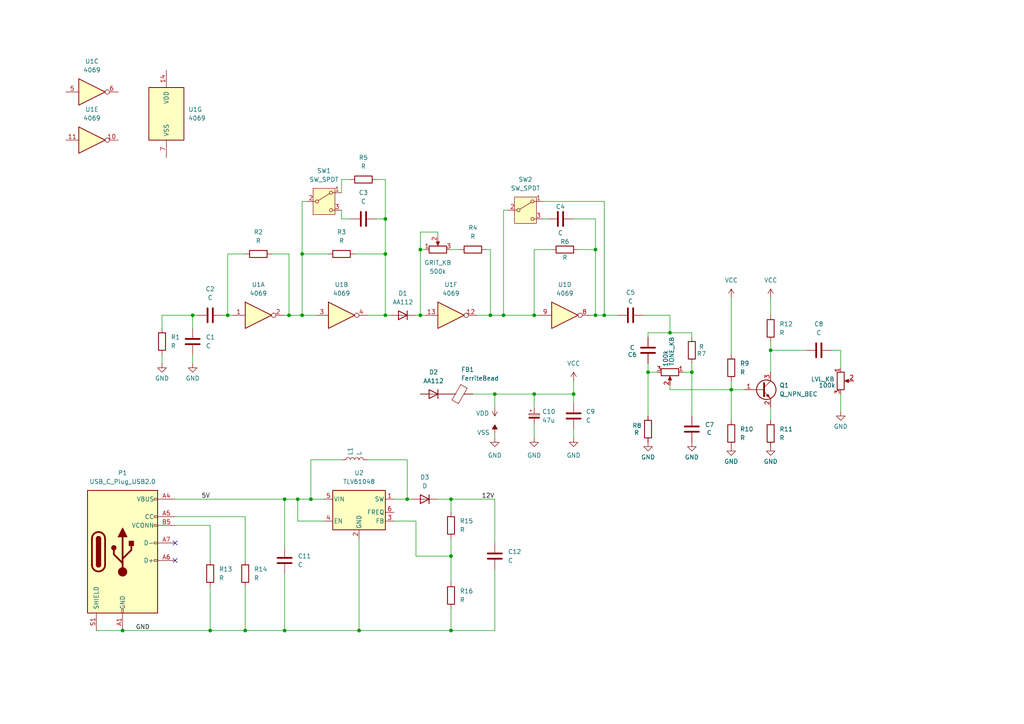
<source format=kicad_sch>
(kicad_sch
	(version 20250114)
	(generator "eeschema")
	(generator_version "9.0")
	(uuid "f61277e1-18cc-4685-a7bc-034201d61f23")
	(paper "A4")
	(lib_symbols
		(symbol "4xxx:4069"
			(pin_names
				(offset 1.016)
			)
			(exclude_from_sim no)
			(in_bom yes)
			(on_board yes)
			(property "Reference" "U"
				(at 0 1.27 0)
				(effects
					(font
						(size 1.27 1.27)
					)
				)
			)
			(property "Value" "4069"
				(at 0 -1.27 0)
				(effects
					(font
						(size 1.27 1.27)
					)
				)
			)
			(property "Footprint" ""
				(at 0 0 0)
				(effects
					(font
						(size 1.27 1.27)
					)
					(hide yes)
				)
			)
			(property "Datasheet" "http://www.intersil.com/content/dam/Intersil/documents/cd40/cd4069ubms.pdf"
				(at 0 0 0)
				(effects
					(font
						(size 1.27 1.27)
					)
					(hide yes)
				)
			)
			(property "Description" "Hex inverter"
				(at 0 0 0)
				(effects
					(font
						(size 1.27 1.27)
					)
					(hide yes)
				)
			)
			(property "ki_locked" ""
				(at 0 0 0)
				(effects
					(font
						(size 1.27 1.27)
					)
				)
			)
			(property "ki_keywords" "CMOS NOT"
				(at 0 0 0)
				(effects
					(font
						(size 1.27 1.27)
					)
					(hide yes)
				)
			)
			(property "ki_fp_filters" "DIP?14*"
				(at 0 0 0)
				(effects
					(font
						(size 1.27 1.27)
					)
					(hide yes)
				)
			)
			(symbol "4069_1_0"
				(polyline
					(pts
						(xy -3.81 3.81) (xy -3.81 -3.81) (xy 3.81 0) (xy -3.81 3.81)
					)
					(stroke
						(width 0.254)
						(type default)
					)
					(fill
						(type background)
					)
				)
				(pin input line
					(at -7.62 0 0)
					(length 3.81)
					(name "~"
						(effects
							(font
								(size 1.27 1.27)
							)
						)
					)
					(number "1"
						(effects
							(font
								(size 1.27 1.27)
							)
						)
					)
				)
				(pin output inverted
					(at 7.62 0 180)
					(length 3.81)
					(name "~"
						(effects
							(font
								(size 1.27 1.27)
							)
						)
					)
					(number "2"
						(effects
							(font
								(size 1.27 1.27)
							)
						)
					)
				)
			)
			(symbol "4069_2_0"
				(polyline
					(pts
						(xy -3.81 3.81) (xy -3.81 -3.81) (xy 3.81 0) (xy -3.81 3.81)
					)
					(stroke
						(width 0.254)
						(type default)
					)
					(fill
						(type background)
					)
				)
				(pin input line
					(at -7.62 0 0)
					(length 3.81)
					(name "~"
						(effects
							(font
								(size 1.27 1.27)
							)
						)
					)
					(number "3"
						(effects
							(font
								(size 1.27 1.27)
							)
						)
					)
				)
				(pin output inverted
					(at 7.62 0 180)
					(length 3.81)
					(name "~"
						(effects
							(font
								(size 1.27 1.27)
							)
						)
					)
					(number "4"
						(effects
							(font
								(size 1.27 1.27)
							)
						)
					)
				)
			)
			(symbol "4069_3_0"
				(polyline
					(pts
						(xy -3.81 3.81) (xy -3.81 -3.81) (xy 3.81 0) (xy -3.81 3.81)
					)
					(stroke
						(width 0.254)
						(type default)
					)
					(fill
						(type background)
					)
				)
				(pin input line
					(at -7.62 0 0)
					(length 3.81)
					(name "~"
						(effects
							(font
								(size 1.27 1.27)
							)
						)
					)
					(number "5"
						(effects
							(font
								(size 1.27 1.27)
							)
						)
					)
				)
				(pin output inverted
					(at 7.62 0 180)
					(length 3.81)
					(name "~"
						(effects
							(font
								(size 1.27 1.27)
							)
						)
					)
					(number "6"
						(effects
							(font
								(size 1.27 1.27)
							)
						)
					)
				)
			)
			(symbol "4069_4_0"
				(polyline
					(pts
						(xy -3.81 3.81) (xy -3.81 -3.81) (xy 3.81 0) (xy -3.81 3.81)
					)
					(stroke
						(width 0.254)
						(type default)
					)
					(fill
						(type background)
					)
				)
				(pin input line
					(at -7.62 0 0)
					(length 3.81)
					(name "~"
						(effects
							(font
								(size 1.27 1.27)
							)
						)
					)
					(number "9"
						(effects
							(font
								(size 1.27 1.27)
							)
						)
					)
				)
				(pin output inverted
					(at 7.62 0 180)
					(length 3.81)
					(name "~"
						(effects
							(font
								(size 1.27 1.27)
							)
						)
					)
					(number "8"
						(effects
							(font
								(size 1.27 1.27)
							)
						)
					)
				)
			)
			(symbol "4069_5_0"
				(polyline
					(pts
						(xy -3.81 3.81) (xy -3.81 -3.81) (xy 3.81 0) (xy -3.81 3.81)
					)
					(stroke
						(width 0.254)
						(type default)
					)
					(fill
						(type background)
					)
				)
				(pin input line
					(at -7.62 0 0)
					(length 3.81)
					(name "~"
						(effects
							(font
								(size 1.27 1.27)
							)
						)
					)
					(number "11"
						(effects
							(font
								(size 1.27 1.27)
							)
						)
					)
				)
				(pin output inverted
					(at 7.62 0 180)
					(length 3.81)
					(name "~"
						(effects
							(font
								(size 1.27 1.27)
							)
						)
					)
					(number "10"
						(effects
							(font
								(size 1.27 1.27)
							)
						)
					)
				)
			)
			(symbol "4069_6_0"
				(polyline
					(pts
						(xy -3.81 3.81) (xy -3.81 -3.81) (xy 3.81 0) (xy -3.81 3.81)
					)
					(stroke
						(width 0.254)
						(type default)
					)
					(fill
						(type background)
					)
				)
				(pin input line
					(at -7.62 0 0)
					(length 3.81)
					(name "~"
						(effects
							(font
								(size 1.27 1.27)
							)
						)
					)
					(number "13"
						(effects
							(font
								(size 1.27 1.27)
							)
						)
					)
				)
				(pin output inverted
					(at 7.62 0 180)
					(length 3.81)
					(name "~"
						(effects
							(font
								(size 1.27 1.27)
							)
						)
					)
					(number "12"
						(effects
							(font
								(size 1.27 1.27)
							)
						)
					)
				)
			)
			(symbol "4069_7_0"
				(pin power_in line
					(at 0 12.7 270)
					(length 5.08)
					(name "VDD"
						(effects
							(font
								(size 1.27 1.27)
							)
						)
					)
					(number "14"
						(effects
							(font
								(size 1.27 1.27)
							)
						)
					)
				)
				(pin power_in line
					(at 0 -12.7 90)
					(length 5.08)
					(name "VSS"
						(effects
							(font
								(size 1.27 1.27)
							)
						)
					)
					(number "7"
						(effects
							(font
								(size 1.27 1.27)
							)
						)
					)
				)
			)
			(symbol "4069_7_1"
				(rectangle
					(start -5.08 7.62)
					(end 5.08 -7.62)
					(stroke
						(width 0.254)
						(type default)
					)
					(fill
						(type background)
					)
				)
			)
			(embedded_fonts no)
		)
		(symbol "Connector:USB_C_Plug_USB2.0"
			(pin_names
				(offset 1.016)
			)
			(exclude_from_sim no)
			(in_bom yes)
			(on_board yes)
			(property "Reference" "P"
				(at -10.16 19.05 0)
				(effects
					(font
						(size 1.27 1.27)
					)
					(justify left)
				)
			)
			(property "Value" "USB_C_Plug_USB2.0"
				(at 12.7 19.05 0)
				(effects
					(font
						(size 1.27 1.27)
					)
					(justify right)
				)
			)
			(property "Footprint" ""
				(at 3.81 0 0)
				(effects
					(font
						(size 1.27 1.27)
					)
					(hide yes)
				)
			)
			(property "Datasheet" "https://www.usb.org/sites/default/files/documents/usb_type-c.zip"
				(at 3.81 0 0)
				(effects
					(font
						(size 1.27 1.27)
					)
					(hide yes)
				)
			)
			(property "Description" "USB 2.0-only Type-C Plug connector"
				(at 0 0 0)
				(effects
					(font
						(size 1.27 1.27)
					)
					(hide yes)
				)
			)
			(property "ki_keywords" "usb universal serial bus type-C USB2.0"
				(at 0 0 0)
				(effects
					(font
						(size 1.27 1.27)
					)
					(hide yes)
				)
			)
			(property "ki_fp_filters" "USB*C*Plug*"
				(at 0 0 0)
				(effects
					(font
						(size 1.27 1.27)
					)
					(hide yes)
				)
			)
			(symbol "USB_C_Plug_USB2.0_0_0"
				(rectangle
					(start -0.254 -17.78)
					(end 0.254 -16.764)
					(stroke
						(width 0)
						(type default)
					)
					(fill
						(type none)
					)
				)
				(rectangle
					(start 10.16 15.494)
					(end 9.144 14.986)
					(stroke
						(width 0)
						(type default)
					)
					(fill
						(type none)
					)
				)
				(rectangle
					(start 10.16 10.414)
					(end 9.144 9.906)
					(stroke
						(width 0)
						(type default)
					)
					(fill
						(type none)
					)
				)
				(rectangle
					(start 10.16 7.874)
					(end 9.144 7.366)
					(stroke
						(width 0)
						(type default)
					)
					(fill
						(type none)
					)
				)
				(rectangle
					(start 10.16 2.794)
					(end 9.144 2.286)
					(stroke
						(width 0)
						(type default)
					)
					(fill
						(type none)
					)
				)
				(rectangle
					(start 10.16 -2.286)
					(end 9.144 -2.794)
					(stroke
						(width 0)
						(type default)
					)
					(fill
						(type none)
					)
				)
			)
			(symbol "USB_C_Plug_USB2.0_0_1"
				(rectangle
					(start -10.16 17.78)
					(end 10.16 -17.78)
					(stroke
						(width 0.254)
						(type default)
					)
					(fill
						(type background)
					)
				)
				(polyline
					(pts
						(xy -8.89 -3.81) (xy -8.89 3.81)
					)
					(stroke
						(width 0.508)
						(type default)
					)
					(fill
						(type none)
					)
				)
				(rectangle
					(start -7.62 -3.81)
					(end -6.35 3.81)
					(stroke
						(width 0.254)
						(type default)
					)
					(fill
						(type outline)
					)
				)
				(arc
					(start -7.62 3.81)
					(mid -6.985 4.4423)
					(end -6.35 3.81)
					(stroke
						(width 0.254)
						(type default)
					)
					(fill
						(type none)
					)
				)
				(arc
					(start -7.62 3.81)
					(mid -6.985 4.4423)
					(end -6.35 3.81)
					(stroke
						(width 0.254)
						(type default)
					)
					(fill
						(type outline)
					)
				)
				(arc
					(start -8.89 3.81)
					(mid -6.985 5.7067)
					(end -5.08 3.81)
					(stroke
						(width 0.508)
						(type default)
					)
					(fill
						(type none)
					)
				)
				(arc
					(start -5.08 -3.81)
					(mid -6.985 -5.7067)
					(end -8.89 -3.81)
					(stroke
						(width 0.508)
						(type default)
					)
					(fill
						(type none)
					)
				)
				(arc
					(start -6.35 -3.81)
					(mid -6.985 -4.4423)
					(end -7.62 -3.81)
					(stroke
						(width 0.254)
						(type default)
					)
					(fill
						(type none)
					)
				)
				(arc
					(start -6.35 -3.81)
					(mid -6.985 -4.4423)
					(end -7.62 -3.81)
					(stroke
						(width 0.254)
						(type default)
					)
					(fill
						(type outline)
					)
				)
				(polyline
					(pts
						(xy -5.08 3.81) (xy -5.08 -3.81)
					)
					(stroke
						(width 0.508)
						(type default)
					)
					(fill
						(type none)
					)
				)
				(circle
					(center -2.54 1.143)
					(radius 0.635)
					(stroke
						(width 0.254)
						(type default)
					)
					(fill
						(type outline)
					)
				)
				(polyline
					(pts
						(xy -1.27 4.318) (xy 0 6.858) (xy 1.27 4.318) (xy -1.27 4.318)
					)
					(stroke
						(width 0.254)
						(type default)
					)
					(fill
						(type outline)
					)
				)
				(polyline
					(pts
						(xy 0 -2.032) (xy 2.54 0.508) (xy 2.54 1.778)
					)
					(stroke
						(width 0.508)
						(type default)
					)
					(fill
						(type none)
					)
				)
				(polyline
					(pts
						(xy 0 -3.302) (xy -2.54 -0.762) (xy -2.54 0.508)
					)
					(stroke
						(width 0.508)
						(type default)
					)
					(fill
						(type none)
					)
				)
				(polyline
					(pts
						(xy 0 -5.842) (xy 0 4.318)
					)
					(stroke
						(width 0.508)
						(type default)
					)
					(fill
						(type none)
					)
				)
				(circle
					(center 0 -5.842)
					(radius 1.27)
					(stroke
						(width 0)
						(type default)
					)
					(fill
						(type outline)
					)
				)
				(rectangle
					(start 1.905 1.778)
					(end 3.175 3.048)
					(stroke
						(width 0.254)
						(type default)
					)
					(fill
						(type outline)
					)
				)
			)
			(symbol "USB_C_Plug_USB2.0_1_1"
				(pin passive line
					(at -7.62 -22.86 90)
					(length 5.08)
					(name "SHIELD"
						(effects
							(font
								(size 1.27 1.27)
							)
						)
					)
					(number "S1"
						(effects
							(font
								(size 1.27 1.27)
							)
						)
					)
				)
				(pin passive line
					(at 0 -22.86 90)
					(length 5.08)
					(name "GND"
						(effects
							(font
								(size 1.27 1.27)
							)
						)
					)
					(number "A1"
						(effects
							(font
								(size 1.27 1.27)
							)
						)
					)
				)
				(pin passive line
					(at 0 -22.86 90)
					(length 5.08)
					(hide yes)
					(name "GND"
						(effects
							(font
								(size 1.27 1.27)
							)
						)
					)
					(number "A12"
						(effects
							(font
								(size 1.27 1.27)
							)
						)
					)
				)
				(pin passive line
					(at 0 -22.86 90)
					(length 5.08)
					(hide yes)
					(name "GND"
						(effects
							(font
								(size 1.27 1.27)
							)
						)
					)
					(number "B1"
						(effects
							(font
								(size 1.27 1.27)
							)
						)
					)
				)
				(pin passive line
					(at 0 -22.86 90)
					(length 5.08)
					(hide yes)
					(name "GND"
						(effects
							(font
								(size 1.27 1.27)
							)
						)
					)
					(number "B12"
						(effects
							(font
								(size 1.27 1.27)
							)
						)
					)
				)
				(pin passive line
					(at 15.24 15.24 180)
					(length 5.08)
					(name "VBUS"
						(effects
							(font
								(size 1.27 1.27)
							)
						)
					)
					(number "A4"
						(effects
							(font
								(size 1.27 1.27)
							)
						)
					)
				)
				(pin passive line
					(at 15.24 15.24 180)
					(length 5.08)
					(hide yes)
					(name "VBUS"
						(effects
							(font
								(size 1.27 1.27)
							)
						)
					)
					(number "A9"
						(effects
							(font
								(size 1.27 1.27)
							)
						)
					)
				)
				(pin passive line
					(at 15.24 15.24 180)
					(length 5.08)
					(hide yes)
					(name "VBUS"
						(effects
							(font
								(size 1.27 1.27)
							)
						)
					)
					(number "B4"
						(effects
							(font
								(size 1.27 1.27)
							)
						)
					)
				)
				(pin passive line
					(at 15.24 15.24 180)
					(length 5.08)
					(hide yes)
					(name "VBUS"
						(effects
							(font
								(size 1.27 1.27)
							)
						)
					)
					(number "B9"
						(effects
							(font
								(size 1.27 1.27)
							)
						)
					)
				)
				(pin bidirectional line
					(at 15.24 10.16 180)
					(length 5.08)
					(name "CC"
						(effects
							(font
								(size 1.27 1.27)
							)
						)
					)
					(number "A5"
						(effects
							(font
								(size 1.27 1.27)
							)
						)
					)
				)
				(pin bidirectional line
					(at 15.24 7.62 180)
					(length 5.08)
					(name "VCONN"
						(effects
							(font
								(size 1.27 1.27)
							)
						)
					)
					(number "B5"
						(effects
							(font
								(size 1.27 1.27)
							)
						)
					)
				)
				(pin bidirectional line
					(at 15.24 2.54 180)
					(length 5.08)
					(name "D-"
						(effects
							(font
								(size 1.27 1.27)
							)
						)
					)
					(number "A7"
						(effects
							(font
								(size 1.27 1.27)
							)
						)
					)
				)
				(pin bidirectional line
					(at 15.24 -2.54 180)
					(length 5.08)
					(name "D+"
						(effects
							(font
								(size 1.27 1.27)
							)
						)
					)
					(number "A6"
						(effects
							(font
								(size 1.27 1.27)
							)
						)
					)
				)
			)
			(embedded_fonts no)
		)
		(symbol "Device:C"
			(pin_numbers
				(hide yes)
			)
			(pin_names
				(offset 0.254)
			)
			(exclude_from_sim no)
			(in_bom yes)
			(on_board yes)
			(property "Reference" "C"
				(at 0.635 2.54 0)
				(effects
					(font
						(size 1.27 1.27)
					)
					(justify left)
				)
			)
			(property "Value" "C"
				(at 0.635 -2.54 0)
				(effects
					(font
						(size 1.27 1.27)
					)
					(justify left)
				)
			)
			(property "Footprint" ""
				(at 0.9652 -3.81 0)
				(effects
					(font
						(size 1.27 1.27)
					)
					(hide yes)
				)
			)
			(property "Datasheet" "~"
				(at 0 0 0)
				(effects
					(font
						(size 1.27 1.27)
					)
					(hide yes)
				)
			)
			(property "Description" "Unpolarized capacitor"
				(at 0 0 0)
				(effects
					(font
						(size 1.27 1.27)
					)
					(hide yes)
				)
			)
			(property "ki_keywords" "cap capacitor"
				(at 0 0 0)
				(effects
					(font
						(size 1.27 1.27)
					)
					(hide yes)
				)
			)
			(property "ki_fp_filters" "C_*"
				(at 0 0 0)
				(effects
					(font
						(size 1.27 1.27)
					)
					(hide yes)
				)
			)
			(symbol "C_0_1"
				(polyline
					(pts
						(xy -2.032 0.762) (xy 2.032 0.762)
					)
					(stroke
						(width 0.508)
						(type default)
					)
					(fill
						(type none)
					)
				)
				(polyline
					(pts
						(xy -2.032 -0.762) (xy 2.032 -0.762)
					)
					(stroke
						(width 0.508)
						(type default)
					)
					(fill
						(type none)
					)
				)
			)
			(symbol "C_1_1"
				(pin passive line
					(at 0 3.81 270)
					(length 2.794)
					(name "~"
						(effects
							(font
								(size 1.27 1.27)
							)
						)
					)
					(number "1"
						(effects
							(font
								(size 1.27 1.27)
							)
						)
					)
				)
				(pin passive line
					(at 0 -3.81 90)
					(length 2.794)
					(name "~"
						(effects
							(font
								(size 1.27 1.27)
							)
						)
					)
					(number "2"
						(effects
							(font
								(size 1.27 1.27)
							)
						)
					)
				)
			)
			(embedded_fonts no)
		)
		(symbol "Device:C_Polarized_Small"
			(pin_numbers
				(hide yes)
			)
			(pin_names
				(offset 0.254)
				(hide yes)
			)
			(exclude_from_sim no)
			(in_bom yes)
			(on_board yes)
			(property "Reference" "C"
				(at 0.254 1.778 0)
				(effects
					(font
						(size 1.27 1.27)
					)
					(justify left)
				)
			)
			(property "Value" "C_Polarized_Small"
				(at 0.254 -2.032 0)
				(effects
					(font
						(size 1.27 1.27)
					)
					(justify left)
				)
			)
			(property "Footprint" ""
				(at 0 0 0)
				(effects
					(font
						(size 1.27 1.27)
					)
					(hide yes)
				)
			)
			(property "Datasheet" "~"
				(at 0 0 0)
				(effects
					(font
						(size 1.27 1.27)
					)
					(hide yes)
				)
			)
			(property "Description" "Polarized capacitor, small symbol"
				(at 0 0 0)
				(effects
					(font
						(size 1.27 1.27)
					)
					(hide yes)
				)
			)
			(property "ki_keywords" "cap capacitor"
				(at 0 0 0)
				(effects
					(font
						(size 1.27 1.27)
					)
					(hide yes)
				)
			)
			(property "ki_fp_filters" "CP_*"
				(at 0 0 0)
				(effects
					(font
						(size 1.27 1.27)
					)
					(hide yes)
				)
			)
			(symbol "C_Polarized_Small_0_1"
				(rectangle
					(start -1.524 0.6858)
					(end 1.524 0.3048)
					(stroke
						(width 0)
						(type default)
					)
					(fill
						(type none)
					)
				)
				(rectangle
					(start -1.524 -0.3048)
					(end 1.524 -0.6858)
					(stroke
						(width 0)
						(type default)
					)
					(fill
						(type outline)
					)
				)
				(polyline
					(pts
						(xy -1.27 1.524) (xy -0.762 1.524)
					)
					(stroke
						(width 0)
						(type default)
					)
					(fill
						(type none)
					)
				)
				(polyline
					(pts
						(xy -1.016 1.27) (xy -1.016 1.778)
					)
					(stroke
						(width 0)
						(type default)
					)
					(fill
						(type none)
					)
				)
			)
			(symbol "C_Polarized_Small_1_1"
				(pin passive line
					(at 0 2.54 270)
					(length 1.8542)
					(name "~"
						(effects
							(font
								(size 1.27 1.27)
							)
						)
					)
					(number "1"
						(effects
							(font
								(size 1.27 1.27)
							)
						)
					)
				)
				(pin passive line
					(at 0 -2.54 90)
					(length 1.8542)
					(name "~"
						(effects
							(font
								(size 1.27 1.27)
							)
						)
					)
					(number "2"
						(effects
							(font
								(size 1.27 1.27)
							)
						)
					)
				)
			)
			(embedded_fonts no)
		)
		(symbol "Device:D"
			(pin_numbers
				(hide yes)
			)
			(pin_names
				(offset 1.016)
				(hide yes)
			)
			(exclude_from_sim no)
			(in_bom yes)
			(on_board yes)
			(property "Reference" "D"
				(at 0 2.54 0)
				(effects
					(font
						(size 1.27 1.27)
					)
				)
			)
			(property "Value" "D"
				(at 0 -2.54 0)
				(effects
					(font
						(size 1.27 1.27)
					)
				)
			)
			(property "Footprint" ""
				(at 0 0 0)
				(effects
					(font
						(size 1.27 1.27)
					)
					(hide yes)
				)
			)
			(property "Datasheet" "~"
				(at 0 0 0)
				(effects
					(font
						(size 1.27 1.27)
					)
					(hide yes)
				)
			)
			(property "Description" "Diode"
				(at 0 0 0)
				(effects
					(font
						(size 1.27 1.27)
					)
					(hide yes)
				)
			)
			(property "Sim.Device" "D"
				(at 0 0 0)
				(effects
					(font
						(size 1.27 1.27)
					)
					(hide yes)
				)
			)
			(property "Sim.Pins" "1=K 2=A"
				(at 0 0 0)
				(effects
					(font
						(size 1.27 1.27)
					)
					(hide yes)
				)
			)
			(property "ki_keywords" "diode"
				(at 0 0 0)
				(effects
					(font
						(size 1.27 1.27)
					)
					(hide yes)
				)
			)
			(property "ki_fp_filters" "TO-???* *_Diode_* *SingleDiode* D_*"
				(at 0 0 0)
				(effects
					(font
						(size 1.27 1.27)
					)
					(hide yes)
				)
			)
			(symbol "D_0_1"
				(polyline
					(pts
						(xy -1.27 1.27) (xy -1.27 -1.27)
					)
					(stroke
						(width 0.254)
						(type default)
					)
					(fill
						(type none)
					)
				)
				(polyline
					(pts
						(xy 1.27 1.27) (xy 1.27 -1.27) (xy -1.27 0) (xy 1.27 1.27)
					)
					(stroke
						(width 0.254)
						(type default)
					)
					(fill
						(type none)
					)
				)
				(polyline
					(pts
						(xy 1.27 0) (xy -1.27 0)
					)
					(stroke
						(width 0)
						(type default)
					)
					(fill
						(type none)
					)
				)
			)
			(symbol "D_1_1"
				(pin passive line
					(at -3.81 0 0)
					(length 2.54)
					(name "K"
						(effects
							(font
								(size 1.27 1.27)
							)
						)
					)
					(number "1"
						(effects
							(font
								(size 1.27 1.27)
							)
						)
					)
				)
				(pin passive line
					(at 3.81 0 180)
					(length 2.54)
					(name "A"
						(effects
							(font
								(size 1.27 1.27)
							)
						)
					)
					(number "2"
						(effects
							(font
								(size 1.27 1.27)
							)
						)
					)
				)
			)
			(embedded_fonts no)
		)
		(symbol "Device:FerriteBead"
			(pin_numbers
				(hide yes)
			)
			(pin_names
				(offset 0)
			)
			(exclude_from_sim no)
			(in_bom yes)
			(on_board yes)
			(property "Reference" "FB"
				(at -3.81 0.635 90)
				(effects
					(font
						(size 1.27 1.27)
					)
				)
			)
			(property "Value" "FerriteBead"
				(at 3.81 0 90)
				(effects
					(font
						(size 1.27 1.27)
					)
				)
			)
			(property "Footprint" ""
				(at -1.778 0 90)
				(effects
					(font
						(size 1.27 1.27)
					)
					(hide yes)
				)
			)
			(property "Datasheet" "~"
				(at 0 0 0)
				(effects
					(font
						(size 1.27 1.27)
					)
					(hide yes)
				)
			)
			(property "Description" "Ferrite bead"
				(at 0 0 0)
				(effects
					(font
						(size 1.27 1.27)
					)
					(hide yes)
				)
			)
			(property "ki_keywords" "L ferrite bead inductor filter"
				(at 0 0 0)
				(effects
					(font
						(size 1.27 1.27)
					)
					(hide yes)
				)
			)
			(property "ki_fp_filters" "Inductor_* L_* *Ferrite*"
				(at 0 0 0)
				(effects
					(font
						(size 1.27 1.27)
					)
					(hide yes)
				)
			)
			(symbol "FerriteBead_0_1"
				(polyline
					(pts
						(xy -2.7686 0.4064) (xy -1.7018 2.2606) (xy 2.7686 -0.3048) (xy 1.6764 -2.159) (xy -2.7686 0.4064)
					)
					(stroke
						(width 0)
						(type default)
					)
					(fill
						(type none)
					)
				)
				(polyline
					(pts
						(xy 0 1.27) (xy 0 1.2954)
					)
					(stroke
						(width 0)
						(type default)
					)
					(fill
						(type none)
					)
				)
				(polyline
					(pts
						(xy 0 -1.27) (xy 0 -1.2192)
					)
					(stroke
						(width 0)
						(type default)
					)
					(fill
						(type none)
					)
				)
			)
			(symbol "FerriteBead_1_1"
				(pin passive line
					(at 0 3.81 270)
					(length 2.54)
					(name "~"
						(effects
							(font
								(size 1.27 1.27)
							)
						)
					)
					(number "1"
						(effects
							(font
								(size 1.27 1.27)
							)
						)
					)
				)
				(pin passive line
					(at 0 -3.81 90)
					(length 2.54)
					(name "~"
						(effects
							(font
								(size 1.27 1.27)
							)
						)
					)
					(number "2"
						(effects
							(font
								(size 1.27 1.27)
							)
						)
					)
				)
			)
			(embedded_fonts no)
		)
		(symbol "Device:L"
			(pin_numbers
				(hide yes)
			)
			(pin_names
				(offset 1.016)
				(hide yes)
			)
			(exclude_from_sim no)
			(in_bom yes)
			(on_board yes)
			(property "Reference" "L"
				(at -1.27 0 90)
				(effects
					(font
						(size 1.27 1.27)
					)
				)
			)
			(property "Value" "L"
				(at 1.905 0 90)
				(effects
					(font
						(size 1.27 1.27)
					)
				)
			)
			(property "Footprint" ""
				(at 0 0 0)
				(effects
					(font
						(size 1.27 1.27)
					)
					(hide yes)
				)
			)
			(property "Datasheet" "~"
				(at 0 0 0)
				(effects
					(font
						(size 1.27 1.27)
					)
					(hide yes)
				)
			)
			(property "Description" "Inductor"
				(at 0 0 0)
				(effects
					(font
						(size 1.27 1.27)
					)
					(hide yes)
				)
			)
			(property "ki_keywords" "inductor choke coil reactor magnetic"
				(at 0 0 0)
				(effects
					(font
						(size 1.27 1.27)
					)
					(hide yes)
				)
			)
			(property "ki_fp_filters" "Choke_* *Coil* Inductor_* L_*"
				(at 0 0 0)
				(effects
					(font
						(size 1.27 1.27)
					)
					(hide yes)
				)
			)
			(symbol "L_0_1"
				(arc
					(start 0 2.54)
					(mid 0.6323 1.905)
					(end 0 1.27)
					(stroke
						(width 0)
						(type default)
					)
					(fill
						(type none)
					)
				)
				(arc
					(start 0 1.27)
					(mid 0.6323 0.635)
					(end 0 0)
					(stroke
						(width 0)
						(type default)
					)
					(fill
						(type none)
					)
				)
				(arc
					(start 0 0)
					(mid 0.6323 -0.635)
					(end 0 -1.27)
					(stroke
						(width 0)
						(type default)
					)
					(fill
						(type none)
					)
				)
				(arc
					(start 0 -1.27)
					(mid 0.6323 -1.905)
					(end 0 -2.54)
					(stroke
						(width 0)
						(type default)
					)
					(fill
						(type none)
					)
				)
			)
			(symbol "L_1_1"
				(pin passive line
					(at 0 3.81 270)
					(length 1.27)
					(name "1"
						(effects
							(font
								(size 1.27 1.27)
							)
						)
					)
					(number "1"
						(effects
							(font
								(size 1.27 1.27)
							)
						)
					)
				)
				(pin passive line
					(at 0 -3.81 90)
					(length 1.27)
					(name "2"
						(effects
							(font
								(size 1.27 1.27)
							)
						)
					)
					(number "2"
						(effects
							(font
								(size 1.27 1.27)
							)
						)
					)
				)
			)
			(embedded_fonts no)
		)
		(symbol "Device:R"
			(pin_numbers
				(hide yes)
			)
			(pin_names
				(offset 0)
			)
			(exclude_from_sim no)
			(in_bom yes)
			(on_board yes)
			(property "Reference" "R"
				(at 2.032 0 90)
				(effects
					(font
						(size 1.27 1.27)
					)
				)
			)
			(property "Value" "R"
				(at 0 0 90)
				(effects
					(font
						(size 1.27 1.27)
					)
				)
			)
			(property "Footprint" ""
				(at -1.778 0 90)
				(effects
					(font
						(size 1.27 1.27)
					)
					(hide yes)
				)
			)
			(property "Datasheet" "~"
				(at 0 0 0)
				(effects
					(font
						(size 1.27 1.27)
					)
					(hide yes)
				)
			)
			(property "Description" "Resistor"
				(at 0 0 0)
				(effects
					(font
						(size 1.27 1.27)
					)
					(hide yes)
				)
			)
			(property "ki_keywords" "R res resistor"
				(at 0 0 0)
				(effects
					(font
						(size 1.27 1.27)
					)
					(hide yes)
				)
			)
			(property "ki_fp_filters" "R_*"
				(at 0 0 0)
				(effects
					(font
						(size 1.27 1.27)
					)
					(hide yes)
				)
			)
			(symbol "R_0_1"
				(rectangle
					(start -1.016 -2.54)
					(end 1.016 2.54)
					(stroke
						(width 0.254)
						(type default)
					)
					(fill
						(type none)
					)
				)
			)
			(symbol "R_1_1"
				(pin passive line
					(at 0 3.81 270)
					(length 1.27)
					(name "~"
						(effects
							(font
								(size 1.27 1.27)
							)
						)
					)
					(number "1"
						(effects
							(font
								(size 1.27 1.27)
							)
						)
					)
				)
				(pin passive line
					(at 0 -3.81 90)
					(length 1.27)
					(name "~"
						(effects
							(font
								(size 1.27 1.27)
							)
						)
					)
					(number "2"
						(effects
							(font
								(size 1.27 1.27)
							)
						)
					)
				)
			)
			(embedded_fonts no)
		)
		(symbol "Device:R_Potentiometer"
			(pin_names
				(offset 1.016)
				(hide yes)
			)
			(exclude_from_sim no)
			(in_bom yes)
			(on_board yes)
			(property "Reference" "RV"
				(at -4.445 0 90)
				(effects
					(font
						(size 1.27 1.27)
					)
				)
			)
			(property "Value" "R_Potentiometer"
				(at -2.54 0 90)
				(effects
					(font
						(size 1.27 1.27)
					)
				)
			)
			(property "Footprint" ""
				(at 0 0 0)
				(effects
					(font
						(size 1.27 1.27)
					)
					(hide yes)
				)
			)
			(property "Datasheet" "~"
				(at 0 0 0)
				(effects
					(font
						(size 1.27 1.27)
					)
					(hide yes)
				)
			)
			(property "Description" "Potentiometer"
				(at 0 0 0)
				(effects
					(font
						(size 1.27 1.27)
					)
					(hide yes)
				)
			)
			(property "ki_keywords" "resistor variable"
				(at 0 0 0)
				(effects
					(font
						(size 1.27 1.27)
					)
					(hide yes)
				)
			)
			(property "ki_fp_filters" "Potentiometer*"
				(at 0 0 0)
				(effects
					(font
						(size 1.27 1.27)
					)
					(hide yes)
				)
			)
			(symbol "R_Potentiometer_0_1"
				(rectangle
					(start 1.016 2.54)
					(end -1.016 -2.54)
					(stroke
						(width 0.254)
						(type default)
					)
					(fill
						(type none)
					)
				)
				(polyline
					(pts
						(xy 1.143 0) (xy 2.286 0.508) (xy 2.286 -0.508) (xy 1.143 0)
					)
					(stroke
						(width 0)
						(type default)
					)
					(fill
						(type outline)
					)
				)
				(polyline
					(pts
						(xy 2.54 0) (xy 1.524 0)
					)
					(stroke
						(width 0)
						(type default)
					)
					(fill
						(type none)
					)
				)
			)
			(symbol "R_Potentiometer_1_1"
				(pin passive line
					(at 0 3.81 270)
					(length 1.27)
					(name "1"
						(effects
							(font
								(size 1.27 1.27)
							)
						)
					)
					(number "1"
						(effects
							(font
								(size 1.27 1.27)
							)
						)
					)
				)
				(pin passive line
					(at 0 -3.81 90)
					(length 1.27)
					(name "3"
						(effects
							(font
								(size 1.27 1.27)
							)
						)
					)
					(number "3"
						(effects
							(font
								(size 1.27 1.27)
							)
						)
					)
				)
				(pin passive line
					(at 3.81 0 180)
					(length 1.27)
					(name "2"
						(effects
							(font
								(size 1.27 1.27)
							)
						)
					)
					(number "2"
						(effects
							(font
								(size 1.27 1.27)
							)
						)
					)
				)
			)
			(embedded_fonts no)
		)
		(symbol "Diode:BAV16W"
			(pin_numbers
				(hide yes)
			)
			(pin_names
				(hide yes)
			)
			(exclude_from_sim no)
			(in_bom yes)
			(on_board yes)
			(property "Reference" "D"
				(at 0 2.54 0)
				(effects
					(font
						(size 1.27 1.27)
					)
				)
			)
			(property "Value" "BAV16W"
				(at 0 -2.54 0)
				(effects
					(font
						(size 1.27 1.27)
					)
				)
			)
			(property "Footprint" "Diode_SMD:D_SOD-123"
				(at 0 -4.445 0)
				(effects
					(font
						(size 1.27 1.27)
					)
					(hide yes)
				)
			)
			(property "Datasheet" "https://www.diodes.com/assets/Datasheets/ds30086.pdf"
				(at 0 0 0)
				(effects
					(font
						(size 1.27 1.27)
					)
					(hide yes)
				)
			)
			(property "Description" "75V 0.15A Fast Switching Diode, SOD-123"
				(at 0 0 0)
				(effects
					(font
						(size 1.27 1.27)
					)
					(hide yes)
				)
			)
			(property "Sim.Device" "D"
				(at 0 0 0)
				(effects
					(font
						(size 1.27 1.27)
					)
					(hide yes)
				)
			)
			(property "Sim.Pins" "1=K 2=A"
				(at 0 0 0)
				(effects
					(font
						(size 1.27 1.27)
					)
					(hide yes)
				)
			)
			(property "ki_keywords" "diode"
				(at 0 0 0)
				(effects
					(font
						(size 1.27 1.27)
					)
					(hide yes)
				)
			)
			(property "ki_fp_filters" "D*SOD?123*"
				(at 0 0 0)
				(effects
					(font
						(size 1.27 1.27)
					)
					(hide yes)
				)
			)
			(symbol "BAV16W_0_1"
				(polyline
					(pts
						(xy -1.27 1.27) (xy -1.27 -1.27)
					)
					(stroke
						(width 0.254)
						(type default)
					)
					(fill
						(type none)
					)
				)
				(polyline
					(pts
						(xy 1.27 1.27) (xy 1.27 -1.27) (xy -1.27 0) (xy 1.27 1.27)
					)
					(stroke
						(width 0.254)
						(type default)
					)
					(fill
						(type none)
					)
				)
				(polyline
					(pts
						(xy 1.27 0) (xy -1.27 0)
					)
					(stroke
						(width 0)
						(type default)
					)
					(fill
						(type none)
					)
				)
			)
			(symbol "BAV16W_1_1"
				(pin passive line
					(at -3.81 0 0)
					(length 2.54)
					(name "K"
						(effects
							(font
								(size 1.27 1.27)
							)
						)
					)
					(number "1"
						(effects
							(font
								(size 1.27 1.27)
							)
						)
					)
				)
				(pin passive line
					(at 3.81 0 180)
					(length 2.54)
					(name "A"
						(effects
							(font
								(size 1.27 1.27)
							)
						)
					)
					(number "2"
						(effects
							(font
								(size 1.27 1.27)
							)
						)
					)
				)
			)
			(embedded_fonts no)
		)
		(symbol "Switch:SW_SPDT"
			(pin_names
				(offset 0)
				(hide yes)
			)
			(exclude_from_sim no)
			(in_bom yes)
			(on_board yes)
			(property "Reference" "SW"
				(at 0 5.08 0)
				(effects
					(font
						(size 1.27 1.27)
					)
				)
			)
			(property "Value" "SW_SPDT"
				(at 0 -5.08 0)
				(effects
					(font
						(size 1.27 1.27)
					)
				)
			)
			(property "Footprint" ""
				(at 0 0 0)
				(effects
					(font
						(size 1.27 1.27)
					)
					(hide yes)
				)
			)
			(property "Datasheet" "~"
				(at 0 -7.62 0)
				(effects
					(font
						(size 1.27 1.27)
					)
					(hide yes)
				)
			)
			(property "Description" "Switch, single pole double throw"
				(at 0 0 0)
				(effects
					(font
						(size 1.27 1.27)
					)
					(hide yes)
				)
			)
			(property "ki_keywords" "switch single-pole double-throw spdt ON-ON"
				(at 0 0 0)
				(effects
					(font
						(size 1.27 1.27)
					)
					(hide yes)
				)
			)
			(symbol "SW_SPDT_0_1"
				(circle
					(center -2.032 0)
					(radius 0.4572)
					(stroke
						(width 0)
						(type default)
					)
					(fill
						(type none)
					)
				)
				(polyline
					(pts
						(xy -1.651 0.254) (xy 1.651 2.286)
					)
					(stroke
						(width 0)
						(type default)
					)
					(fill
						(type none)
					)
				)
				(circle
					(center 2.032 2.54)
					(radius 0.4572)
					(stroke
						(width 0)
						(type default)
					)
					(fill
						(type none)
					)
				)
				(circle
					(center 2.032 -2.54)
					(radius 0.4572)
					(stroke
						(width 0)
						(type default)
					)
					(fill
						(type none)
					)
				)
			)
			(symbol "SW_SPDT_1_1"
				(rectangle
					(start -3.175 3.81)
					(end 3.175 -3.81)
					(stroke
						(width 0)
						(type default)
					)
					(fill
						(type background)
					)
				)
				(pin passive line
					(at -5.08 0 0)
					(length 2.54)
					(name "B"
						(effects
							(font
								(size 1.27 1.27)
							)
						)
					)
					(number "2"
						(effects
							(font
								(size 1.27 1.27)
							)
						)
					)
				)
				(pin passive line
					(at 5.08 2.54 180)
					(length 2.54)
					(name "A"
						(effects
							(font
								(size 1.27 1.27)
							)
						)
					)
					(number "1"
						(effects
							(font
								(size 1.27 1.27)
							)
						)
					)
				)
				(pin passive line
					(at 5.08 -2.54 180)
					(length 2.54)
					(name "C"
						(effects
							(font
								(size 1.27 1.27)
							)
						)
					)
					(number "3"
						(effects
							(font
								(size 1.27 1.27)
							)
						)
					)
				)
			)
			(embedded_fonts no)
		)
		(symbol "Transistor_BJT:Q_NPN_BEC"
			(pin_names
				(offset 0)
				(hide yes)
			)
			(exclude_from_sim no)
			(in_bom yes)
			(on_board yes)
			(property "Reference" "Q"
				(at 5.08 1.27 0)
				(effects
					(font
						(size 1.27 1.27)
					)
					(justify left)
				)
			)
			(property "Value" "Q_NPN_BEC"
				(at 5.08 -1.27 0)
				(effects
					(font
						(size 1.27 1.27)
					)
					(justify left)
				)
			)
			(property "Footprint" ""
				(at 5.08 2.54 0)
				(effects
					(font
						(size 1.27 1.27)
					)
					(hide yes)
				)
			)
			(property "Datasheet" "~"
				(at 0 0 0)
				(effects
					(font
						(size 1.27 1.27)
					)
					(hide yes)
				)
			)
			(property "Description" "NPN transistor, base/emitter/collector"
				(at 0 0 0)
				(effects
					(font
						(size 1.27 1.27)
					)
					(hide yes)
				)
			)
			(property "ki_keywords" "BJT"
				(at 0 0 0)
				(effects
					(font
						(size 1.27 1.27)
					)
					(hide yes)
				)
			)
			(symbol "Q_NPN_BEC_0_1"
				(polyline
					(pts
						(xy -2.54 0) (xy 0.635 0)
					)
					(stroke
						(width 0)
						(type default)
					)
					(fill
						(type none)
					)
				)
				(polyline
					(pts
						(xy 0.635 1.905) (xy 0.635 -1.905)
					)
					(stroke
						(width 0.508)
						(type default)
					)
					(fill
						(type none)
					)
				)
				(circle
					(center 1.27 0)
					(radius 2.8194)
					(stroke
						(width 0.254)
						(type default)
					)
					(fill
						(type none)
					)
				)
			)
			(symbol "Q_NPN_BEC_1_1"
				(polyline
					(pts
						(xy 0.635 0.635) (xy 2.54 2.54)
					)
					(stroke
						(width 0)
						(type default)
					)
					(fill
						(type none)
					)
				)
				(polyline
					(pts
						(xy 0.635 -0.635) (xy 2.54 -2.54)
					)
					(stroke
						(width 0)
						(type default)
					)
					(fill
						(type none)
					)
				)
				(polyline
					(pts
						(xy 1.27 -1.778) (xy 1.778 -1.27) (xy 2.286 -2.286) (xy 1.27 -1.778)
					)
					(stroke
						(width 0)
						(type default)
					)
					(fill
						(type outline)
					)
				)
				(pin input line
					(at -5.08 0 0)
					(length 2.54)
					(name "B"
						(effects
							(font
								(size 1.27 1.27)
							)
						)
					)
					(number "1"
						(effects
							(font
								(size 1.27 1.27)
							)
						)
					)
				)
				(pin passive line
					(at 2.54 5.08 270)
					(length 2.54)
					(name "C"
						(effects
							(font
								(size 1.27 1.27)
							)
						)
					)
					(number "3"
						(effects
							(font
								(size 1.27 1.27)
							)
						)
					)
				)
				(pin passive line
					(at 2.54 -5.08 90)
					(length 2.54)
					(name "E"
						(effects
							(font
								(size 1.27 1.27)
							)
						)
					)
					(number "2"
						(effects
							(font
								(size 1.27 1.27)
							)
						)
					)
				)
			)
			(embedded_fonts no)
		)
		(symbol "my_lib:TLV61048"
			(pin_names
				(offset 0.254)
			)
			(exclude_from_sim no)
			(in_bom yes)
			(on_board yes)
			(property "Reference" "U"
				(at -5.08 7.62 0)
				(effects
					(font
						(size 1.27 1.27)
					)
					(justify left)
				)
			)
			(property "Value" "TLV61048"
				(at 0 7.62 0)
				(effects
					(font
						(size 1.27 1.27)
					)
					(justify left)
				)
			)
			(property "Footprint" "Package_TO_SOT_SMD:SOT-23-6"
				(at 1.27 -3.81 0)
				(effects
					(font
						(size 1.27 1.27)
						(italic yes)
					)
					(justify left)
					(hide yes)
				)
			)
			(property "Datasheet" "http://www.ti.com/lit/ds/symlink/tlv61046a.pdf"
				(at 0 2.54 0)
				(effects
					(font
						(size 1.27 1.27)
					)
					(hide yes)
				)
			)
			(property "Description" "28-V Output Voltage Boost Converter with Power Diode and Isolation Switch, SOT-23-6"
				(at 0 0 0)
				(effects
					(font
						(size 1.27 1.27)
					)
					(hide yes)
				)
			)
			(property "ki_keywords" "Step-Up DC-DC Converter"
				(at 0 0 0)
				(effects
					(font
						(size 1.27 1.27)
					)
					(hide yes)
				)
			)
			(property "ki_fp_filters" "SOT?23*"
				(at 0 0 0)
				(effects
					(font
						(size 1.27 1.27)
					)
					(hide yes)
				)
			)
			(symbol "TLV61048_0_1"
				(rectangle
					(start -5.08 6.35)
					(end 10.16 -5.08)
					(stroke
						(width 0.254)
						(type default)
					)
					(fill
						(type background)
					)
				)
			)
			(symbol "TLV61048_1_1"
				(pin power_in line
					(at -7.62 3.81 0)
					(length 2.54)
					(name "VIN"
						(effects
							(font
								(size 1.27 1.27)
							)
						)
					)
					(number "5"
						(effects
							(font
								(size 1.27 1.27)
							)
						)
					)
				)
				(pin input line
					(at -7.62 -2.54 0)
					(length 2.54)
					(name "EN"
						(effects
							(font
								(size 1.27 1.27)
							)
						)
					)
					(number "4"
						(effects
							(font
								(size 1.27 1.27)
							)
						)
					)
				)
				(pin power_in line
					(at 2.54 -7.62 90)
					(length 2.54)
					(name "GND"
						(effects
							(font
								(size 1.27 1.27)
							)
						)
					)
					(number "2"
						(effects
							(font
								(size 1.27 1.27)
							)
						)
					)
				)
				(pin power_in line
					(at 12.7 3.81 180)
					(length 2.54)
					(name "SW"
						(effects
							(font
								(size 1.27 1.27)
							)
						)
					)
					(number "1"
						(effects
							(font
								(size 1.27 1.27)
							)
						)
					)
				)
				(pin power_out line
					(at 12.7 0 180)
					(length 2.54)
					(name "FREQ"
						(effects
							(font
								(size 1.27 1.27)
							)
						)
					)
					(number "6"
						(effects
							(font
								(size 1.27 1.27)
							)
						)
					)
				)
				(pin input line
					(at 12.7 -2.54 180)
					(length 2.54)
					(name "FB"
						(effects
							(font
								(size 1.27 1.27)
							)
						)
					)
					(number "3"
						(effects
							(font
								(size 1.27 1.27)
							)
						)
					)
				)
			)
			(embedded_fonts no)
		)
		(symbol "power:GND"
			(power)
			(pin_numbers
				(hide yes)
			)
			(pin_names
				(offset 0)
				(hide yes)
			)
			(exclude_from_sim no)
			(in_bom yes)
			(on_board yes)
			(property "Reference" "#PWR"
				(at 0 -6.35 0)
				(effects
					(font
						(size 1.27 1.27)
					)
					(hide yes)
				)
			)
			(property "Value" "GND"
				(at 0 -3.81 0)
				(effects
					(font
						(size 1.27 1.27)
					)
				)
			)
			(property "Footprint" ""
				(at 0 0 0)
				(effects
					(font
						(size 1.27 1.27)
					)
					(hide yes)
				)
			)
			(property "Datasheet" ""
				(at 0 0 0)
				(effects
					(font
						(size 1.27 1.27)
					)
					(hide yes)
				)
			)
			(property "Description" "Power symbol creates a global label with name \"GND\" , ground"
				(at 0 0 0)
				(effects
					(font
						(size 1.27 1.27)
					)
					(hide yes)
				)
			)
			(property "ki_keywords" "global power"
				(at 0 0 0)
				(effects
					(font
						(size 1.27 1.27)
					)
					(hide yes)
				)
			)
			(symbol "GND_0_1"
				(polyline
					(pts
						(xy 0 0) (xy 0 -1.27) (xy 1.27 -1.27) (xy 0 -2.54) (xy -1.27 -1.27) (xy 0 -1.27)
					)
					(stroke
						(width 0)
						(type default)
					)
					(fill
						(type none)
					)
				)
			)
			(symbol "GND_1_1"
				(pin power_in line
					(at 0 0 270)
					(length 0)
					(name "~"
						(effects
							(font
								(size 1.27 1.27)
							)
						)
					)
					(number "1"
						(effects
							(font
								(size 1.27 1.27)
							)
						)
					)
				)
			)
			(embedded_fonts no)
		)
		(symbol "power:VCC"
			(power)
			(pin_numbers
				(hide yes)
			)
			(pin_names
				(offset 0)
				(hide yes)
			)
			(exclude_from_sim no)
			(in_bom yes)
			(on_board yes)
			(property "Reference" "#PWR"
				(at 0 -3.81 0)
				(effects
					(font
						(size 1.27 1.27)
					)
					(hide yes)
				)
			)
			(property "Value" "VCC"
				(at 0 3.556 0)
				(effects
					(font
						(size 1.27 1.27)
					)
				)
			)
			(property "Footprint" ""
				(at 0 0 0)
				(effects
					(font
						(size 1.27 1.27)
					)
					(hide yes)
				)
			)
			(property "Datasheet" ""
				(at 0 0 0)
				(effects
					(font
						(size 1.27 1.27)
					)
					(hide yes)
				)
			)
			(property "Description" "Power symbol creates a global label with name \"VCC\""
				(at 0 0 0)
				(effects
					(font
						(size 1.27 1.27)
					)
					(hide yes)
				)
			)
			(property "ki_keywords" "global power"
				(at 0 0 0)
				(effects
					(font
						(size 1.27 1.27)
					)
					(hide yes)
				)
			)
			(symbol "VCC_0_1"
				(polyline
					(pts
						(xy -0.762 1.27) (xy 0 2.54)
					)
					(stroke
						(width 0)
						(type default)
					)
					(fill
						(type none)
					)
				)
				(polyline
					(pts
						(xy 0 2.54) (xy 0.762 1.27)
					)
					(stroke
						(width 0)
						(type default)
					)
					(fill
						(type none)
					)
				)
				(polyline
					(pts
						(xy 0 0) (xy 0 2.54)
					)
					(stroke
						(width 0)
						(type default)
					)
					(fill
						(type none)
					)
				)
			)
			(symbol "VCC_1_1"
				(pin power_in line
					(at 0 0 90)
					(length 0)
					(name "~"
						(effects
							(font
								(size 1.27 1.27)
							)
						)
					)
					(number "1"
						(effects
							(font
								(size 1.27 1.27)
							)
						)
					)
				)
			)
			(embedded_fonts no)
		)
		(symbol "power:VDD"
			(power)
			(pin_numbers
				(hide yes)
			)
			(pin_names
				(offset 0)
				(hide yes)
			)
			(exclude_from_sim no)
			(in_bom yes)
			(on_board yes)
			(property "Reference" "#PWR"
				(at 0 -3.81 0)
				(effects
					(font
						(size 1.27 1.27)
					)
					(hide yes)
				)
			)
			(property "Value" "VDD"
				(at 0 3.556 0)
				(effects
					(font
						(size 1.27 1.27)
					)
				)
			)
			(property "Footprint" ""
				(at 0 0 0)
				(effects
					(font
						(size 1.27 1.27)
					)
					(hide yes)
				)
			)
			(property "Datasheet" ""
				(at 0 0 0)
				(effects
					(font
						(size 1.27 1.27)
					)
					(hide yes)
				)
			)
			(property "Description" "Power symbol creates a global label with name \"VDD\""
				(at 0 0 0)
				(effects
					(font
						(size 1.27 1.27)
					)
					(hide yes)
				)
			)
			(property "ki_keywords" "global power"
				(at 0 0 0)
				(effects
					(font
						(size 1.27 1.27)
					)
					(hide yes)
				)
			)
			(symbol "VDD_0_1"
				(polyline
					(pts
						(xy -0.762 1.27) (xy 0 2.54)
					)
					(stroke
						(width 0)
						(type default)
					)
					(fill
						(type none)
					)
				)
				(polyline
					(pts
						(xy 0 2.54) (xy 0.762 1.27)
					)
					(stroke
						(width 0)
						(type default)
					)
					(fill
						(type none)
					)
				)
				(polyline
					(pts
						(xy 0 0) (xy 0 2.54)
					)
					(stroke
						(width 0)
						(type default)
					)
					(fill
						(type none)
					)
				)
			)
			(symbol "VDD_1_1"
				(pin power_in line
					(at 0 0 90)
					(length 0)
					(name "~"
						(effects
							(font
								(size 1.27 1.27)
							)
						)
					)
					(number "1"
						(effects
							(font
								(size 1.27 1.27)
							)
						)
					)
				)
			)
			(embedded_fonts no)
		)
		(symbol "power:VSS"
			(power)
			(pin_numbers
				(hide yes)
			)
			(pin_names
				(offset 0)
				(hide yes)
			)
			(exclude_from_sim no)
			(in_bom yes)
			(on_board yes)
			(property "Reference" "#PWR"
				(at 0 -3.81 0)
				(effects
					(font
						(size 1.27 1.27)
					)
					(hide yes)
				)
			)
			(property "Value" "VSS"
				(at 0 3.556 0)
				(effects
					(font
						(size 1.27 1.27)
					)
				)
			)
			(property "Footprint" ""
				(at 0 0 0)
				(effects
					(font
						(size 1.27 1.27)
					)
					(hide yes)
				)
			)
			(property "Datasheet" ""
				(at 0 0 0)
				(effects
					(font
						(size 1.27 1.27)
					)
					(hide yes)
				)
			)
			(property "Description" "Power symbol creates a global label with name \"VSS\""
				(at 0 0 0)
				(effects
					(font
						(size 1.27 1.27)
					)
					(hide yes)
				)
			)
			(property "ki_keywords" "global power"
				(at 0 0 0)
				(effects
					(font
						(size 1.27 1.27)
					)
					(hide yes)
				)
			)
			(symbol "VSS_0_1"
				(polyline
					(pts
						(xy 0 0) (xy 0 2.54)
					)
					(stroke
						(width 0)
						(type default)
					)
					(fill
						(type none)
					)
				)
				(polyline
					(pts
						(xy 0.762 1.27) (xy -0.762 1.27) (xy 0 2.54) (xy 0.762 1.27)
					)
					(stroke
						(width 0)
						(type default)
					)
					(fill
						(type outline)
					)
				)
			)
			(symbol "VSS_1_1"
				(pin power_in line
					(at 0 0 90)
					(length 0)
					(name "~"
						(effects
							(font
								(size 1.27 1.27)
							)
						)
					)
					(number "1"
						(effects
							(font
								(size 1.27 1.27)
							)
						)
					)
				)
			)
			(embedded_fonts no)
		)
	)
	(junction
		(at 200.66 107.95)
		(diameter 0)
		(color 0 0 0 0)
		(uuid "0b3d4deb-af7b-4a18-95d8-8e44dd36509d")
	)
	(junction
		(at 104.14 182.88)
		(diameter 0)
		(color 0 0 0 0)
		(uuid "0be8dc09-a0a3-4ca2-9e72-e12178d62b4d")
	)
	(junction
		(at 111.76 63.5)
		(diameter 0)
		(color 0 0 0 0)
		(uuid "16904f64-8450-4a02-acf8-d168648013fa")
	)
	(junction
		(at 154.94 114.3)
		(diameter 0)
		(color 0 0 0 0)
		(uuid "227e84c9-6262-4684-9021-30a565bd3ced")
	)
	(junction
		(at 130.81 161.29)
		(diameter 0)
		(color 0 0 0 0)
		(uuid "2adab8e3-a96f-4410-916b-9ac24dad1704")
	)
	(junction
		(at 66.04 91.44)
		(diameter 0)
		(color 0 0 0 0)
		(uuid "2f656440-734a-46ab-81d7-d397b0abab4b")
	)
	(junction
		(at 121.92 72.39)
		(diameter 0)
		(color 0 0 0 0)
		(uuid "31fdfa04-97aa-4b2a-94e2-8bcf688c0ba9")
	)
	(junction
		(at 90.17 144.78)
		(diameter 0)
		(color 0 0 0 0)
		(uuid "33bb16b0-cb30-4828-a363-8e37f7ddaf3b")
	)
	(junction
		(at 175.26 91.44)
		(diameter 0)
		(color 0 0 0 0)
		(uuid "3b90dc45-0c4a-472a-af6d-de29c1ef8cf1")
	)
	(junction
		(at 121.92 91.44)
		(diameter 0)
		(color 0 0 0 0)
		(uuid "3de5d343-ac78-480f-8dbf-6fd15c2ff930")
	)
	(junction
		(at 60.96 182.88)
		(diameter 0)
		(color 0 0 0 0)
		(uuid "401436c6-1514-429e-aa39-59f36c14cdad")
	)
	(junction
		(at 82.55 182.88)
		(diameter 0)
		(color 0 0 0 0)
		(uuid "4f67c4b3-8f42-4b40-9723-6f5327852b1b")
	)
	(junction
		(at 130.81 144.78)
		(diameter 0)
		(color 0 0 0 0)
		(uuid "612729a8-6b4b-4305-8fa4-bee7a8044677")
	)
	(junction
		(at 71.12 182.88)
		(diameter 0)
		(color 0 0 0 0)
		(uuid "62a4af36-7165-45e8-8939-2b8833562c07")
	)
	(junction
		(at 187.96 107.95)
		(diameter 0)
		(color 0 0 0 0)
		(uuid "651b9bb1-42be-4df1-9061-2e2b7e01eb2b")
	)
	(junction
		(at 87.63 91.44)
		(diameter 0)
		(color 0 0 0 0)
		(uuid "774224d5-d111-4ee4-b4fa-e5ee6f9f9f30")
	)
	(junction
		(at 55.88 91.44)
		(diameter 0)
		(color 0 0 0 0)
		(uuid "7b0c06c4-9f3a-466f-8d85-012ead18432b")
	)
	(junction
		(at 87.63 73.66)
		(diameter 0)
		(color 0 0 0 0)
		(uuid "7d8b75f4-0fd0-4855-a10b-5ffa2a6ca448")
	)
	(junction
		(at 83.82 91.44)
		(diameter 0)
		(color 0 0 0 0)
		(uuid "7f2e23a8-ca99-4593-a7f9-6aaf9181bf5b")
	)
	(junction
		(at 223.52 101.6)
		(diameter 0)
		(color 0 0 0 0)
		(uuid "7f9826f0-5485-4bf4-bb28-621200407a3c")
	)
	(junction
		(at 86.36 144.78)
		(diameter 0)
		(color 0 0 0 0)
		(uuid "91476cc3-df25-42e9-bfc1-c6880dc201ef")
	)
	(junction
		(at 35.56 182.88)
		(diameter 0)
		(color 0 0 0 0)
		(uuid "9acfb611-f573-43d8-afc7-e1e482f2c1b5")
	)
	(junction
		(at 172.72 91.44)
		(diameter 0)
		(color 0 0 0 0)
		(uuid "9b22069e-c5ef-49f9-84e3-cdc53f57374a")
	)
	(junction
		(at 154.94 91.44)
		(diameter 0)
		(color 0 0 0 0)
		(uuid "a669abe8-0854-4559-91ba-82f31e894029")
	)
	(junction
		(at 172.72 72.39)
		(diameter 0)
		(color 0 0 0 0)
		(uuid "a75825fe-2e49-45a1-b084-06ade4c4893d")
	)
	(junction
		(at 166.37 114.3)
		(diameter 0)
		(color 0 0 0 0)
		(uuid "afbdff6c-a693-4766-b5e8-13e52e073286")
	)
	(junction
		(at 130.81 182.88)
		(diameter 0)
		(color 0 0 0 0)
		(uuid "b8d7f2ae-1dfe-4828-bdda-47b979ffe34e")
	)
	(junction
		(at 142.24 91.44)
		(diameter 0)
		(color 0 0 0 0)
		(uuid "bb915c95-94e8-4b03-8625-1b91c7d04b2d")
	)
	(junction
		(at 82.55 144.78)
		(diameter 0)
		(color 0 0 0 0)
		(uuid "c60d2a50-b697-4245-892e-76dbf6cc6f83")
	)
	(junction
		(at 111.76 73.66)
		(diameter 0)
		(color 0 0 0 0)
		(uuid "d0c07c1a-ddcf-46dc-b0ab-1f05c5e7a60d")
	)
	(junction
		(at 212.09 113.03)
		(diameter 0)
		(color 0 0 0 0)
		(uuid "d9cf0a31-e35f-4067-8d17-ae20626eb987")
	)
	(junction
		(at 118.11 144.78)
		(diameter 0)
		(color 0 0 0 0)
		(uuid "df03116e-afe4-4490-8582-e361e1554275")
	)
	(junction
		(at 143.51 114.3)
		(diameter 0)
		(color 0 0 0 0)
		(uuid "e056722f-d8da-4c5f-acc3-a84b6f3d967b")
	)
	(junction
		(at 111.76 91.44)
		(diameter 0)
		(color 0 0 0 0)
		(uuid "e51d2257-f789-4b8c-a228-59ba6294cc0c")
	)
	(junction
		(at 146.05 91.44)
		(diameter 0)
		(color 0 0 0 0)
		(uuid "e81fb5ec-e795-4aa4-a152-0c3158cadcb9")
	)
	(junction
		(at 194.31 96.52)
		(diameter 0)
		(color 0 0 0 0)
		(uuid "e8b4bfb3-99b1-43a2-864f-99695480ecd4")
	)
	(no_connect
		(at 50.8 157.48)
		(uuid "4a66e1c4-083c-4986-a73a-faa99a527144")
	)
	(no_connect
		(at 50.8 162.56)
		(uuid "b91c0f16-20ac-453e-8e65-29aac4906ca6")
	)
	(wire
		(pts
			(xy 71.12 182.88) (xy 82.55 182.88)
		)
		(stroke
			(width 0)
			(type default)
		)
		(uuid "00f9662b-8ed1-4776-8841-6bd48520c99f")
	)
	(wire
		(pts
			(xy 60.96 152.4) (xy 50.8 152.4)
		)
		(stroke
			(width 0)
			(type default)
		)
		(uuid "02b7dd24-63b1-4773-9bc1-342e57ff8807")
	)
	(wire
		(pts
			(xy 187.96 105.41) (xy 187.96 107.95)
		)
		(stroke
			(width 0)
			(type default)
		)
		(uuid "05972cd0-50a3-4432-84cb-5a05dbaba6c3")
	)
	(wire
		(pts
			(xy 55.88 105.41) (xy 55.88 102.87)
		)
		(stroke
			(width 0)
			(type default)
		)
		(uuid "07636a7e-682c-42dd-931a-7ec010b53631")
	)
	(wire
		(pts
			(xy 223.52 107.95) (xy 223.52 101.6)
		)
		(stroke
			(width 0)
			(type default)
		)
		(uuid "0b6b7350-6c11-456a-becc-c909164cd3f8")
	)
	(wire
		(pts
			(xy 55.88 91.44) (xy 55.88 95.25)
		)
		(stroke
			(width 0)
			(type default)
		)
		(uuid "0cd825c6-a50c-43ee-bb79-818550c577a2")
	)
	(wire
		(pts
			(xy 142.24 72.39) (xy 142.24 91.44)
		)
		(stroke
			(width 0)
			(type default)
		)
		(uuid "0f812155-4a1e-40e8-8dc5-09597a9b6b02")
	)
	(wire
		(pts
			(xy 35.56 182.88) (xy 60.96 182.88)
		)
		(stroke
			(width 0)
			(type default)
		)
		(uuid "1080e50d-c2e8-4e0d-aa52-5072e7d99a36")
	)
	(wire
		(pts
			(xy 66.04 73.66) (xy 71.12 73.66)
		)
		(stroke
			(width 0)
			(type default)
		)
		(uuid "1890856b-c864-4818-8034-4407eff8ecaa")
	)
	(wire
		(pts
			(xy 90.17 133.35) (xy 90.17 144.78)
		)
		(stroke
			(width 0)
			(type default)
		)
		(uuid "1d7205df-b294-4514-ad6f-e7a1ec49f7b0")
	)
	(wire
		(pts
			(xy 71.12 149.86) (xy 50.8 149.86)
		)
		(stroke
			(width 0)
			(type default)
		)
		(uuid "1fa3c861-c311-41e8-90cb-37584fa54495")
	)
	(wire
		(pts
			(xy 120.65 161.29) (xy 130.81 161.29)
		)
		(stroke
			(width 0)
			(type default)
		)
		(uuid "21a57302-d2aa-40d4-9c73-829e4fe55ccc")
	)
	(wire
		(pts
			(xy 55.88 91.44) (xy 46.99 91.44)
		)
		(stroke
			(width 0)
			(type default)
		)
		(uuid "223b4b8e-2552-4684-99a1-6fdb94b986ec")
	)
	(wire
		(pts
			(xy 50.8 144.78) (xy 82.55 144.78)
		)
		(stroke
			(width 0)
			(type default)
		)
		(uuid "23d695d0-ab50-4277-bf39-bc12b7590909")
	)
	(wire
		(pts
			(xy 130.81 144.78) (xy 127 144.78)
		)
		(stroke
			(width 0)
			(type default)
		)
		(uuid "246bd1a6-e335-4be1-a0bb-3ba23c6d88ad")
	)
	(wire
		(pts
			(xy 93.98 151.13) (xy 86.36 151.13)
		)
		(stroke
			(width 0)
			(type default)
		)
		(uuid "25b5adda-24bc-45b8-9de5-f0e29d168771")
	)
	(wire
		(pts
			(xy 146.05 91.44) (xy 154.94 91.44)
		)
		(stroke
			(width 0)
			(type default)
		)
		(uuid "2d6e0234-2b8f-45b3-83fa-b2ac706b7c89")
	)
	(wire
		(pts
			(xy 187.96 97.79) (xy 187.96 96.52)
		)
		(stroke
			(width 0)
			(type default)
		)
		(uuid "2eef472c-090e-43d4-a811-d0b4b48b4f14")
	)
	(wire
		(pts
			(xy 130.81 144.78) (xy 130.81 148.59)
		)
		(stroke
			(width 0)
			(type default)
		)
		(uuid "2ef0b30f-600a-4aa6-96b1-b72f80a984e0")
	)
	(wire
		(pts
			(xy 243.84 106.68) (xy 243.84 101.6)
		)
		(stroke
			(width 0)
			(type default)
		)
		(uuid "2f49fba4-ef24-4a7f-b6ac-cbe01b014470")
	)
	(wire
		(pts
			(xy 55.88 91.44) (xy 57.15 91.44)
		)
		(stroke
			(width 0)
			(type default)
		)
		(uuid "306e2c74-73a6-48b5-9b9e-2f1886d0c0a7")
	)
	(wire
		(pts
			(xy 200.66 105.41) (xy 200.66 107.95)
		)
		(stroke
			(width 0)
			(type default)
		)
		(uuid "31d240c9-47fd-4e73-b923-aa6165be8948")
	)
	(wire
		(pts
			(xy 87.63 58.42) (xy 88.9 58.42)
		)
		(stroke
			(width 0)
			(type default)
		)
		(uuid "3464d823-1b75-43d9-a2d1-0835d3499f3b")
	)
	(wire
		(pts
			(xy 187.96 96.52) (xy 194.31 96.52)
		)
		(stroke
			(width 0)
			(type default)
		)
		(uuid "35156cd8-ed90-48e6-aa1b-a8df6020c318")
	)
	(wire
		(pts
			(xy 102.87 73.66) (xy 111.76 73.66)
		)
		(stroke
			(width 0)
			(type default)
		)
		(uuid "3a038b4f-10c7-4c31-8080-150570238b5a")
	)
	(wire
		(pts
			(xy 99.06 133.35) (xy 90.17 133.35)
		)
		(stroke
			(width 0)
			(type default)
		)
		(uuid "41ba0fbb-90cc-4105-a254-c849fb23e9d1")
	)
	(wire
		(pts
			(xy 121.92 91.44) (xy 120.65 91.44)
		)
		(stroke
			(width 0)
			(type default)
		)
		(uuid "430dd833-b52c-4401-ab43-5c791e1a6fdd")
	)
	(wire
		(pts
			(xy 87.63 73.66) (xy 95.25 73.66)
		)
		(stroke
			(width 0)
			(type default)
		)
		(uuid "4397e03e-05d2-4e7b-ab65-f925d0e05337")
	)
	(wire
		(pts
			(xy 130.81 176.53) (xy 130.81 182.88)
		)
		(stroke
			(width 0)
			(type default)
		)
		(uuid "44114e99-63dd-4a71-98df-b572fc70a21a")
	)
	(wire
		(pts
			(xy 99.06 63.5) (xy 101.6 63.5)
		)
		(stroke
			(width 0)
			(type default)
		)
		(uuid "4482dd95-711f-4555-a324-c01ce530c284")
	)
	(wire
		(pts
			(xy 118.11 144.78) (xy 119.38 144.78)
		)
		(stroke
			(width 0)
			(type default)
		)
		(uuid "44a6b5f7-26cb-4c4e-b2e6-e82ab32e1699")
	)
	(wire
		(pts
			(xy 179.07 91.44) (xy 175.26 91.44)
		)
		(stroke
			(width 0)
			(type default)
		)
		(uuid "47fad960-3680-4d75-ac00-662a0258f8ce")
	)
	(wire
		(pts
			(xy 46.99 91.44) (xy 46.99 95.25)
		)
		(stroke
			(width 0)
			(type default)
		)
		(uuid "481ec44d-716f-4aed-9f51-2bffc38a7b73")
	)
	(wire
		(pts
			(xy 113.03 91.44) (xy 111.76 91.44)
		)
		(stroke
			(width 0)
			(type default)
		)
		(uuid "4bb37da3-e066-446e-af24-87bc0457279b")
	)
	(wire
		(pts
			(xy 158.75 63.5) (xy 157.48 63.5)
		)
		(stroke
			(width 0)
			(type default)
		)
		(uuid "4f117c85-9354-4c04-b542-2fae2463c255")
	)
	(wire
		(pts
			(xy 104.14 182.88) (xy 130.81 182.88)
		)
		(stroke
			(width 0)
			(type default)
		)
		(uuid "5103b426-cdf3-42f4-b195-170c096640de")
	)
	(wire
		(pts
			(xy 166.37 116.84) (xy 166.37 114.3)
		)
		(stroke
			(width 0)
			(type default)
		)
		(uuid "53cccb9b-6dc3-4760-8ac4-fd8e99bd2624")
	)
	(wire
		(pts
			(xy 194.31 113.03) (xy 212.09 113.03)
		)
		(stroke
			(width 0)
			(type default)
		)
		(uuid "5529ef69-f0e7-475e-b1d5-4272e78b4738")
	)
	(wire
		(pts
			(xy 223.52 101.6) (xy 233.68 101.6)
		)
		(stroke
			(width 0)
			(type default)
		)
		(uuid "55828b06-e901-4eff-83a3-0626e4b40450")
	)
	(wire
		(pts
			(xy 121.92 91.44) (xy 123.19 91.44)
		)
		(stroke
			(width 0)
			(type default)
		)
		(uuid "5889b630-3af1-42d1-97c9-9900c9d705b7")
	)
	(wire
		(pts
			(xy 71.12 162.56) (xy 71.12 149.86)
		)
		(stroke
			(width 0)
			(type default)
		)
		(uuid "58913084-37de-4f23-b7d8-f24301ab0010")
	)
	(wire
		(pts
			(xy 212.09 113.03) (xy 212.09 110.49)
		)
		(stroke
			(width 0)
			(type default)
		)
		(uuid "59db9a56-7582-48da-848a-8a3f34b8c1f9")
	)
	(wire
		(pts
			(xy 82.55 144.78) (xy 82.55 158.75)
		)
		(stroke
			(width 0)
			(type default)
		)
		(uuid "5ad71856-216f-4228-8652-583aaa76f42a")
	)
	(wire
		(pts
			(xy 121.92 67.31) (xy 121.92 72.39)
		)
		(stroke
			(width 0)
			(type default)
		)
		(uuid "5b0d62d6-6acb-4cb7-8288-a7cdbda9563c")
	)
	(wire
		(pts
			(xy 66.04 91.44) (xy 66.04 73.66)
		)
		(stroke
			(width 0)
			(type default)
		)
		(uuid "5b528ce3-be32-4ca0-9a2d-64d395f9a6ab")
	)
	(wire
		(pts
			(xy 121.92 72.39) (xy 121.92 91.44)
		)
		(stroke
			(width 0)
			(type default)
		)
		(uuid "5c7f03d6-ab98-4710-a2cf-06d6c20be37f")
	)
	(wire
		(pts
			(xy 127 68.58) (xy 127 67.31)
		)
		(stroke
			(width 0)
			(type default)
		)
		(uuid "5cb0eee0-bbdf-4d80-b396-c9877721c573")
	)
	(wire
		(pts
			(xy 223.52 99.06) (xy 223.52 101.6)
		)
		(stroke
			(width 0)
			(type default)
		)
		(uuid "629e70f5-a07f-4d90-9d2b-e07f88516d50")
	)
	(wire
		(pts
			(xy 142.24 91.44) (xy 146.05 91.44)
		)
		(stroke
			(width 0)
			(type default)
		)
		(uuid "64d52dd6-75d9-4471-ba79-e2ffdeebf89c")
	)
	(wire
		(pts
			(xy 143.51 144.78) (xy 130.81 144.78)
		)
		(stroke
			(width 0)
			(type default)
		)
		(uuid "65153f39-b639-45af-bb7d-c7674fe3ce34")
	)
	(wire
		(pts
			(xy 106.68 133.35) (xy 118.11 133.35)
		)
		(stroke
			(width 0)
			(type default)
		)
		(uuid "693dabc1-165e-48db-9e27-b06141061163")
	)
	(wire
		(pts
			(xy 71.12 170.18) (xy 71.12 182.88)
		)
		(stroke
			(width 0)
			(type default)
		)
		(uuid "6b3996f6-924f-43b2-9e23-6a35a054d75c")
	)
	(wire
		(pts
			(xy 86.36 144.78) (xy 90.17 144.78)
		)
		(stroke
			(width 0)
			(type default)
		)
		(uuid "6ded71e0-d7bf-4deb-b972-90b0f77e0516")
	)
	(wire
		(pts
			(xy 46.99 105.41) (xy 46.99 102.87)
		)
		(stroke
			(width 0)
			(type default)
		)
		(uuid "6e68f95f-5612-41ba-8a2a-05db4dc36b6b")
	)
	(wire
		(pts
			(xy 140.97 72.39) (xy 142.24 72.39)
		)
		(stroke
			(width 0)
			(type default)
		)
		(uuid "6f971c9a-db24-4ece-8a56-a84bb77364b0")
	)
	(wire
		(pts
			(xy 82.55 182.88) (xy 82.55 166.37)
		)
		(stroke
			(width 0)
			(type default)
		)
		(uuid "720ad5e7-c984-485a-b40c-95ef59474d8b")
	)
	(wire
		(pts
			(xy 143.51 125.73) (xy 143.51 127)
		)
		(stroke
			(width 0)
			(type default)
		)
		(uuid "76d579d4-6612-4d83-8641-457f8abfa001")
	)
	(wire
		(pts
			(xy 104.14 156.21) (xy 104.14 182.88)
		)
		(stroke
			(width 0)
			(type default)
		)
		(uuid "76f9e2d4-bb9f-4839-b045-cd2949f60ee5")
	)
	(wire
		(pts
			(xy 143.51 118.11) (xy 143.51 114.3)
		)
		(stroke
			(width 0)
			(type default)
		)
		(uuid "79fb19a6-4b5c-4956-8574-ca5d4819ee15")
	)
	(wire
		(pts
			(xy 87.63 58.42) (xy 87.63 73.66)
		)
		(stroke
			(width 0)
			(type default)
		)
		(uuid "7a9c8363-ac58-442e-bb46-08f3ace10de4")
	)
	(wire
		(pts
			(xy 200.66 107.95) (xy 198.12 107.95)
		)
		(stroke
			(width 0)
			(type default)
		)
		(uuid "7ba5688d-311d-4384-bf72-423710af58db")
	)
	(wire
		(pts
			(xy 166.37 114.3) (xy 154.94 114.3)
		)
		(stroke
			(width 0)
			(type default)
		)
		(uuid "7eab82ec-e791-4333-a96b-f9f446f533c3")
	)
	(wire
		(pts
			(xy 120.65 151.13) (xy 120.65 161.29)
		)
		(stroke
			(width 0)
			(type default)
		)
		(uuid "7f3a092b-af3e-4f71-8173-3e01bc840dfb")
	)
	(wire
		(pts
			(xy 160.02 72.39) (xy 154.94 72.39)
		)
		(stroke
			(width 0)
			(type default)
		)
		(uuid "7f74384e-91c2-4f45-9151-9cae7428c695")
	)
	(wire
		(pts
			(xy 243.84 119.38) (xy 243.84 114.3)
		)
		(stroke
			(width 0)
			(type default)
		)
		(uuid "8073c2bc-77fa-499c-a4f2-05b714a5fbe9")
	)
	(wire
		(pts
			(xy 111.76 52.07) (xy 111.76 63.5)
		)
		(stroke
			(width 0)
			(type default)
		)
		(uuid "80e38a92-35d3-4c41-9d79-832ce6949536")
	)
	(wire
		(pts
			(xy 143.51 114.3) (xy 154.94 114.3)
		)
		(stroke
			(width 0)
			(type default)
		)
		(uuid "81ca11e4-8606-4e0f-ad08-468d2295e7fb")
	)
	(wire
		(pts
			(xy 154.94 72.39) (xy 154.94 91.44)
		)
		(stroke
			(width 0)
			(type default)
		)
		(uuid "822ccd2c-5680-4cc4-a302-6736fd6faef9")
	)
	(wire
		(pts
			(xy 200.66 107.95) (xy 200.66 120.65)
		)
		(stroke
			(width 0)
			(type default)
		)
		(uuid "82635307-7be9-4781-856f-5243b5e3ff45")
	)
	(wire
		(pts
			(xy 87.63 91.44) (xy 87.63 73.66)
		)
		(stroke
			(width 0)
			(type default)
		)
		(uuid "82cbffba-81f4-4097-8c00-1677c6d4fb38")
	)
	(wire
		(pts
			(xy 166.37 110.49) (xy 166.37 114.3)
		)
		(stroke
			(width 0)
			(type default)
		)
		(uuid "83637344-5a28-4c98-be6a-9197c2a3aeb6")
	)
	(wire
		(pts
			(xy 111.76 63.5) (xy 111.76 73.66)
		)
		(stroke
			(width 0)
			(type default)
		)
		(uuid "8531be53-3b8b-4e33-9297-2911e2b2b478")
	)
	(wire
		(pts
			(xy 147.32 60.96) (xy 146.05 60.96)
		)
		(stroke
			(width 0)
			(type default)
		)
		(uuid "864a99f6-02d8-4449-9ecb-ebc401fb11c3")
	)
	(wire
		(pts
			(xy 172.72 91.44) (xy 175.26 91.44)
		)
		(stroke
			(width 0)
			(type default)
		)
		(uuid "8b90c24e-77a8-4813-bc3b-df0020e19b55")
	)
	(wire
		(pts
			(xy 143.51 157.48) (xy 143.51 144.78)
		)
		(stroke
			(width 0)
			(type default)
		)
		(uuid "8cb44e0b-c4d9-4d80-b2b5-15b7ba3a744e")
	)
	(wire
		(pts
			(xy 60.96 162.56) (xy 60.96 152.4)
		)
		(stroke
			(width 0)
			(type default)
		)
		(uuid "8ce7ac3d-4ff5-415f-83c3-94714ceacb76")
	)
	(wire
		(pts
			(xy 223.52 86.36) (xy 223.52 91.44)
		)
		(stroke
			(width 0)
			(type default)
		)
		(uuid "8deb19d7-a2ed-4780-add5-27c737724f10")
	)
	(wire
		(pts
			(xy 83.82 73.66) (xy 83.82 91.44)
		)
		(stroke
			(width 0)
			(type default)
		)
		(uuid "8e067117-a509-434a-bc4b-29ea5d922d4d")
	)
	(wire
		(pts
			(xy 194.31 91.44) (xy 194.31 96.52)
		)
		(stroke
			(width 0)
			(type default)
		)
		(uuid "8f3ebe11-fa38-4ceb-9248-f01de2a500dc")
	)
	(wire
		(pts
			(xy 223.52 121.92) (xy 223.52 118.11)
		)
		(stroke
			(width 0)
			(type default)
		)
		(uuid "90051b8e-303e-4a4a-bd39-05b965b88a30")
	)
	(wire
		(pts
			(xy 87.63 91.44) (xy 91.44 91.44)
		)
		(stroke
			(width 0)
			(type default)
		)
		(uuid "90263abb-7d64-4494-bb85-95cd08908408")
	)
	(wire
		(pts
			(xy 66.04 91.44) (xy 67.31 91.44)
		)
		(stroke
			(width 0)
			(type default)
		)
		(uuid "91dea5b5-3270-46f9-82e9-c77cd1dc8c83")
	)
	(wire
		(pts
			(xy 157.48 58.42) (xy 175.26 58.42)
		)
		(stroke
			(width 0)
			(type default)
		)
		(uuid "93b5bf69-ed54-46ab-b8da-f676a1418a74")
	)
	(wire
		(pts
			(xy 86.36 151.13) (xy 86.36 144.78)
		)
		(stroke
			(width 0)
			(type default)
		)
		(uuid "93f070cf-34ae-461e-a150-0b88cae5153b")
	)
	(wire
		(pts
			(xy 187.96 107.95) (xy 187.96 120.65)
		)
		(stroke
			(width 0)
			(type default)
		)
		(uuid "94a729b1-6e6b-437e-a40b-1a88b2fe87cd")
	)
	(wire
		(pts
			(xy 143.51 165.1) (xy 143.51 182.88)
		)
		(stroke
			(width 0)
			(type default)
		)
		(uuid "9988f91f-6e73-4330-b8c8-d4ec76dbad89")
	)
	(wire
		(pts
			(xy 118.11 144.78) (xy 118.11 133.35)
		)
		(stroke
			(width 0)
			(type default)
		)
		(uuid "9a6a7cf8-bbcf-4540-a547-fe444ef3d7c5")
	)
	(wire
		(pts
			(xy 154.94 123.19) (xy 154.94 127)
		)
		(stroke
			(width 0)
			(type default)
		)
		(uuid "9a6beaa0-6698-4f83-9715-b1d43c34e4da")
	)
	(wire
		(pts
			(xy 60.96 170.18) (xy 60.96 182.88)
		)
		(stroke
			(width 0)
			(type default)
		)
		(uuid "9c9cf433-fffe-4f06-b3c0-232055d2f639")
	)
	(wire
		(pts
			(xy 187.96 107.95) (xy 190.5 107.95)
		)
		(stroke
			(width 0)
			(type default)
		)
		(uuid "9ea8ee0c-abf5-4719-9824-fd51dc59d1ea")
	)
	(wire
		(pts
			(xy 111.76 63.5) (xy 109.22 63.5)
		)
		(stroke
			(width 0)
			(type default)
		)
		(uuid "a0a9e377-45e2-4e3b-a8e5-3ed32afbc275")
	)
	(wire
		(pts
			(xy 104.14 182.88) (xy 82.55 182.88)
		)
		(stroke
			(width 0)
			(type default)
		)
		(uuid "a392df74-5846-43b1-be84-1279adffc1a2")
	)
	(wire
		(pts
			(xy 83.82 91.44) (xy 82.55 91.44)
		)
		(stroke
			(width 0)
			(type default)
		)
		(uuid "a5c5b89c-21e3-4bdb-b1c8-a58b9181f134")
	)
	(wire
		(pts
			(xy 78.74 73.66) (xy 83.82 73.66)
		)
		(stroke
			(width 0)
			(type default)
		)
		(uuid "a68757b3-ddea-42b6-a636-8bff8f0c78a1")
	)
	(wire
		(pts
			(xy 172.72 72.39) (xy 172.72 91.44)
		)
		(stroke
			(width 0)
			(type default)
		)
		(uuid "a69b92ae-b614-4cc5-9dbe-5c0245099a01")
	)
	(wire
		(pts
			(xy 60.96 182.88) (xy 71.12 182.88)
		)
		(stroke
			(width 0)
			(type default)
		)
		(uuid "ae0c4345-b8df-4384-919a-f6e60e88dca9")
	)
	(wire
		(pts
			(xy 133.35 72.39) (xy 130.81 72.39)
		)
		(stroke
			(width 0)
			(type default)
		)
		(uuid "aec7399c-0d4d-4cf4-8dee-d22bdb88a8c8")
	)
	(wire
		(pts
			(xy 64.77 91.44) (xy 66.04 91.44)
		)
		(stroke
			(width 0)
			(type default)
		)
		(uuid "af0ff6d8-464a-4640-9aef-ea38d1e67ded")
	)
	(wire
		(pts
			(xy 99.06 55.88) (xy 99.06 52.07)
		)
		(stroke
			(width 0)
			(type default)
		)
		(uuid "b013fe99-d794-4ce3-a2ad-2a7910abf1cb")
	)
	(wire
		(pts
			(xy 154.94 91.44) (xy 156.21 91.44)
		)
		(stroke
			(width 0)
			(type default)
		)
		(uuid "b12f3dea-7225-4603-a7f9-35ba4a5fc29b")
	)
	(wire
		(pts
			(xy 111.76 91.44) (xy 106.68 91.44)
		)
		(stroke
			(width 0)
			(type default)
		)
		(uuid "b294d483-50e8-45b1-ae56-01c76aec6076")
	)
	(wire
		(pts
			(xy 137.16 114.3) (xy 143.51 114.3)
		)
		(stroke
			(width 0)
			(type default)
		)
		(uuid "b322752d-c828-4509-89c5-3145dc916add")
	)
	(wire
		(pts
			(xy 99.06 60.96) (xy 99.06 63.5)
		)
		(stroke
			(width 0)
			(type default)
		)
		(uuid "b3a1b481-4511-4c61-bdd9-f8a0655bda9b")
	)
	(wire
		(pts
			(xy 172.72 91.44) (xy 171.45 91.44)
		)
		(stroke
			(width 0)
			(type default)
		)
		(uuid "b4c3120d-e759-4a38-b8a7-e0ca7e8b705f")
	)
	(wire
		(pts
			(xy 82.55 144.78) (xy 86.36 144.78)
		)
		(stroke
			(width 0)
			(type default)
		)
		(uuid "b5400c7e-3043-4767-a50a-b9de72627ab1")
	)
	(wire
		(pts
			(xy 142.24 91.44) (xy 138.43 91.44)
		)
		(stroke
			(width 0)
			(type default)
		)
		(uuid "b7b1f78b-ba05-4e18-b292-57c33ff0c2cf")
	)
	(wire
		(pts
			(xy 212.09 113.03) (xy 212.09 121.92)
		)
		(stroke
			(width 0)
			(type default)
		)
		(uuid "b848fdc5-3ea5-4f89-897e-a2096f47146c")
	)
	(wire
		(pts
			(xy 130.81 161.29) (xy 130.81 156.21)
		)
		(stroke
			(width 0)
			(type default)
		)
		(uuid "bb9d4c2b-eb19-4de7-b175-be7496d58083")
	)
	(wire
		(pts
			(xy 154.94 114.3) (xy 154.94 118.11)
		)
		(stroke
			(width 0)
			(type default)
		)
		(uuid "c20cbaa9-f5b6-4ceb-ace5-bea3b3991da2")
	)
	(wire
		(pts
			(xy 99.06 52.07) (xy 101.6 52.07)
		)
		(stroke
			(width 0)
			(type default)
		)
		(uuid "c3437de2-81b2-44f4-ac57-e3ecceecb7f7")
	)
	(wire
		(pts
			(xy 166.37 124.46) (xy 166.37 127)
		)
		(stroke
			(width 0)
			(type default)
		)
		(uuid "c576a3fc-1653-492e-be2f-493afcd425e3")
	)
	(wire
		(pts
			(xy 175.26 58.42) (xy 175.26 91.44)
		)
		(stroke
			(width 0)
			(type default)
		)
		(uuid "cfc5041e-3bdc-46a5-9166-6c8649a0d5f0")
	)
	(wire
		(pts
			(xy 90.17 144.78) (xy 93.98 144.78)
		)
		(stroke
			(width 0)
			(type default)
		)
		(uuid "d39a3184-0075-4ce5-9134-09c19a39c5b0")
	)
	(wire
		(pts
			(xy 194.31 113.03) (xy 194.31 111.76)
		)
		(stroke
			(width 0)
			(type default)
		)
		(uuid "dae094e0-5a76-4dd9-ae27-0b622c0ebe3d")
	)
	(wire
		(pts
			(xy 200.66 96.52) (xy 194.31 96.52)
		)
		(stroke
			(width 0)
			(type default)
		)
		(uuid "daff5ea8-c6ed-4dcd-b97a-d4d94feb1b9d")
	)
	(wire
		(pts
			(xy 127 67.31) (xy 121.92 67.31)
		)
		(stroke
			(width 0)
			(type default)
		)
		(uuid "dcd99843-d2bb-45dd-8477-c30ed5df266e")
	)
	(wire
		(pts
			(xy 215.9 113.03) (xy 212.09 113.03)
		)
		(stroke
			(width 0)
			(type default)
		)
		(uuid "dd296cae-3674-48f9-8f12-db57993f3087")
	)
	(wire
		(pts
			(xy 109.22 52.07) (xy 111.76 52.07)
		)
		(stroke
			(width 0)
			(type default)
		)
		(uuid "dd3c6ee4-df55-4836-81b9-225c10b57e39")
	)
	(wire
		(pts
			(xy 114.3 151.13) (xy 120.65 151.13)
		)
		(stroke
			(width 0)
			(type default)
		)
		(uuid "de37ee6e-3493-4eea-9a82-b03b2216987b")
	)
	(wire
		(pts
			(xy 212.09 102.87) (xy 212.09 86.36)
		)
		(stroke
			(width 0)
			(type default)
		)
		(uuid "e22ff6d1-9089-4696-9138-21937bc688a2")
	)
	(wire
		(pts
			(xy 146.05 60.96) (xy 146.05 91.44)
		)
		(stroke
			(width 0)
			(type default)
		)
		(uuid "e4662e31-5c8c-4172-a4fc-63a187022070")
	)
	(wire
		(pts
			(xy 27.94 182.88) (xy 35.56 182.88)
		)
		(stroke
			(width 0)
			(type default)
		)
		(uuid "e539b420-e124-482d-a0e9-06a9d72fc341")
	)
	(wire
		(pts
			(xy 167.64 72.39) (xy 172.72 72.39)
		)
		(stroke
			(width 0)
			(type default)
		)
		(uuid "e6e1ccc2-7ca0-46ac-8eac-905bb0668987")
	)
	(wire
		(pts
			(xy 186.69 91.44) (xy 194.31 91.44)
		)
		(stroke
			(width 0)
			(type default)
		)
		(uuid "eaf8a021-977d-415f-8e38-3a80141cda5d")
	)
	(wire
		(pts
			(xy 130.81 168.91) (xy 130.81 161.29)
		)
		(stroke
			(width 0)
			(type default)
		)
		(uuid "eb1f8fe7-67cf-4bec-a2d7-4044800988c3")
	)
	(wire
		(pts
			(xy 114.3 144.78) (xy 118.11 144.78)
		)
		(stroke
			(width 0)
			(type default)
		)
		(uuid "ecfbe5a7-3e61-43e2-ad24-ff99909ed663")
	)
	(wire
		(pts
			(xy 243.84 101.6) (xy 241.3 101.6)
		)
		(stroke
			(width 0)
			(type default)
		)
		(uuid "ee500bdd-abeb-4ba9-9ea6-6707ce5a7a55")
	)
	(wire
		(pts
			(xy 111.76 73.66) (xy 111.76 91.44)
		)
		(stroke
			(width 0)
			(type default)
		)
		(uuid "ef6375f2-c4a1-4683-abc8-cdfdb8807210")
	)
	(wire
		(pts
			(xy 200.66 97.79) (xy 200.66 96.52)
		)
		(stroke
			(width 0)
			(type default)
		)
		(uuid "effbf66f-8a0a-4176-8651-d09357ff91d4")
	)
	(wire
		(pts
			(xy 130.81 182.88) (xy 143.51 182.88)
		)
		(stroke
			(width 0)
			(type default)
		)
		(uuid "f34f2b85-8a64-41e9-a7ea-48047f037feb")
	)
	(wire
		(pts
			(xy 166.37 63.5) (xy 172.72 63.5)
		)
		(stroke
			(width 0)
			(type default)
		)
		(uuid "f5c42498-b01c-46b0-ac72-6873ca2efad5")
	)
	(wire
		(pts
			(xy 172.72 63.5) (xy 172.72 72.39)
		)
		(stroke
			(width 0)
			(type default)
		)
		(uuid "fe0ec767-bb87-4e07-8d59-5e932ac07c2f")
	)
	(wire
		(pts
			(xy 83.82 91.44) (xy 87.63 91.44)
		)
		(stroke
			(width 0)
			(type default)
		)
		(uuid "fe677490-1a9b-4025-bdc1-6f9e1ad276af")
	)
	(wire
		(pts
			(xy 121.92 72.39) (xy 123.19 72.39)
		)
		(stroke
			(width 0)
			(type default)
		)
		(uuid "ff266a3d-7aed-49e7-8191-518700166c58")
	)
	(label "GND"
		(at 39.37 182.88 0)
		(effects
			(font
				(size 1.27 1.27)
			)
			(justify left bottom)
		)
		(uuid "39ef9534-4623-4eb1-acde-5e80e2ef8cca")
	)
	(label "5V"
		(at 58.42 144.78 0)
		(effects
			(font
				(size 1.27 1.27)
			)
			(justify left bottom)
		)
		(uuid "a2bc7f32-0aff-4eae-ab68-9949d7a97f6e")
	)
	(label "12V"
		(at 139.7 144.78 0)
		(effects
			(font
				(size 1.27 1.27)
			)
			(justify left bottom)
		)
		(uuid "df3e36f3-9c09-4449-ad93-ad7cb8ef60ca")
	)
	(symbol
		(lib_id "Device:R")
		(at 212.09 106.68 0)
		(unit 1)
		(exclude_from_sim no)
		(in_bom yes)
		(on_board yes)
		(dnp no)
		(fields_autoplaced yes)
		(uuid "03e4f6c6-574e-4845-9af5-6706d9e440c6")
		(property "Reference" "R9"
			(at 214.63 105.4099 0)
			(effects
				(font
					(size 1.27 1.27)
				)
				(justify left)
			)
		)
		(property "Value" "R"
			(at 214.63 107.9499 0)
			(effects
				(font
					(size 1.27 1.27)
				)
				(justify left)
			)
		)
		(property "Footprint" "Resistor_SMD:R_0201_0603Metric"
			(at 210.312 106.68 90)
			(effects
				(font
					(size 1.27 1.27)
				)
				(hide yes)
			)
		)
		(property "Datasheet" "~"
			(at 212.09 106.68 0)
			(effects
				(font
					(size 1.27 1.27)
				)
				(hide yes)
			)
		)
		(property "Description" "Resistor"
			(at 212.09 106.68 0)
			(effects
				(font
					(size 1.27 1.27)
				)
				(hide yes)
			)
		)
		(pin "2"
			(uuid "9efa9d48-f927-4bd8-8a44-f028faa06f2b")
		)
		(pin "1"
			(uuid "7a9efa53-d449-416e-841e-f4e1ac43b53c")
		)
		(instances
			(project "bassbass"
				(path "/f61277e1-18cc-4685-a7bc-034201d61f23"
					(reference "R9")
					(unit 1)
				)
			)
		)
	)
	(symbol
		(lib_id "Device:R")
		(at 223.52 125.73 0)
		(unit 1)
		(exclude_from_sim no)
		(in_bom yes)
		(on_board yes)
		(dnp no)
		(fields_autoplaced yes)
		(uuid "0a8249cc-72b5-4d4d-bd6b-9efd90094925")
		(property "Reference" "R11"
			(at 226.06 124.4599 0)
			(effects
				(font
					(size 1.27 1.27)
				)
				(justify left)
			)
		)
		(property "Value" "R"
			(at 226.06 126.9999 0)
			(effects
				(font
					(size 1.27 1.27)
				)
				(justify left)
			)
		)
		(property "Footprint" "Resistor_SMD:R_0201_0603Metric"
			(at 221.742 125.73 90)
			(effects
				(font
					(size 1.27 1.27)
				)
				(hide yes)
			)
		)
		(property "Datasheet" "~"
			(at 223.52 125.73 0)
			(effects
				(font
					(size 1.27 1.27)
				)
				(hide yes)
			)
		)
		(property "Description" "Resistor"
			(at 223.52 125.73 0)
			(effects
				(font
					(size 1.27 1.27)
				)
				(hide yes)
			)
		)
		(pin "2"
			(uuid "cf7e8c1b-1006-4039-af52-fef57ad03d4c")
		)
		(pin "1"
			(uuid "8976768c-ccd0-4f26-a1b7-5c81c8d4e3e0")
		)
		(instances
			(project "bassbass"
				(path "/f61277e1-18cc-4685-a7bc-034201d61f23"
					(reference "R11")
					(unit 1)
				)
			)
		)
	)
	(symbol
		(lib_id "4xxx:4069")
		(at 130.81 91.44 0)
		(unit 6)
		(exclude_from_sim no)
		(in_bom yes)
		(on_board yes)
		(dnp no)
		(fields_autoplaced yes)
		(uuid "0b6041b0-1213-4267-bb61-ee57f4ac19fe")
		(property "Reference" "U1"
			(at 130.81 82.55 0)
			(effects
				(font
					(size 1.27 1.27)
				)
			)
		)
		(property "Value" "4069"
			(at 130.81 85.09 0)
			(effects
				(font
					(size 1.27 1.27)
				)
			)
		)
		(property "Footprint" ""
			(at 130.81 91.44 0)
			(effects
				(font
					(size 1.27 1.27)
				)
				(hide yes)
			)
		)
		(property "Datasheet" "http://www.intersil.com/content/dam/Intersil/documents/cd40/cd4069ubms.pdf"
			(at 130.81 91.44 0)
			(effects
				(font
					(size 1.27 1.27)
				)
				(hide yes)
			)
		)
		(property "Description" "Hex inverter"
			(at 130.81 91.44 0)
			(effects
				(font
					(size 1.27 1.27)
				)
				(hide yes)
			)
		)
		(pin "1"
			(uuid "1d38b7bc-fb82-4439-be6a-bfd2865698f5")
		)
		(pin "10"
			(uuid "9e257bcc-94a6-42f9-9058-d731a93c6bc2")
		)
		(pin "6"
			(uuid "8b87f5ee-0634-40ea-9841-23687122a35f")
		)
		(pin "11"
			(uuid "0cebb8ea-7f10-499c-ac42-c125b54a64b8")
		)
		(pin "3"
			(uuid "b5222854-a2ca-4625-a58e-7124ea4c8c5c")
		)
		(pin "9"
			(uuid "9bb159dc-2b88-4b85-815d-1106ca18a474")
		)
		(pin "13"
			(uuid "173bfb3e-5cbf-4b14-a62a-f409492fbdc3")
		)
		(pin "12"
			(uuid "ae339718-42dc-4bd6-aa02-6a8e76fe4b8e")
		)
		(pin "8"
			(uuid "d20f66a4-d042-4ef9-8dfb-20dde8b11a67")
		)
		(pin "2"
			(uuid "4de4f028-5dd5-486d-915b-4617abbe6160")
		)
		(pin "4"
			(uuid "723536b8-ada1-4b8e-8918-191741578bbd")
		)
		(pin "14"
			(uuid "1faa86e5-afd6-4961-8f96-b0737fab4b8b")
		)
		(pin "5"
			(uuid "3b386cb3-a092-4ab2-95c7-3ee0610f9bbd")
		)
		(pin "7"
			(uuid "e9e15c15-0d47-43e6-be27-a6ca984242fa")
		)
		(instances
			(project ""
				(path "/f61277e1-18cc-4685-a7bc-034201d61f23"
					(reference "U1")
					(unit 6)
				)
			)
		)
	)
	(symbol
		(lib_id "Connector:USB_C_Plug_USB2.0")
		(at 35.56 160.02 0)
		(unit 1)
		(exclude_from_sim no)
		(in_bom yes)
		(on_board yes)
		(dnp no)
		(fields_autoplaced yes)
		(uuid "0c5ec8d4-3ca9-4bed-a2a3-e3f3f6b7ca39")
		(property "Reference" "P1"
			(at 35.56 137.16 0)
			(effects
				(font
					(size 1.27 1.27)
				)
			)
		)
		(property "Value" "USB_C_Plug_USB2.0"
			(at 35.56 139.7 0)
			(effects
				(font
					(size 1.27 1.27)
				)
			)
		)
		(property "Footprint" ""
			(at 39.37 160.02 0)
			(effects
				(font
					(size 1.27 1.27)
				)
				(hide yes)
			)
		)
		(property "Datasheet" "https://www.usb.org/sites/default/files/documents/usb_type-c.zip"
			(at 39.37 160.02 0)
			(effects
				(font
					(size 1.27 1.27)
				)
				(hide yes)
			)
		)
		(property "Description" "USB 2.0-only Type-C Plug connector"
			(at 35.56 160.02 0)
			(effects
				(font
					(size 1.27 1.27)
				)
				(hide yes)
			)
		)
		(pin "B12"
			(uuid "6bf1104a-de0b-437c-903a-cbaa868b650a")
		)
		(pin "A7"
			(uuid "d5bf874b-d000-4474-b372-925a1f546b00")
		)
		(pin "B5"
			(uuid "caa9cada-d6cc-4721-a808-d2623116b22b")
		)
		(pin "A1"
			(uuid "d4df1a29-e7b1-4e28-bd08-0aa5d91fc5b5")
		)
		(pin "B9"
			(uuid "7ddd1b27-60b4-4cc4-87d6-a53b7e36fbcc")
		)
		(pin "A12"
			(uuid "bc9cb634-c8fc-440e-8129-c781e046e38c")
		)
		(pin "S1"
			(uuid "dba24b69-7310-4c56-9cb9-49893eeaa40e")
		)
		(pin "A9"
			(uuid "5b911d20-274c-45b8-a761-71ffce65f4cf")
		)
		(pin "A4"
			(uuid "8e196046-6d21-4cca-9bd9-f6f0325ad911")
		)
		(pin "B1"
			(uuid "ad82e3a8-f127-40e0-a575-2e4d04b911ad")
		)
		(pin "B4"
			(uuid "eb0827cc-858a-4499-9c22-6b10b3ae052e")
		)
		(pin "A5"
			(uuid "910b3e69-a150-4e88-a7e4-4e3dbf3381e0")
		)
		(pin "A6"
			(uuid "b97958c4-d8da-491b-9b4b-eb920b1f4cda")
		)
		(instances
			(project ""
				(path "/f61277e1-18cc-4685-a7bc-034201d61f23"
					(reference "P1")
					(unit 1)
				)
			)
		)
	)
	(symbol
		(lib_id "Device:R")
		(at 212.09 125.73 0)
		(unit 1)
		(exclude_from_sim no)
		(in_bom yes)
		(on_board yes)
		(dnp no)
		(fields_autoplaced yes)
		(uuid "118a681e-20a3-411e-a9ff-eba94315bc27")
		(property "Reference" "R10"
			(at 214.63 124.4599 0)
			(effects
				(font
					(size 1.27 1.27)
				)
				(justify left)
			)
		)
		(property "Value" "R"
			(at 214.63 126.9999 0)
			(effects
				(font
					(size 1.27 1.27)
				)
				(justify left)
			)
		)
		(property "Footprint" "Resistor_SMD:R_0201_0603Metric"
			(at 210.312 125.73 90)
			(effects
				(font
					(size 1.27 1.27)
				)
				(hide yes)
			)
		)
		(property "Datasheet" "~"
			(at 212.09 125.73 0)
			(effects
				(font
					(size 1.27 1.27)
				)
				(hide yes)
			)
		)
		(property "Description" "Resistor"
			(at 212.09 125.73 0)
			(effects
				(font
					(size 1.27 1.27)
				)
				(hide yes)
			)
		)
		(pin "2"
			(uuid "f29019a0-367c-4052-a0eb-6a2b1bd22d05")
		)
		(pin "1"
			(uuid "0a06fc5c-5a75-487d-922d-fe8d9d17d303")
		)
		(instances
			(project "bassbass"
				(path "/f61277e1-18cc-4685-a7bc-034201d61f23"
					(reference "R10")
					(unit 1)
				)
			)
		)
	)
	(symbol
		(lib_id "power:GND")
		(at 212.09 129.54 0)
		(unit 1)
		(exclude_from_sim no)
		(in_bom yes)
		(on_board yes)
		(dnp no)
		(uuid "12f9c8ee-a87b-4d66-a46c-6e63ccba78e0")
		(property "Reference" "#PWR04"
			(at 212.09 135.89 0)
			(effects
				(font
					(size 1.27 1.27)
				)
				(hide yes)
			)
		)
		(property "Value" "GND"
			(at 212.09 133.858 0)
			(effects
				(font
					(size 1.27 1.27)
				)
			)
		)
		(property "Footprint" ""
			(at 212.09 129.54 0)
			(effects
				(font
					(size 1.27 1.27)
				)
				(hide yes)
			)
		)
		(property "Datasheet" ""
			(at 212.09 129.54 0)
			(effects
				(font
					(size 1.27 1.27)
				)
				(hide yes)
			)
		)
		(property "Description" "Power symbol creates a global label with name \"GND\" , ground"
			(at 212.09 129.54 0)
			(effects
				(font
					(size 1.27 1.27)
				)
				(hide yes)
			)
		)
		(pin "1"
			(uuid "3707d9ff-34a5-4175-a5c9-33f6e12370f2")
		)
		(instances
			(project "bassbass"
				(path "/f61277e1-18cc-4685-a7bc-034201d61f23"
					(reference "#PWR04")
					(unit 1)
				)
			)
		)
	)
	(symbol
		(lib_id "Device:C")
		(at 187.96 101.6 0)
		(unit 1)
		(exclude_from_sim no)
		(in_bom yes)
		(on_board yes)
		(dnp no)
		(uuid "1508125f-848f-4c0c-a46c-787a71e62460")
		(property "Reference" "C6"
			(at 183.388 102.87 0)
			(effects
				(font
					(size 1.27 1.27)
				)
			)
		)
		(property "Value" "C"
			(at 183.388 100.838 0)
			(effects
				(font
					(size 1.27 1.27)
				)
			)
		)
		(property "Footprint" "Capacitor_SMD:C_0201_0603Metric"
			(at 188.9252 105.41 0)
			(effects
				(font
					(size 1.27 1.27)
				)
				(hide yes)
			)
		)
		(property "Datasheet" "~"
			(at 187.96 101.6 0)
			(effects
				(font
					(size 1.27 1.27)
				)
				(hide yes)
			)
		)
		(property "Description" "Unpolarized capacitor"
			(at 187.96 101.6 0)
			(effects
				(font
					(size 1.27 1.27)
				)
				(hide yes)
			)
		)
		(pin "2"
			(uuid "7ff2d483-3ef3-4914-97a2-7bbe70876e69")
		)
		(pin "1"
			(uuid "d9d295b3-7f0f-4f05-9e91-15e9f1507442")
		)
		(instances
			(project "bassbass"
				(path "/f61277e1-18cc-4685-a7bc-034201d61f23"
					(reference "C6")
					(unit 1)
				)
			)
		)
	)
	(symbol
		(lib_id "Device:R")
		(at 130.81 152.4 0)
		(unit 1)
		(exclude_from_sim no)
		(in_bom yes)
		(on_board yes)
		(dnp no)
		(fields_autoplaced yes)
		(uuid "19111680-6a5f-48c5-8752-c69a618ad7c3")
		(property "Reference" "R15"
			(at 133.35 151.1299 0)
			(effects
				(font
					(size 1.27 1.27)
				)
				(justify left)
			)
		)
		(property "Value" "R"
			(at 133.35 153.6699 0)
			(effects
				(font
					(size 1.27 1.27)
				)
				(justify left)
			)
		)
		(property "Footprint" ""
			(at 129.032 152.4 90)
			(effects
				(font
					(size 1.27 1.27)
				)
				(hide yes)
			)
		)
		(property "Datasheet" "~"
			(at 130.81 152.4 0)
			(effects
				(font
					(size 1.27 1.27)
				)
				(hide yes)
			)
		)
		(property "Description" "Resistor"
			(at 130.81 152.4 0)
			(effects
				(font
					(size 1.27 1.27)
				)
				(hide yes)
			)
		)
		(pin "1"
			(uuid "8e19c925-4356-4c51-b55a-8388ad7d0985")
		)
		(pin "2"
			(uuid "63ca630e-7aa5-470d-a464-9a77a4412afc")
		)
		(instances
			(project "bassbass"
				(path "/f61277e1-18cc-4685-a7bc-034201d61f23"
					(reference "R15")
					(unit 1)
				)
			)
		)
	)
	(symbol
		(lib_id "Device:C")
		(at 105.41 63.5 90)
		(unit 1)
		(exclude_from_sim no)
		(in_bom yes)
		(on_board yes)
		(dnp no)
		(fields_autoplaced yes)
		(uuid "2184444b-7f05-4f45-a7f8-21102496d60e")
		(property "Reference" "C3"
			(at 105.41 55.88 90)
			(effects
				(font
					(size 1.27 1.27)
				)
			)
		)
		(property "Value" "C"
			(at 105.41 58.42 90)
			(effects
				(font
					(size 1.27 1.27)
				)
			)
		)
		(property "Footprint" "Capacitor_SMD:C_0201_0603Metric"
			(at 109.22 62.5348 0)
			(effects
				(font
					(size 1.27 1.27)
				)
				(hide yes)
			)
		)
		(property "Datasheet" "~"
			(at 105.41 63.5 0)
			(effects
				(font
					(size 1.27 1.27)
				)
				(hide yes)
			)
		)
		(property "Description" "Unpolarized capacitor"
			(at 105.41 63.5 0)
			(effects
				(font
					(size 1.27 1.27)
				)
				(hide yes)
			)
		)
		(pin "2"
			(uuid "4d70b92d-5b0b-4a48-9367-cc7c88ed2fd2")
		)
		(pin "1"
			(uuid "462c2ddf-562a-4de2-ad43-4b322ae729c8")
		)
		(instances
			(project "bassbass"
				(path "/f61277e1-18cc-4685-a7bc-034201d61f23"
					(reference "C3")
					(unit 1)
				)
			)
		)
	)
	(symbol
		(lib_id "Device:C")
		(at 82.55 162.56 0)
		(unit 1)
		(exclude_from_sim no)
		(in_bom yes)
		(on_board yes)
		(dnp no)
		(fields_autoplaced yes)
		(uuid "2431179c-238d-4e61-b565-1e6c7eada3ad")
		(property "Reference" "C11"
			(at 86.36 161.2899 0)
			(effects
				(font
					(size 1.27 1.27)
				)
				(justify left)
			)
		)
		(property "Value" "C"
			(at 86.36 163.8299 0)
			(effects
				(font
					(size 1.27 1.27)
				)
				(justify left)
			)
		)
		(property "Footprint" ""
			(at 83.5152 166.37 0)
			(effects
				(font
					(size 1.27 1.27)
				)
				(hide yes)
			)
		)
		(property "Datasheet" "~"
			(at 82.55 162.56 0)
			(effects
				(font
					(size 1.27 1.27)
				)
				(hide yes)
			)
		)
		(property "Description" "Unpolarized capacitor"
			(at 82.55 162.56 0)
			(effects
				(font
					(size 1.27 1.27)
				)
				(hide yes)
			)
		)
		(pin "1"
			(uuid "1659d6a5-ebd2-4003-970c-404737b5bd13")
		)
		(pin "2"
			(uuid "67432a60-677d-41f8-8f5a-7ae64e47a87e")
		)
		(instances
			(project ""
				(path "/f61277e1-18cc-4685-a7bc-034201d61f23"
					(reference "C11")
					(unit 1)
				)
			)
		)
	)
	(symbol
		(lib_id "power:GND")
		(at 46.99 105.41 0)
		(unit 1)
		(exclude_from_sim no)
		(in_bom yes)
		(on_board yes)
		(dnp no)
		(uuid "24b292cd-7d4e-4c05-95cc-b4c2677e72a0")
		(property "Reference" "#PWR08"
			(at 46.99 111.76 0)
			(effects
				(font
					(size 1.27 1.27)
				)
				(hide yes)
			)
		)
		(property "Value" "GND"
			(at 46.99 109.728 0)
			(effects
				(font
					(size 1.27 1.27)
				)
			)
		)
		(property "Footprint" ""
			(at 46.99 105.41 0)
			(effects
				(font
					(size 1.27 1.27)
				)
				(hide yes)
			)
		)
		(property "Datasheet" ""
			(at 46.99 105.41 0)
			(effects
				(font
					(size 1.27 1.27)
				)
				(hide yes)
			)
		)
		(property "Description" "Power symbol creates a global label with name \"GND\" , ground"
			(at 46.99 105.41 0)
			(effects
				(font
					(size 1.27 1.27)
				)
				(hide yes)
			)
		)
		(pin "1"
			(uuid "b04753a3-90e5-4aac-b64f-5f2cfdd835ea")
		)
		(instances
			(project "bassbass"
				(path "/f61277e1-18cc-4685-a7bc-034201d61f23"
					(reference "#PWR08")
					(unit 1)
				)
			)
		)
	)
	(symbol
		(lib_id "Device:R")
		(at 187.96 124.46 0)
		(unit 1)
		(exclude_from_sim no)
		(in_bom yes)
		(on_board yes)
		(dnp no)
		(uuid "25157f2e-0da8-4056-977c-9551a27bdd5c")
		(property "Reference" "R8"
			(at 183.388 123.444 0)
			(effects
				(font
					(size 1.27 1.27)
				)
				(justify left)
			)
		)
		(property "Value" "R"
			(at 183.896 125.476 0)
			(effects
				(font
					(size 1.27 1.27)
				)
				(justify left)
			)
		)
		(property "Footprint" "Resistor_SMD:R_0201_0603Metric"
			(at 186.182 124.46 90)
			(effects
				(font
					(size 1.27 1.27)
				)
				(hide yes)
			)
		)
		(property "Datasheet" "~"
			(at 187.96 124.46 0)
			(effects
				(font
					(size 1.27 1.27)
				)
				(hide yes)
			)
		)
		(property "Description" "Resistor"
			(at 187.96 124.46 0)
			(effects
				(font
					(size 1.27 1.27)
				)
				(hide yes)
			)
		)
		(pin "2"
			(uuid "8aea07ee-e5b5-427f-a161-a37251bfe400")
		)
		(pin "1"
			(uuid "103c35ef-8d99-49dc-9d7a-776d93725525")
		)
		(instances
			(project "bassbass"
				(path "/f61277e1-18cc-4685-a7bc-034201d61f23"
					(reference "R8")
					(unit 1)
				)
			)
		)
	)
	(symbol
		(lib_id "Device:C")
		(at 60.96 91.44 90)
		(unit 1)
		(exclude_from_sim no)
		(in_bom yes)
		(on_board yes)
		(dnp no)
		(fields_autoplaced yes)
		(uuid "2a39f1fc-ed69-47ac-b0f4-0462f34f09a2")
		(property "Reference" "C2"
			(at 60.96 83.82 90)
			(effects
				(font
					(size 1.27 1.27)
				)
			)
		)
		(property "Value" "C"
			(at 60.96 86.36 90)
			(effects
				(font
					(size 1.27 1.27)
				)
			)
		)
		(property "Footprint" "Capacitor_SMD:C_0201_0603Metric"
			(at 64.77 90.4748 0)
			(effects
				(font
					(size 1.27 1.27)
				)
				(hide yes)
			)
		)
		(property "Datasheet" "~"
			(at 60.96 91.44 0)
			(effects
				(font
					(size 1.27 1.27)
				)
				(hide yes)
			)
		)
		(property "Description" "Unpolarized capacitor"
			(at 60.96 91.44 0)
			(effects
				(font
					(size 1.27 1.27)
				)
				(hide yes)
			)
		)
		(pin "2"
			(uuid "f0de956e-2d04-4576-b17a-12ef51a41dc0")
		)
		(pin "1"
			(uuid "e4928cda-035c-4edd-939e-c34a72c9738b")
		)
		(instances
			(project "bassbass"
				(path "/f61277e1-18cc-4685-a7bc-034201d61f23"
					(reference "C2")
					(unit 1)
				)
			)
		)
	)
	(symbol
		(lib_id "Device:R")
		(at 71.12 166.37 0)
		(unit 1)
		(exclude_from_sim no)
		(in_bom yes)
		(on_board yes)
		(dnp no)
		(fields_autoplaced yes)
		(uuid "3275e20a-6243-4b02-b135-747e41e22be3")
		(property "Reference" "R14"
			(at 73.66 165.0999 0)
			(effects
				(font
					(size 1.27 1.27)
				)
				(justify left)
			)
		)
		(property "Value" "R"
			(at 73.66 167.6399 0)
			(effects
				(font
					(size 1.27 1.27)
				)
				(justify left)
			)
		)
		(property "Footprint" ""
			(at 69.342 166.37 90)
			(effects
				(font
					(size 1.27 1.27)
				)
				(hide yes)
			)
		)
		(property "Datasheet" "~"
			(at 71.12 166.37 0)
			(effects
				(font
					(size 1.27 1.27)
				)
				(hide yes)
			)
		)
		(property "Description" "Resistor"
			(at 71.12 166.37 0)
			(effects
				(font
					(size 1.27 1.27)
				)
				(hide yes)
			)
		)
		(pin "1"
			(uuid "6942b7dd-aa3c-4b65-8b55-75156d26f0f7")
		)
		(pin "2"
			(uuid "1df86350-e472-4be4-b656-e1ad3631ac04")
		)
		(instances
			(project ""
				(path "/f61277e1-18cc-4685-a7bc-034201d61f23"
					(reference "R14")
					(unit 1)
				)
			)
		)
	)
	(symbol
		(lib_id "Device:C")
		(at 55.88 99.06 0)
		(unit 1)
		(exclude_from_sim no)
		(in_bom yes)
		(on_board yes)
		(dnp no)
		(fields_autoplaced yes)
		(uuid "36bc334f-6f85-4de0-bf46-302fdc4e6dea")
		(property "Reference" "C1"
			(at 59.69 97.7899 0)
			(effects
				(font
					(size 1.27 1.27)
				)
				(justify left)
			)
		)
		(property "Value" "C"
			(at 59.69 100.3299 0)
			(effects
				(font
					(size 1.27 1.27)
				)
				(justify left)
			)
		)
		(property "Footprint" "Capacitor_SMD:C_0201_0603Metric"
			(at 56.8452 102.87 0)
			(effects
				(font
					(size 1.27 1.27)
				)
				(hide yes)
			)
		)
		(property "Datasheet" "~"
			(at 55.88 99.06 0)
			(effects
				(font
					(size 1.27 1.27)
				)
				(hide yes)
			)
		)
		(property "Description" "Unpolarized capacitor"
			(at 55.88 99.06 0)
			(effects
				(font
					(size 1.27 1.27)
				)
				(hide yes)
			)
		)
		(pin "2"
			(uuid "99a6213e-269b-4a0c-abfc-4e35715a4c21")
		)
		(pin "1"
			(uuid "93d2f7cc-7acb-4879-b5fc-0a74e180dae5")
		)
		(instances
			(project ""
				(path "/f61277e1-18cc-4685-a7bc-034201d61f23"
					(reference "C1")
					(unit 1)
				)
			)
		)
	)
	(symbol
		(lib_id "power:GND")
		(at 55.88 105.41 0)
		(unit 1)
		(exclude_from_sim no)
		(in_bom yes)
		(on_board yes)
		(dnp no)
		(uuid "36dbef41-f443-4246-a1ab-23ad7f6679d5")
		(property "Reference" "#PWR09"
			(at 55.88 111.76 0)
			(effects
				(font
					(size 1.27 1.27)
				)
				(hide yes)
			)
		)
		(property "Value" "GND"
			(at 55.88 109.728 0)
			(effects
				(font
					(size 1.27 1.27)
				)
			)
		)
		(property "Footprint" ""
			(at 55.88 105.41 0)
			(effects
				(font
					(size 1.27 1.27)
				)
				(hide yes)
			)
		)
		(property "Datasheet" ""
			(at 55.88 105.41 0)
			(effects
				(font
					(size 1.27 1.27)
				)
				(hide yes)
			)
		)
		(property "Description" "Power symbol creates a global label with name \"GND\" , ground"
			(at 55.88 105.41 0)
			(effects
				(font
					(size 1.27 1.27)
				)
				(hide yes)
			)
		)
		(pin "1"
			(uuid "62e254b2-2134-4602-b835-58959a4868d4")
		)
		(instances
			(project "bassbass"
				(path "/f61277e1-18cc-4685-a7bc-034201d61f23"
					(reference "#PWR09")
					(unit 1)
				)
			)
		)
	)
	(symbol
		(lib_id "Device:R")
		(at 130.81 172.72 0)
		(unit 1)
		(exclude_from_sim no)
		(in_bom yes)
		(on_board yes)
		(dnp no)
		(fields_autoplaced yes)
		(uuid "3902f274-6e17-4447-afbd-290e03155210")
		(property "Reference" "R16"
			(at 133.35 171.4499 0)
			(effects
				(font
					(size 1.27 1.27)
				)
				(justify left)
			)
		)
		(property "Value" "R"
			(at 133.35 173.9899 0)
			(effects
				(font
					(size 1.27 1.27)
				)
				(justify left)
			)
		)
		(property "Footprint" ""
			(at 129.032 172.72 90)
			(effects
				(font
					(size 1.27 1.27)
				)
				(hide yes)
			)
		)
		(property "Datasheet" "~"
			(at 130.81 172.72 0)
			(effects
				(font
					(size 1.27 1.27)
				)
				(hide yes)
			)
		)
		(property "Description" "Resistor"
			(at 130.81 172.72 0)
			(effects
				(font
					(size 1.27 1.27)
				)
				(hide yes)
			)
		)
		(pin "1"
			(uuid "9124308a-b263-46b8-a71a-92a2d31794b1")
		)
		(pin "2"
			(uuid "b3eec348-12f2-497e-9e39-d047409020c9")
		)
		(instances
			(project "bassbass"
				(path "/f61277e1-18cc-4685-a7bc-034201d61f23"
					(reference "R16")
					(unit 1)
				)
			)
		)
	)
	(symbol
		(lib_id "Device:R")
		(at 99.06 73.66 90)
		(unit 1)
		(exclude_from_sim no)
		(in_bom yes)
		(on_board yes)
		(dnp no)
		(fields_autoplaced yes)
		(uuid "3f173b71-79c7-4136-a40b-4693e68c93e9")
		(property "Reference" "R3"
			(at 99.06 67.31 90)
			(effects
				(font
					(size 1.27 1.27)
				)
			)
		)
		(property "Value" "R"
			(at 99.06 69.85 90)
			(effects
				(font
					(size 1.27 1.27)
				)
			)
		)
		(property "Footprint" "Resistor_SMD:R_0201_0603Metric"
			(at 99.06 75.438 90)
			(effects
				(font
					(size 1.27 1.27)
				)
				(hide yes)
			)
		)
		(property "Datasheet" "~"
			(at 99.06 73.66 0)
			(effects
				(font
					(size 1.27 1.27)
				)
				(hide yes)
			)
		)
		(property "Description" "Resistor"
			(at 99.06 73.66 0)
			(effects
				(font
					(size 1.27 1.27)
				)
				(hide yes)
			)
		)
		(pin "2"
			(uuid "7d993c5a-28db-4589-bb99-857409e323b5")
		)
		(pin "1"
			(uuid "57cfb7f3-5643-43f4-91b7-5d2a852da4af")
		)
		(instances
			(project "bassbass"
				(path "/f61277e1-18cc-4685-a7bc-034201d61f23"
					(reference "R3")
					(unit 1)
				)
			)
		)
	)
	(symbol
		(lib_id "Device:R")
		(at 223.52 95.25 0)
		(unit 1)
		(exclude_from_sim no)
		(in_bom yes)
		(on_board yes)
		(dnp no)
		(fields_autoplaced yes)
		(uuid "450a6fe2-2150-4d89-b030-78299626c181")
		(property "Reference" "R12"
			(at 226.06 93.9799 0)
			(effects
				(font
					(size 1.27 1.27)
				)
				(justify left)
			)
		)
		(property "Value" "R"
			(at 226.06 96.5199 0)
			(effects
				(font
					(size 1.27 1.27)
				)
				(justify left)
			)
		)
		(property "Footprint" "Resistor_SMD:R_0201_0603Metric"
			(at 221.742 95.25 90)
			(effects
				(font
					(size 1.27 1.27)
				)
				(hide yes)
			)
		)
		(property "Datasheet" "~"
			(at 223.52 95.25 0)
			(effects
				(font
					(size 1.27 1.27)
				)
				(hide yes)
			)
		)
		(property "Description" "Resistor"
			(at 223.52 95.25 0)
			(effects
				(font
					(size 1.27 1.27)
				)
				(hide yes)
			)
		)
		(pin "2"
			(uuid "bfc28cef-77d6-4aca-8f3b-ae16f9380209")
		)
		(pin "1"
			(uuid "613baed4-7b70-45d4-a9bf-3c66a648595a")
		)
		(instances
			(project "bassbass"
				(path "/f61277e1-18cc-4685-a7bc-034201d61f23"
					(reference "R12")
					(unit 1)
				)
			)
		)
	)
	(symbol
		(lib_id "4xxx:4069")
		(at 163.83 91.44 0)
		(unit 4)
		(exclude_from_sim no)
		(in_bom yes)
		(on_board yes)
		(dnp no)
		(fields_autoplaced yes)
		(uuid "4bf6f6c8-fae0-4ba9-8fa8-73a375dfd970")
		(property "Reference" "U1"
			(at 163.83 82.55 0)
			(effects
				(font
					(size 1.27 1.27)
				)
			)
		)
		(property "Value" "4069"
			(at 163.83 85.09 0)
			(effects
				(font
					(size 1.27 1.27)
				)
			)
		)
		(property "Footprint" ""
			(at 163.83 91.44 0)
			(effects
				(font
					(size 1.27 1.27)
				)
				(hide yes)
			)
		)
		(property "Datasheet" "http://www.intersil.com/content/dam/Intersil/documents/cd40/cd4069ubms.pdf"
			(at 163.83 91.44 0)
			(effects
				(font
					(size 1.27 1.27)
				)
				(hide yes)
			)
		)
		(property "Description" "Hex inverter"
			(at 163.83 91.44 0)
			(effects
				(font
					(size 1.27 1.27)
				)
				(hide yes)
			)
		)
		(pin "1"
			(uuid "1d38b7bc-fb82-4439-be6a-bfd2865698f6")
		)
		(pin "10"
			(uuid "9e257bcc-94a6-42f9-9058-d731a93c6bc3")
		)
		(pin "6"
			(uuid "8b87f5ee-0634-40ea-9841-23687122a360")
		)
		(pin "11"
			(uuid "0cebb8ea-7f10-499c-ac42-c125b54a64b9")
		)
		(pin "3"
			(uuid "b5222854-a2ca-4625-a58e-7124ea4c8c5d")
		)
		(pin "9"
			(uuid "9bb159dc-2b88-4b85-815d-1106ca18a475")
		)
		(pin "13"
			(uuid "173bfb3e-5cbf-4b14-a62a-f409492fbdc4")
		)
		(pin "12"
			(uuid "ae339718-42dc-4bd6-aa02-6a8e76fe4b8f")
		)
		(pin "8"
			(uuid "d20f66a4-d042-4ef9-8dfb-20dde8b11a68")
		)
		(pin "2"
			(uuid "4de4f028-5dd5-486d-915b-4617abbe6161")
		)
		(pin "4"
			(uuid "723536b8-ada1-4b8e-8918-191741578bbe")
		)
		(pin "14"
			(uuid "1faa86e5-afd6-4961-8f96-b0737fab4b8c")
		)
		(pin "5"
			(uuid "3b386cb3-a092-4ab2-95c7-3ee0610f9bbe")
		)
		(pin "7"
			(uuid "e9e15c15-0d47-43e6-be27-a6ca984242fb")
		)
		(instances
			(project ""
				(path "/f61277e1-18cc-4685-a7bc-034201d61f23"
					(reference "U1")
					(unit 4)
				)
			)
		)
	)
	(symbol
		(lib_id "power:GND")
		(at 154.94 127 0)
		(unit 1)
		(exclude_from_sim no)
		(in_bom yes)
		(on_board yes)
		(dnp no)
		(fields_autoplaced yes)
		(uuid "4d68285f-41d2-4741-8abc-c19db6cee037")
		(property "Reference" "#PWR012"
			(at 154.94 133.35 0)
			(effects
				(font
					(size 1.27 1.27)
				)
				(hide yes)
			)
		)
		(property "Value" "GND"
			(at 154.94 132.08 0)
			(effects
				(font
					(size 1.27 1.27)
				)
			)
		)
		(property "Footprint" ""
			(at 154.94 127 0)
			(effects
				(font
					(size 1.27 1.27)
				)
				(hide yes)
			)
		)
		(property "Datasheet" ""
			(at 154.94 127 0)
			(effects
				(font
					(size 1.27 1.27)
				)
				(hide yes)
			)
		)
		(property "Description" "Power symbol creates a global label with name \"GND\" , ground"
			(at 154.94 127 0)
			(effects
				(font
					(size 1.27 1.27)
				)
				(hide yes)
			)
		)
		(pin "1"
			(uuid "3ef92801-b13f-4497-ae72-06dc89e569fa")
		)
		(instances
			(project ""
				(path "/f61277e1-18cc-4685-a7bc-034201d61f23"
					(reference "#PWR012")
					(unit 1)
				)
			)
		)
	)
	(symbol
		(lib_id "power:VCC")
		(at 223.52 86.36 0)
		(unit 1)
		(exclude_from_sim no)
		(in_bom yes)
		(on_board yes)
		(dnp no)
		(fields_autoplaced yes)
		(uuid "50e5042a-b2b5-4498-baac-7bbeae53b0c8")
		(property "Reference" "#PWR07"
			(at 223.52 90.17 0)
			(effects
				(font
					(size 1.27 1.27)
				)
				(hide yes)
			)
		)
		(property "Value" "VCC"
			(at 223.52 81.28 0)
			(effects
				(font
					(size 1.27 1.27)
				)
			)
		)
		(property "Footprint" ""
			(at 223.52 86.36 0)
			(effects
				(font
					(size 1.27 1.27)
				)
				(hide yes)
			)
		)
		(property "Datasheet" ""
			(at 223.52 86.36 0)
			(effects
				(font
					(size 1.27 1.27)
				)
				(hide yes)
			)
		)
		(property "Description" "Power symbol creates a global label with name \"VCC\""
			(at 223.52 86.36 0)
			(effects
				(font
					(size 1.27 1.27)
				)
				(hide yes)
			)
		)
		(pin "1"
			(uuid "b1850940-038b-47ed-902a-3f0f36b64ffe")
		)
		(instances
			(project "bassbass"
				(path "/f61277e1-18cc-4685-a7bc-034201d61f23"
					(reference "#PWR07")
					(unit 1)
				)
			)
		)
	)
	(symbol
		(lib_id "Diode:BAV16W")
		(at 125.73 114.3 180)
		(unit 1)
		(exclude_from_sim no)
		(in_bom yes)
		(on_board yes)
		(dnp no)
		(fields_autoplaced yes)
		(uuid "542b055a-29b8-4923-abea-37935f7bb34b")
		(property "Reference" "D2"
			(at 125.73 107.95 0)
			(effects
				(font
					(size 1.27 1.27)
				)
			)
		)
		(property "Value" "AA112"
			(at 125.73 110.49 0)
			(effects
				(font
					(size 1.27 1.27)
				)
			)
		)
		(property "Footprint" "Diode_SMD:D_SOD-123"
			(at 125.73 109.855 0)
			(effects
				(font
					(size 1.27 1.27)
				)
				(hide yes)
			)
		)
		(property "Datasheet" "https://www.diodes.com/assets/Datasheets/ds30086.pdf"
			(at 125.73 114.3 0)
			(effects
				(font
					(size 1.27 1.27)
				)
				(hide yes)
			)
		)
		(property "Description" "75V 0.15A Fast Switching Diode, SOD-123"
			(at 125.73 114.3 0)
			(effects
				(font
					(size 1.27 1.27)
				)
				(hide yes)
			)
		)
		(property "Sim.Device" "D"
			(at 125.73 114.3 0)
			(effects
				(font
					(size 1.27 1.27)
				)
				(hide yes)
			)
		)
		(property "Sim.Pins" "1=K 2=A"
			(at 125.73 114.3 0)
			(effects
				(font
					(size 1.27 1.27)
				)
				(hide yes)
			)
		)
		(pin "2"
			(uuid "c4ed57d2-afd2-463b-b747-d7f58a985db0")
		)
		(pin "1"
			(uuid "c133e1ad-f212-499d-9131-14fd8ef94061")
		)
		(instances
			(project "bassbass"
				(path "/f61277e1-18cc-4685-a7bc-034201d61f23"
					(reference "D2")
					(unit 1)
				)
			)
		)
	)
	(symbol
		(lib_id "power:VDD")
		(at 143.51 118.11 180)
		(unit 1)
		(exclude_from_sim no)
		(in_bom yes)
		(on_board yes)
		(dnp no)
		(uuid "5510e18c-4814-4212-b08f-d14f939e2c95")
		(property "Reference" "#PWR015"
			(at 143.51 114.3 0)
			(effects
				(font
					(size 1.27 1.27)
				)
				(hide yes)
			)
		)
		(property "Value" "VDD"
			(at 139.954 119.888 0)
			(effects
				(font
					(size 1.27 1.27)
				)
			)
		)
		(property "Footprint" ""
			(at 143.51 118.11 0)
			(effects
				(font
					(size 1.27 1.27)
				)
				(hide yes)
			)
		)
		(property "Datasheet" ""
			(at 143.51 118.11 0)
			(effects
				(font
					(size 1.27 1.27)
				)
				(hide yes)
			)
		)
		(property "Description" "Power symbol creates a global label with name \"VDD\""
			(at 143.51 118.11 0)
			(effects
				(font
					(size 1.27 1.27)
				)
				(hide yes)
			)
		)
		(pin "1"
			(uuid "3fec02be-ec29-495d-a4bc-53c477bc8670")
		)
		(instances
			(project ""
				(path "/f61277e1-18cc-4685-a7bc-034201d61f23"
					(reference "#PWR015")
					(unit 1)
				)
			)
		)
	)
	(symbol
		(lib_id "4xxx:4069")
		(at 48.26 33.02 0)
		(unit 7)
		(exclude_from_sim no)
		(in_bom yes)
		(on_board yes)
		(dnp no)
		(fields_autoplaced yes)
		(uuid "5a984c5b-26a5-4cf4-8272-dab2b01e6ef6")
		(property "Reference" "U1"
			(at 54.61 31.7499 0)
			(effects
				(font
					(size 1.27 1.27)
				)
				(justify left)
			)
		)
		(property "Value" "4069"
			(at 54.61 34.2899 0)
			(effects
				(font
					(size 1.27 1.27)
				)
				(justify left)
			)
		)
		(property "Footprint" ""
			(at 48.26 33.02 0)
			(effects
				(font
					(size 1.27 1.27)
				)
				(hide yes)
			)
		)
		(property "Datasheet" "http://www.intersil.com/content/dam/Intersil/documents/cd40/cd4069ubms.pdf"
			(at 48.26 33.02 0)
			(effects
				(font
					(size 1.27 1.27)
				)
				(hide yes)
			)
		)
		(property "Description" "Hex inverter"
			(at 48.26 33.02 0)
			(effects
				(font
					(size 1.27 1.27)
				)
				(hide yes)
			)
		)
		(pin "1"
			(uuid "1d38b7bc-fb82-4439-be6a-bfd2865698f7")
		)
		(pin "10"
			(uuid "9e257bcc-94a6-42f9-9058-d731a93c6bc4")
		)
		(pin "6"
			(uuid "8b87f5ee-0634-40ea-9841-23687122a361")
		)
		(pin "11"
			(uuid "0cebb8ea-7f10-499c-ac42-c125b54a64ba")
		)
		(pin "3"
			(uuid "b5222854-a2ca-4625-a58e-7124ea4c8c5e")
		)
		(pin "9"
			(uuid "9bb159dc-2b88-4b85-815d-1106ca18a476")
		)
		(pin "13"
			(uuid "173bfb3e-5cbf-4b14-a62a-f409492fbdc5")
		)
		(pin "12"
			(uuid "ae339718-42dc-4bd6-aa02-6a8e76fe4b90")
		)
		(pin "8"
			(uuid "d20f66a4-d042-4ef9-8dfb-20dde8b11a69")
		)
		(pin "2"
			(uuid "4de4f028-5dd5-486d-915b-4617abbe6162")
		)
		(pin "4"
			(uuid "723536b8-ada1-4b8e-8918-191741578bbf")
		)
		(pin "14"
			(uuid "1faa86e5-afd6-4961-8f96-b0737fab4b8d")
		)
		(pin "5"
			(uuid "3b386cb3-a092-4ab2-95c7-3ee0610f9bbf")
		)
		(pin "7"
			(uuid "e9e15c15-0d47-43e6-be27-a6ca984242fc")
		)
		(instances
			(project ""
				(path "/f61277e1-18cc-4685-a7bc-034201d61f23"
					(reference "U1")
					(unit 7)
				)
			)
		)
	)
	(symbol
		(lib_id "power:GND")
		(at 243.84 119.38 0)
		(unit 1)
		(exclude_from_sim no)
		(in_bom yes)
		(on_board yes)
		(dnp no)
		(uuid "5b930222-3772-47e3-81ae-5a7604568d01")
		(property "Reference" "#PWR03"
			(at 243.84 125.73 0)
			(effects
				(font
					(size 1.27 1.27)
				)
				(hide yes)
			)
		)
		(property "Value" "GND"
			(at 243.84 123.698 0)
			(effects
				(font
					(size 1.27 1.27)
				)
			)
		)
		(property "Footprint" ""
			(at 243.84 119.38 0)
			(effects
				(font
					(size 1.27 1.27)
				)
				(hide yes)
			)
		)
		(property "Datasheet" ""
			(at 243.84 119.38 0)
			(effects
				(font
					(size 1.27 1.27)
				)
				(hide yes)
			)
		)
		(property "Description" "Power symbol creates a global label with name \"GND\" , ground"
			(at 243.84 119.38 0)
			(effects
				(font
					(size 1.27 1.27)
				)
				(hide yes)
			)
		)
		(pin "1"
			(uuid "587f395f-af92-41c2-9ad6-92fb32199ab5")
		)
		(instances
			(project "bassbass"
				(path "/f61277e1-18cc-4685-a7bc-034201d61f23"
					(reference "#PWR03")
					(unit 1)
				)
			)
		)
	)
	(symbol
		(lib_id "power:VSS")
		(at 143.51 125.73 0)
		(unit 1)
		(exclude_from_sim no)
		(in_bom yes)
		(on_board yes)
		(dnp no)
		(uuid "61774ab9-2aef-47e3-b9d2-238ac20465be")
		(property "Reference" "#PWR014"
			(at 143.51 129.54 0)
			(effects
				(font
					(size 1.27 1.27)
				)
				(hide yes)
			)
		)
		(property "Value" "VSS"
			(at 140.208 125.476 0)
			(effects
				(font
					(size 1.27 1.27)
				)
			)
		)
		(property "Footprint" ""
			(at 143.51 125.73 0)
			(effects
				(font
					(size 1.27 1.27)
				)
				(hide yes)
			)
		)
		(property "Datasheet" ""
			(at 143.51 125.73 0)
			(effects
				(font
					(size 1.27 1.27)
				)
				(hide yes)
			)
		)
		(property "Description" "Power symbol creates a global label with name \"VSS\""
			(at 143.51 125.73 0)
			(effects
				(font
					(size 1.27 1.27)
				)
				(hide yes)
			)
		)
		(pin "1"
			(uuid "c02a52c5-913b-425e-b18d-42ee2f868c13")
		)
		(instances
			(project ""
				(path "/f61277e1-18cc-4685-a7bc-034201d61f23"
					(reference "#PWR014")
					(unit 1)
				)
			)
		)
	)
	(symbol
		(lib_id "Device:C")
		(at 166.37 120.65 0)
		(unit 1)
		(exclude_from_sim no)
		(in_bom yes)
		(on_board yes)
		(dnp no)
		(uuid "6cdb3d65-52b9-43aa-9453-e59025ebf1c7")
		(property "Reference" "C9"
			(at 169.926 119.38 0)
			(effects
				(font
					(size 1.27 1.27)
				)
				(justify left)
			)
		)
		(property "Value" "C"
			(at 169.926 121.92 0)
			(effects
				(font
					(size 1.27 1.27)
				)
				(justify left)
			)
		)
		(property "Footprint" "Capacitor_SMD:C_0201_0603Metric"
			(at 167.3352 124.46 0)
			(effects
				(font
					(size 1.27 1.27)
				)
				(hide yes)
			)
		)
		(property "Datasheet" "~"
			(at 166.37 120.65 0)
			(effects
				(font
					(size 1.27 1.27)
				)
				(hide yes)
			)
		)
		(property "Description" "Unpolarized capacitor"
			(at 166.37 120.65 0)
			(effects
				(font
					(size 1.27 1.27)
				)
				(hide yes)
			)
		)
		(pin "2"
			(uuid "a69d86d0-6383-4f7e-8ff1-37717f16fc33")
		)
		(pin "1"
			(uuid "036dafa8-4d08-4e85-9d05-53e2501d8503")
		)
		(instances
			(project "bassbass"
				(path "/f61277e1-18cc-4685-a7bc-034201d61f23"
					(reference "C9")
					(unit 1)
				)
			)
		)
	)
	(symbol
		(lib_id "Device:D")
		(at 123.19 144.78 180)
		(unit 1)
		(exclude_from_sim no)
		(in_bom yes)
		(on_board yes)
		(dnp no)
		(fields_autoplaced yes)
		(uuid "6d70fb66-02e7-43cb-8d28-e497adfd576a")
		(property "Reference" "D3"
			(at 123.19 138.43 0)
			(effects
				(font
					(size 1.27 1.27)
				)
			)
		)
		(property "Value" "D"
			(at 123.19 140.97 0)
			(effects
				(font
					(size 1.27 1.27)
				)
			)
		)
		(property "Footprint" ""
			(at 123.19 144.78 0)
			(effects
				(font
					(size 1.27 1.27)
				)
				(hide yes)
			)
		)
		(property "Datasheet" "~"
			(at 123.19 144.78 0)
			(effects
				(font
					(size 1.27 1.27)
				)
				(hide yes)
			)
		)
		(property "Description" "Diode"
			(at 123.19 144.78 0)
			(effects
				(font
					(size 1.27 1.27)
				)
				(hide yes)
			)
		)
		(property "Sim.Device" "D"
			(at 123.19 144.78 0)
			(effects
				(font
					(size 1.27 1.27)
				)
				(hide yes)
			)
		)
		(property "Sim.Pins" "1=K 2=A"
			(at 123.19 144.78 0)
			(effects
				(font
					(size 1.27 1.27)
				)
				(hide yes)
			)
		)
		(pin "1"
			(uuid "30fdd979-1fae-453e-8c7d-4b3760cc900a")
		)
		(pin "2"
			(uuid "401eeb9c-c976-446e-bb7b-aeaae04ba08d")
		)
		(instances
			(project ""
				(path "/f61277e1-18cc-4685-a7bc-034201d61f23"
					(reference "D3")
					(unit 1)
				)
			)
		)
	)
	(symbol
		(lib_id "Device:FerriteBead")
		(at 133.35 114.3 90)
		(unit 1)
		(exclude_from_sim no)
		(in_bom yes)
		(on_board yes)
		(dnp no)
		(uuid "72c710d0-c6e4-4385-aa6a-bd3b5edd050b")
		(property "Reference" "FB1"
			(at 135.636 107.188 90)
			(effects
				(font
					(size 1.27 1.27)
				)
			)
		)
		(property "Value" "FerriteBead"
			(at 139.192 109.728 90)
			(effects
				(font
					(size 1.27 1.27)
				)
			)
		)
		(property "Footprint" ""
			(at 133.35 116.078 90)
			(effects
				(font
					(size 1.27 1.27)
				)
				(hide yes)
			)
		)
		(property "Datasheet" "~"
			(at 133.35 114.3 0)
			(effects
				(font
					(size 1.27 1.27)
				)
				(hide yes)
			)
		)
		(property "Description" "Ferrite bead"
			(at 133.35 114.3 0)
			(effects
				(font
					(size 1.27 1.27)
				)
				(hide yes)
			)
		)
		(pin "2"
			(uuid "68e3080c-9397-477f-b0c1-227ddc6f9eb8")
		)
		(pin "1"
			(uuid "7088a9f2-40fd-41af-8a61-977bcbd224b8")
		)
		(instances
			(project ""
				(path "/f61277e1-18cc-4685-a7bc-034201d61f23"
					(reference "FB1")
					(unit 1)
				)
			)
		)
	)
	(symbol
		(lib_id "4xxx:4069")
		(at 26.67 40.64 0)
		(unit 5)
		(exclude_from_sim no)
		(in_bom yes)
		(on_board yes)
		(dnp no)
		(fields_autoplaced yes)
		(uuid "757af4c7-c42a-4fae-b411-a2b81564088a")
		(property "Reference" "U1"
			(at 26.67 31.75 0)
			(effects
				(font
					(size 1.27 1.27)
				)
			)
		)
		(property "Value" "4069"
			(at 26.67 34.29 0)
			(effects
				(font
					(size 1.27 1.27)
				)
			)
		)
		(property "Footprint" ""
			(at 26.67 40.64 0)
			(effects
				(font
					(size 1.27 1.27)
				)
				(hide yes)
			)
		)
		(property "Datasheet" "http://www.intersil.com/content/dam/Intersil/documents/cd40/cd4069ubms.pdf"
			(at 26.67 40.64 0)
			(effects
				(font
					(size 1.27 1.27)
				)
				(hide yes)
			)
		)
		(property "Description" "Hex inverter"
			(at 26.67 40.64 0)
			(effects
				(font
					(size 1.27 1.27)
				)
				(hide yes)
			)
		)
		(pin "1"
			(uuid "1d38b7bc-fb82-4439-be6a-bfd2865698f8")
		)
		(pin "10"
			(uuid "9e257bcc-94a6-42f9-9058-d731a93c6bc5")
		)
		(pin "6"
			(uuid "8b87f5ee-0634-40ea-9841-23687122a362")
		)
		(pin "11"
			(uuid "0cebb8ea-7f10-499c-ac42-c125b54a64bb")
		)
		(pin "3"
			(uuid "b5222854-a2ca-4625-a58e-7124ea4c8c5f")
		)
		(pin "9"
			(uuid "9bb159dc-2b88-4b85-815d-1106ca18a477")
		)
		(pin "13"
			(uuid "173bfb3e-5cbf-4b14-a62a-f409492fbdc6")
		)
		(pin "12"
			(uuid "ae339718-42dc-4bd6-aa02-6a8e76fe4b91")
		)
		(pin "8"
			(uuid "d20f66a4-d042-4ef9-8dfb-20dde8b11a6a")
		)
		(pin "2"
			(uuid "4de4f028-5dd5-486d-915b-4617abbe6163")
		)
		(pin "4"
			(uuid "723536b8-ada1-4b8e-8918-191741578bc0")
		)
		(pin "14"
			(uuid "1faa86e5-afd6-4961-8f96-b0737fab4b8e")
		)
		(pin "5"
			(uuid "3b386cb3-a092-4ab2-95c7-3ee0610f9bc0")
		)
		(pin "7"
			(uuid "e9e15c15-0d47-43e6-be27-a6ca984242fd")
		)
		(instances
			(project ""
				(path "/f61277e1-18cc-4685-a7bc-034201d61f23"
					(reference "U1")
					(unit 5)
				)
			)
		)
	)
	(symbol
		(lib_id "Device:R")
		(at 200.66 101.6 180)
		(unit 1)
		(exclude_from_sim no)
		(in_bom yes)
		(on_board yes)
		(dnp no)
		(uuid "863d2861-0ff6-46d6-a736-2b610bc1f7f0")
		(property "Reference" "R7"
			(at 203.454 102.616 0)
			(effects
				(font
					(size 1.27 1.27)
				)
			)
		)
		(property "Value" "R"
			(at 203.454 100.584 0)
			(effects
				(font
					(size 1.27 1.27)
				)
			)
		)
		(property "Footprint" "Resistor_SMD:R_0201_0603Metric"
			(at 202.438 101.6 90)
			(effects
				(font
					(size 1.27 1.27)
				)
				(hide yes)
			)
		)
		(property "Datasheet" "~"
			(at 200.66 101.6 0)
			(effects
				(font
					(size 1.27 1.27)
				)
				(hide yes)
			)
		)
		(property "Description" "Resistor"
			(at 200.66 101.6 0)
			(effects
				(font
					(size 1.27 1.27)
				)
				(hide yes)
			)
		)
		(pin "2"
			(uuid "72dbd143-acbe-4931-a057-c902e4df6807")
		)
		(pin "1"
			(uuid "670bf97d-64d7-4ca3-a86b-6dcd486822d2")
		)
		(instances
			(project "bassbass"
				(path "/f61277e1-18cc-4685-a7bc-034201d61f23"
					(reference "R7")
					(unit 1)
				)
			)
		)
	)
	(symbol
		(lib_id "Device:R")
		(at 46.99 99.06 0)
		(unit 1)
		(exclude_from_sim no)
		(in_bom yes)
		(on_board yes)
		(dnp no)
		(fields_autoplaced yes)
		(uuid "87c00d50-79e8-4b89-9029-5c69521ae41d")
		(property "Reference" "R1"
			(at 49.53 97.7899 0)
			(effects
				(font
					(size 1.27 1.27)
				)
				(justify left)
			)
		)
		(property "Value" "R"
			(at 49.53 100.3299 0)
			(effects
				(font
					(size 1.27 1.27)
				)
				(justify left)
			)
		)
		(property "Footprint" "Resistor_SMD:R_0201_0603Metric"
			(at 45.212 99.06 90)
			(effects
				(font
					(size 1.27 1.27)
				)
				(hide yes)
			)
		)
		(property "Datasheet" "~"
			(at 46.99 99.06 0)
			(effects
				(font
					(size 1.27 1.27)
				)
				(hide yes)
			)
		)
		(property "Description" "Resistor"
			(at 46.99 99.06 0)
			(effects
				(font
					(size 1.27 1.27)
				)
				(hide yes)
			)
		)
		(pin "2"
			(uuid "c42a3c0f-9ced-494e-a5ed-018e29ad7215")
		)
		(pin "1"
			(uuid "1e44de20-0627-41e6-82a7-b153b0b0befb")
		)
		(instances
			(project ""
				(path "/f61277e1-18cc-4685-a7bc-034201d61f23"
					(reference "R1")
					(unit 1)
				)
			)
		)
	)
	(symbol
		(lib_id "power:GND")
		(at 223.52 129.54 0)
		(unit 1)
		(exclude_from_sim no)
		(in_bom yes)
		(on_board yes)
		(dnp no)
		(uuid "8847f627-aba9-48bc-972e-ebaae3e62486")
		(property "Reference" "#PWR05"
			(at 223.52 135.89 0)
			(effects
				(font
					(size 1.27 1.27)
				)
				(hide yes)
			)
		)
		(property "Value" "GND"
			(at 223.52 133.858 0)
			(effects
				(font
					(size 1.27 1.27)
				)
			)
		)
		(property "Footprint" ""
			(at 223.52 129.54 0)
			(effects
				(font
					(size 1.27 1.27)
				)
				(hide yes)
			)
		)
		(property "Datasheet" ""
			(at 223.52 129.54 0)
			(effects
				(font
					(size 1.27 1.27)
				)
				(hide yes)
			)
		)
		(property "Description" "Power symbol creates a global label with name \"GND\" , ground"
			(at 223.52 129.54 0)
			(effects
				(font
					(size 1.27 1.27)
				)
				(hide yes)
			)
		)
		(pin "1"
			(uuid "a435e627-9b1e-4873-bb0e-672e19d1d68f")
		)
		(instances
			(project "bassbass"
				(path "/f61277e1-18cc-4685-a7bc-034201d61f23"
					(reference "#PWR05")
					(unit 1)
				)
			)
		)
	)
	(symbol
		(lib_id "Switch:SW_SPDT")
		(at 93.98 58.42 0)
		(unit 1)
		(exclude_from_sim no)
		(in_bom yes)
		(on_board yes)
		(dnp no)
		(fields_autoplaced yes)
		(uuid "92b2feb9-52be-4d2d-a3b2-890797656463")
		(property "Reference" "SW1"
			(at 93.98 49.53 0)
			(effects
				(font
					(size 1.27 1.27)
				)
			)
		)
		(property "Value" "SW_SPDT"
			(at 93.98 52.07 0)
			(effects
				(font
					(size 1.27 1.27)
				)
			)
		)
		(property "Footprint" ""
			(at 93.98 58.42 0)
			(effects
				(font
					(size 1.27 1.27)
				)
				(hide yes)
			)
		)
		(property "Datasheet" "~"
			(at 93.98 66.04 0)
			(effects
				(font
					(size 1.27 1.27)
				)
				(hide yes)
			)
		)
		(property "Description" "Switch, single pole double throw"
			(at 93.98 58.42 0)
			(effects
				(font
					(size 1.27 1.27)
				)
				(hide yes)
			)
		)
		(pin "1"
			(uuid "c8e62256-59d1-4d45-baa5-3e07f97235e3")
		)
		(pin "3"
			(uuid "8421a552-3082-4f33-81fe-d608d3a164a2")
		)
		(pin "2"
			(uuid "6403fc06-71b8-416b-bf34-dc059cbcf3b5")
		)
		(instances
			(project ""
				(path "/f61277e1-18cc-4685-a7bc-034201d61f23"
					(reference "SW1")
					(unit 1)
				)
			)
		)
	)
	(symbol
		(lib_id "Device:C")
		(at 237.49 101.6 90)
		(unit 1)
		(exclude_from_sim no)
		(in_bom yes)
		(on_board yes)
		(dnp no)
		(fields_autoplaced yes)
		(uuid "96cbaf8d-f056-4454-8121-dfe76607aace")
		(property "Reference" "C8"
			(at 237.49 93.98 90)
			(effects
				(font
					(size 1.27 1.27)
				)
			)
		)
		(property "Value" "C"
			(at 237.49 96.52 90)
			(effects
				(font
					(size 1.27 1.27)
				)
			)
		)
		(property "Footprint" "Capacitor_SMD:C_0201_0603Metric"
			(at 241.3 100.6348 0)
			(effects
				(font
					(size 1.27 1.27)
				)
				(hide yes)
			)
		)
		(property "Datasheet" "~"
			(at 237.49 101.6 0)
			(effects
				(font
					(size 1.27 1.27)
				)
				(hide yes)
			)
		)
		(property "Description" "Unpolarized capacitor"
			(at 237.49 101.6 0)
			(effects
				(font
					(size 1.27 1.27)
				)
				(hide yes)
			)
		)
		(pin "2"
			(uuid "b678f43b-473f-4ce7-bcfa-01077f877354")
		)
		(pin "1"
			(uuid "6af2df0c-2301-4724-9b16-ac975a2e85a1")
		)
		(instances
			(project "bassbass"
				(path "/f61277e1-18cc-4685-a7bc-034201d61f23"
					(reference "C8")
					(unit 1)
				)
			)
		)
	)
	(symbol
		(lib_id "Device:R")
		(at 60.96 166.37 0)
		(unit 1)
		(exclude_from_sim no)
		(in_bom yes)
		(on_board yes)
		(dnp no)
		(fields_autoplaced yes)
		(uuid "98b6de95-ce60-4c18-a60e-4b398b246765")
		(property "Reference" "R13"
			(at 63.5 165.0999 0)
			(effects
				(font
					(size 1.27 1.27)
				)
				(justify left)
			)
		)
		(property "Value" "R"
			(at 63.5 167.6399 0)
			(effects
				(font
					(size 1.27 1.27)
				)
				(justify left)
			)
		)
		(property "Footprint" ""
			(at 59.182 166.37 90)
			(effects
				(font
					(size 1.27 1.27)
				)
				(hide yes)
			)
		)
		(property "Datasheet" "~"
			(at 60.96 166.37 0)
			(effects
				(font
					(size 1.27 1.27)
				)
				(hide yes)
			)
		)
		(property "Description" "Resistor"
			(at 60.96 166.37 0)
			(effects
				(font
					(size 1.27 1.27)
				)
				(hide yes)
			)
		)
		(pin "1"
			(uuid "6942b7dd-aa3c-4b65-8b55-75156d26f0f7")
		)
		(pin "2"
			(uuid "1df86350-e472-4be4-b656-e1ad3631ac04")
		)
		(instances
			(project ""
				(path "/f61277e1-18cc-4685-a7bc-034201d61f23"
					(reference "R13")
					(unit 1)
				)
			)
		)
	)
	(symbol
		(lib_id "Device:L")
		(at 102.87 133.35 90)
		(unit 1)
		(exclude_from_sim no)
		(in_bom yes)
		(on_board yes)
		(dnp no)
		(uuid "9e9b5fea-9e2b-422c-93f1-ff49d6f1e50b")
		(property "Reference" "L1"
			(at 101.5999 132.08 0)
			(effects
				(font
					(size 1.27 1.27)
				)
				(justify left)
			)
		)
		(property "Value" "L"
			(at 104.1399 132.08 0)
			(effects
				(font
					(size 1.27 1.27)
				)
				(justify left)
			)
		)
		(property "Footprint" ""
			(at 102.87 133.35 0)
			(effects
				(font
					(size 1.27 1.27)
				)
				(hide yes)
			)
		)
		(property "Datasheet" "~"
			(at 102.87 133.35 0)
			(effects
				(font
					(size 1.27 1.27)
				)
				(hide yes)
			)
		)
		(property "Description" "Inductor"
			(at 102.87 133.35 0)
			(effects
				(font
					(size 1.27 1.27)
				)
				(hide yes)
			)
		)
		(pin "1"
			(uuid "be2490ea-522b-43c9-b985-d52af74e4b5d")
		)
		(pin "2"
			(uuid "40691eb3-11ac-4cb4-a947-e7626d7312eb")
		)
		(instances
			(project ""
				(path "/f61277e1-18cc-4685-a7bc-034201d61f23"
					(reference "L1")
					(unit 1)
				)
			)
		)
	)
	(symbol
		(lib_id "Device:R_Potentiometer")
		(at 243.84 110.49 0)
		(unit 1)
		(exclude_from_sim no)
		(in_bom yes)
		(on_board yes)
		(dnp no)
		(uuid "a75874a4-1fad-4f47-9461-03db58af65da")
		(property "Reference" "LVL_KB"
			(at 242.062 109.982 0)
			(effects
				(font
					(size 1.27 1.27)
				)
				(justify right)
			)
		)
		(property "Value" "100k"
			(at 242.316 111.76 0)
			(effects
				(font
					(size 1.27 1.27)
				)
				(justify right)
			)
		)
		(property "Footprint" ""
			(at 243.84 110.49 0)
			(effects
				(font
					(size 1.27 1.27)
				)
				(hide yes)
			)
		)
		(property "Datasheet" "~"
			(at 243.84 110.49 0)
			(effects
				(font
					(size 1.27 1.27)
				)
				(hide yes)
			)
		)
		(property "Description" "Potentiometer"
			(at 243.84 110.49 0)
			(effects
				(font
					(size 1.27 1.27)
				)
				(hide yes)
			)
		)
		(pin "1"
			(uuid "09638666-4186-4a33-9eef-4a8c728aa56f")
		)
		(pin "3"
			(uuid "4dfcba9a-93e8-49b3-8796-1474e117fdf5")
		)
		(pin "2"
			(uuid "4d5a77f6-89fc-4da7-a57f-709b3ed91578")
		)
		(instances
			(project "bassbass"
				(path "/f61277e1-18cc-4685-a7bc-034201d61f23"
					(reference "LVL_KB")
					(unit 1)
				)
			)
		)
	)
	(symbol
		(lib_id "Device:R")
		(at 105.41 52.07 90)
		(unit 1)
		(exclude_from_sim no)
		(in_bom yes)
		(on_board yes)
		(dnp no)
		(fields_autoplaced yes)
		(uuid "a827bdb6-8793-4138-a6e9-a91a325f1b62")
		(property "Reference" "R5"
			(at 105.41 45.72 90)
			(effects
				(font
					(size 1.27 1.27)
				)
			)
		)
		(property "Value" "R"
			(at 105.41 48.26 90)
			(effects
				(font
					(size 1.27 1.27)
				)
			)
		)
		(property "Footprint" "Resistor_SMD:R_0201_0603Metric"
			(at 105.41 53.848 90)
			(effects
				(font
					(size 1.27 1.27)
				)
				(hide yes)
			)
		)
		(property "Datasheet" "~"
			(at 105.41 52.07 0)
			(effects
				(font
					(size 1.27 1.27)
				)
				(hide yes)
			)
		)
		(property "Description" "Resistor"
			(at 105.41 52.07 0)
			(effects
				(font
					(size 1.27 1.27)
				)
				(hide yes)
			)
		)
		(pin "2"
			(uuid "a62478f7-dc2e-4278-88f9-d124b8f4cb4c")
		)
		(pin "1"
			(uuid "883c60f7-7362-44e7-9e33-60757cd2a0e8")
		)
		(instances
			(project "bassbass"
				(path "/f61277e1-18cc-4685-a7bc-034201d61f23"
					(reference "R5")
					(unit 1)
				)
			)
		)
	)
	(symbol
		(lib_id "Device:R")
		(at 163.83 72.39 90)
		(unit 1)
		(exclude_from_sim no)
		(in_bom yes)
		(on_board yes)
		(dnp no)
		(uuid "abffb853-916c-4cc5-9dac-6846f37c1b92")
		(property "Reference" "R6"
			(at 163.83 70.104 90)
			(effects
				(font
					(size 1.27 1.27)
				)
			)
		)
		(property "Value" "R"
			(at 163.83 74.676 90)
			(effects
				(font
					(size 1.27 1.27)
				)
			)
		)
		(property "Footprint" "Resistor_SMD:R_0201_0603Metric"
			(at 163.83 74.168 90)
			(effects
				(font
					(size 1.27 1.27)
				)
				(hide yes)
			)
		)
		(property "Datasheet" "~"
			(at 163.83 72.39 0)
			(effects
				(font
					(size 1.27 1.27)
				)
				(hide yes)
			)
		)
		(property "Description" "Resistor"
			(at 163.83 72.39 0)
			(effects
				(font
					(size 1.27 1.27)
				)
				(hide yes)
			)
		)
		(pin "2"
			(uuid "0a62c1ca-d915-40ff-af46-76c208b9e907")
		)
		(pin "1"
			(uuid "8b135f0c-f0e2-4d68-99fc-29454dbde8f9")
		)
		(instances
			(project "bassbass"
				(path "/f61277e1-18cc-4685-a7bc-034201d61f23"
					(reference "R6")
					(unit 1)
				)
			)
		)
	)
	(symbol
		(lib_id "Transistor_BJT:Q_NPN_BEC")
		(at 220.98 113.03 0)
		(unit 1)
		(exclude_from_sim no)
		(in_bom yes)
		(on_board yes)
		(dnp no)
		(fields_autoplaced yes)
		(uuid "aedebf63-e93b-4464-b6ef-81faee2c6392")
		(property "Reference" "Q1"
			(at 226.06 111.7599 0)
			(effects
				(font
					(size 1.27 1.27)
				)
				(justify left)
			)
		)
		(property "Value" "Q_NPN_BEC"
			(at 226.06 114.2999 0)
			(effects
				(font
					(size 1.27 1.27)
				)
				(justify left)
			)
		)
		(property "Footprint" ""
			(at 226.06 110.49 0)
			(effects
				(font
					(size 1.27 1.27)
				)
				(hide yes)
			)
		)
		(property "Datasheet" "~"
			(at 220.98 113.03 0)
			(effects
				(font
					(size 1.27 1.27)
				)
				(hide yes)
			)
		)
		(property "Description" "NPN transistor, base/emitter/collector"
			(at 220.98 113.03 0)
			(effects
				(font
					(size 1.27 1.27)
				)
				(hide yes)
			)
		)
		(pin "1"
			(uuid "2ded75c4-0137-466f-9491-bed7c966f8b0")
		)
		(pin "2"
			(uuid "da68133f-6f38-46df-844a-5a25eacda6db")
		)
		(pin "3"
			(uuid "a14a35f4-c8b3-4c02-a87d-1c17133d553b")
		)
		(instances
			(project ""
				(path "/f61277e1-18cc-4685-a7bc-034201d61f23"
					(reference "Q1")
					(unit 1)
				)
			)
		)
	)
	(symbol
		(lib_id "power:VCC")
		(at 166.37 110.49 0)
		(unit 1)
		(exclude_from_sim no)
		(in_bom yes)
		(on_board yes)
		(dnp no)
		(fields_autoplaced yes)
		(uuid "afef991b-558a-4cac-8e47-b4a1a842b4c0")
		(property "Reference" "#PWR010"
			(at 166.37 114.3 0)
			(effects
				(font
					(size 1.27 1.27)
				)
				(hide yes)
			)
		)
		(property "Value" "VCC"
			(at 166.37 105.41 0)
			(effects
				(font
					(size 1.27 1.27)
				)
			)
		)
		(property "Footprint" ""
			(at 166.37 110.49 0)
			(effects
				(font
					(size 1.27 1.27)
				)
				(hide yes)
			)
		)
		(property "Datasheet" ""
			(at 166.37 110.49 0)
			(effects
				(font
					(size 1.27 1.27)
				)
				(hide yes)
			)
		)
		(property "Description" "Power symbol creates a global label with name \"VCC\""
			(at 166.37 110.49 0)
			(effects
				(font
					(size 1.27 1.27)
				)
				(hide yes)
			)
		)
		(pin "1"
			(uuid "86f3b554-880d-4236-bc1f-1cf4d62802bd")
		)
		(instances
			(project "bassbass"
				(path "/f61277e1-18cc-4685-a7bc-034201d61f23"
					(reference "#PWR010")
					(unit 1)
				)
			)
		)
	)
	(symbol
		(lib_id "Device:C")
		(at 200.66 124.46 0)
		(unit 1)
		(exclude_from_sim no)
		(in_bom yes)
		(on_board yes)
		(dnp no)
		(uuid "b07cd363-1012-4994-a05c-0a9ad2ebabe4")
		(property "Reference" "C7"
			(at 204.47 123.19 0)
			(effects
				(font
					(size 1.27 1.27)
				)
				(justify left)
			)
		)
		(property "Value" "C"
			(at 204.978 125.476 0)
			(effects
				(font
					(size 1.27 1.27)
				)
				(justify left)
			)
		)
		(property "Footprint" "Capacitor_SMD:C_0201_0603Metric"
			(at 201.6252 128.27 0)
			(effects
				(font
					(size 1.27 1.27)
				)
				(hide yes)
			)
		)
		(property "Datasheet" "~"
			(at 200.66 124.46 0)
			(effects
				(font
					(size 1.27 1.27)
				)
				(hide yes)
			)
		)
		(property "Description" "Unpolarized capacitor"
			(at 200.66 124.46 0)
			(effects
				(font
					(size 1.27 1.27)
				)
				(hide yes)
			)
		)
		(pin "2"
			(uuid "79e9ad79-1e07-4a2d-8f20-f4d0f4011187")
		)
		(pin "1"
			(uuid "1d944250-3815-4ed6-8203-3d414632daf3")
		)
		(instances
			(project "bassbass"
				(path "/f61277e1-18cc-4685-a7bc-034201d61f23"
					(reference "C7")
					(unit 1)
				)
			)
		)
	)
	(symbol
		(lib_id "power:VCC")
		(at 212.09 86.36 0)
		(unit 1)
		(exclude_from_sim no)
		(in_bom yes)
		(on_board yes)
		(dnp no)
		(fields_autoplaced yes)
		(uuid "b1ebe239-2d10-495a-8a0a-e572fa2224eb")
		(property "Reference" "#PWR06"
			(at 212.09 90.17 0)
			(effects
				(font
					(size 1.27 1.27)
				)
				(hide yes)
			)
		)
		(property "Value" "VCC"
			(at 212.09 81.28 0)
			(effects
				(font
					(size 1.27 1.27)
				)
			)
		)
		(property "Footprint" ""
			(at 212.09 86.36 0)
			(effects
				(font
					(size 1.27 1.27)
				)
				(hide yes)
			)
		)
		(property "Datasheet" ""
			(at 212.09 86.36 0)
			(effects
				(font
					(size 1.27 1.27)
				)
				(hide yes)
			)
		)
		(property "Description" "Power symbol creates a global label with name \"VCC\""
			(at 212.09 86.36 0)
			(effects
				(font
					(size 1.27 1.27)
				)
				(hide yes)
			)
		)
		(pin "1"
			(uuid "6ce9e9fd-7f74-4e19-a1a0-0c1e925af1a6")
		)
		(instances
			(project ""
				(path "/f61277e1-18cc-4685-a7bc-034201d61f23"
					(reference "#PWR06")
					(unit 1)
				)
			)
		)
	)
	(symbol
		(lib_id "Device:R_Potentiometer")
		(at 194.31 107.95 270)
		(unit 1)
		(exclude_from_sim no)
		(in_bom yes)
		(on_board yes)
		(dnp no)
		(uuid "b29a09c0-e7ba-4459-9c92-afd4e8ba8a8b")
		(property "Reference" "TONE_KB"
			(at 194.818 106.172 0)
			(effects
				(font
					(size 1.27 1.27)
				)
				(justify right)
			)
		)
		(property "Value" "100k"
			(at 193.04 106.426 0)
			(effects
				(font
					(size 1.27 1.27)
				)
				(justify right)
			)
		)
		(property "Footprint" ""
			(at 194.31 107.95 0)
			(effects
				(font
					(size 1.27 1.27)
				)
				(hide yes)
			)
		)
		(property "Datasheet" "~"
			(at 194.31 107.95 0)
			(effects
				(font
					(size 1.27 1.27)
				)
				(hide yes)
			)
		)
		(property "Description" "Potentiometer"
			(at 194.31 107.95 0)
			(effects
				(font
					(size 1.27 1.27)
				)
				(hide yes)
			)
		)
		(pin "1"
			(uuid "381207a2-a746-4efc-af0e-c5ab9bff2d5f")
		)
		(pin "3"
			(uuid "f98904a7-f711-4490-a87f-d6e0cb444761")
		)
		(pin "2"
			(uuid "4189acff-aef1-41bf-88fb-182be70ce4c7")
		)
		(instances
			(project "bassbass"
				(path "/f61277e1-18cc-4685-a7bc-034201d61f23"
					(reference "TONE_KB")
					(unit 1)
				)
			)
		)
	)
	(symbol
		(lib_id "Diode:BAV16W")
		(at 116.84 91.44 180)
		(unit 1)
		(exclude_from_sim no)
		(in_bom yes)
		(on_board yes)
		(dnp no)
		(fields_autoplaced yes)
		(uuid "b4303db5-12de-4e39-9e26-1ebc9cc005e6")
		(property "Reference" "D1"
			(at 116.84 85.09 0)
			(effects
				(font
					(size 1.27 1.27)
				)
			)
		)
		(property "Value" "AA112"
			(at 116.84 87.63 0)
			(effects
				(font
					(size 1.27 1.27)
				)
			)
		)
		(property "Footprint" "Diode_SMD:D_SOD-123"
			(at 116.84 86.995 0)
			(effects
				(font
					(size 1.27 1.27)
				)
				(hide yes)
			)
		)
		(property "Datasheet" "https://www.diodes.com/assets/Datasheets/ds30086.pdf"
			(at 116.84 91.44 0)
			(effects
				(font
					(size 1.27 1.27)
				)
				(hide yes)
			)
		)
		(property "Description" "75V 0.15A Fast Switching Diode, SOD-123"
			(at 116.84 91.44 0)
			(effects
				(font
					(size 1.27 1.27)
				)
				(hide yes)
			)
		)
		(property "Sim.Device" "D"
			(at 116.84 91.44 0)
			(effects
				(font
					(size 1.27 1.27)
				)
				(hide yes)
			)
		)
		(property "Sim.Pins" "1=K 2=A"
			(at 116.84 91.44 0)
			(effects
				(font
					(size 1.27 1.27)
				)
				(hide yes)
			)
		)
		(pin "2"
			(uuid "8d0840b8-30a5-4459-a8d9-134790e205bd")
		)
		(pin "1"
			(uuid "268d677e-fac5-44b6-adb9-e43a28dd276a")
		)
		(instances
			(project ""
				(path "/f61277e1-18cc-4685-a7bc-034201d61f23"
					(reference "D1")
					(unit 1)
				)
			)
		)
	)
	(symbol
		(lib_id "Device:C_Polarized_Small")
		(at 154.94 120.65 0)
		(unit 1)
		(exclude_from_sim no)
		(in_bom yes)
		(on_board yes)
		(dnp no)
		(uuid "b8f40e3b-cfea-46e8-a25f-9cc56a80f335")
		(property "Reference" "C10"
			(at 157.226 119.38 0)
			(effects
				(font
					(size 1.27 1.27)
				)
				(justify left)
			)
		)
		(property "Value" "47u"
			(at 157.226 121.92 0)
			(effects
				(font
					(size 1.27 1.27)
				)
				(justify left)
			)
		)
		(property "Footprint" ""
			(at 154.94 120.65 0)
			(effects
				(font
					(size 1.27 1.27)
				)
				(hide yes)
			)
		)
		(property "Datasheet" "~"
			(at 154.94 120.65 0)
			(effects
				(font
					(size 1.27 1.27)
				)
				(hide yes)
			)
		)
		(property "Description" "Polarized capacitor, small symbol"
			(at 154.94 120.65 0)
			(effects
				(font
					(size 1.27 1.27)
				)
				(hide yes)
			)
		)
		(pin "2"
			(uuid "2ed32682-0995-4d48-8a10-fb3038984365")
		)
		(pin "1"
			(uuid "5605426e-ae5a-4224-8551-16231a60d7d6")
		)
		(instances
			(project ""
				(path "/f61277e1-18cc-4685-a7bc-034201d61f23"
					(reference "C10")
					(unit 1)
				)
			)
		)
	)
	(symbol
		(lib_id "power:GND")
		(at 200.66 128.27 0)
		(unit 1)
		(exclude_from_sim no)
		(in_bom yes)
		(on_board yes)
		(dnp no)
		(uuid "bb80e173-43cf-4567-a2d0-477a57c31c38")
		(property "Reference" "#PWR01"
			(at 200.66 134.62 0)
			(effects
				(font
					(size 1.27 1.27)
				)
				(hide yes)
			)
		)
		(property "Value" "GND"
			(at 200.66 132.588 0)
			(effects
				(font
					(size 1.27 1.27)
				)
			)
		)
		(property "Footprint" ""
			(at 200.66 128.27 0)
			(effects
				(font
					(size 1.27 1.27)
				)
				(hide yes)
			)
		)
		(property "Datasheet" ""
			(at 200.66 128.27 0)
			(effects
				(font
					(size 1.27 1.27)
				)
				(hide yes)
			)
		)
		(property "Description" "Power symbol creates a global label with name \"GND\" , ground"
			(at 200.66 128.27 0)
			(effects
				(font
					(size 1.27 1.27)
				)
				(hide yes)
			)
		)
		(pin "1"
			(uuid "e34aa64d-1c11-4cac-8897-3c44d9388bef")
		)
		(instances
			(project ""
				(path "/f61277e1-18cc-4685-a7bc-034201d61f23"
					(reference "#PWR01")
					(unit 1)
				)
			)
		)
	)
	(symbol
		(lib_id "Device:R")
		(at 74.93 73.66 90)
		(unit 1)
		(exclude_from_sim no)
		(in_bom yes)
		(on_board yes)
		(dnp no)
		(fields_autoplaced yes)
		(uuid "c85822b1-8070-4075-af9e-ad4cae7b5a68")
		(property "Reference" "R2"
			(at 74.93 67.31 90)
			(effects
				(font
					(size 1.27 1.27)
				)
			)
		)
		(property "Value" "R"
			(at 74.93 69.85 90)
			(effects
				(font
					(size 1.27 1.27)
				)
			)
		)
		(property "Footprint" "Resistor_SMD:R_0201_0603Metric"
			(at 74.93 75.438 90)
			(effects
				(font
					(size 1.27 1.27)
				)
				(hide yes)
			)
		)
		(property "Datasheet" "~"
			(at 74.93 73.66 0)
			(effects
				(font
					(size 1.27 1.27)
				)
				(hide yes)
			)
		)
		(property "Description" "Resistor"
			(at 74.93 73.66 0)
			(effects
				(font
					(size 1.27 1.27)
				)
				(hide yes)
			)
		)
		(pin "2"
			(uuid "5ee61cc7-2216-40a8-ac3c-2eecf5937d3e")
		)
		(pin "1"
			(uuid "47bf68dc-89e8-4f78-9bca-24c448a04935")
		)
		(instances
			(project "bassbass"
				(path "/f61277e1-18cc-4685-a7bc-034201d61f23"
					(reference "R2")
					(unit 1)
				)
			)
		)
	)
	(symbol
		(lib_id "power:GND")
		(at 143.51 127 0)
		(unit 1)
		(exclude_from_sim no)
		(in_bom yes)
		(on_board yes)
		(dnp no)
		(fields_autoplaced yes)
		(uuid "d1a9a469-375a-4068-9d31-80e2039c0317")
		(property "Reference" "#PWR011"
			(at 143.51 133.35 0)
			(effects
				(font
					(size 1.27 1.27)
				)
				(hide yes)
			)
		)
		(property "Value" "GND"
			(at 143.51 132.08 0)
			(effects
				(font
					(size 1.27 1.27)
				)
			)
		)
		(property "Footprint" ""
			(at 143.51 127 0)
			(effects
				(font
					(size 1.27 1.27)
				)
				(hide yes)
			)
		)
		(property "Datasheet" ""
			(at 143.51 127 0)
			(effects
				(font
					(size 1.27 1.27)
				)
				(hide yes)
			)
		)
		(property "Description" "Power symbol creates a global label with name \"GND\" , ground"
			(at 143.51 127 0)
			(effects
				(font
					(size 1.27 1.27)
				)
				(hide yes)
			)
		)
		(pin "1"
			(uuid "3ef92801-b13f-4497-ae72-06dc89e569fb")
		)
		(instances
			(project ""
				(path "/f61277e1-18cc-4685-a7bc-034201d61f23"
					(reference "#PWR011")
					(unit 1)
				)
			)
		)
	)
	(symbol
		(lib_id "my_lib:TLV61048")
		(at 101.6 148.59 0)
		(unit 1)
		(exclude_from_sim no)
		(in_bom yes)
		(on_board yes)
		(dnp no)
		(fields_autoplaced yes)
		(uuid "d23af5dd-9e95-4565-a2d9-099d48734f98")
		(property "Reference" "U2"
			(at 104.14 137.16 0)
			(effects
				(font
					(size 1.27 1.27)
				)
			)
		)
		(property "Value" "TLV61048"
			(at 104.14 139.7 0)
			(effects
				(font
					(size 1.27 1.27)
				)
			)
		)
		(property "Footprint" "Package_TO_SOT_SMD:SOT-23-6"
			(at 102.87 152.4 0)
			(effects
				(font
					(size 1.27 1.27)
					(italic yes)
				)
				(justify left)
				(hide yes)
			)
		)
		(property "Datasheet" "http://www.ti.com/lit/ds/symlink/tlv61046a.pdf"
			(at 101.6 146.05 0)
			(effects
				(font
					(size 1.27 1.27)
				)
				(hide yes)
			)
		)
		(property "Description" "28-V Output Voltage Boost Converter with Power Diode and Isolation Switch, SOT-23-6"
			(at 101.6 148.59 0)
			(effects
				(font
					(size 1.27 1.27)
				)
				(hide yes)
			)
		)
		(pin "2"
			(uuid "f2e42f86-65cd-4ad3-9548-34e2a5949b6a")
		)
		(pin "4"
			(uuid "e3bcb2d7-10ff-4ce1-b978-0ea7e762743a")
		)
		(pin "1"
			(uuid "e145e074-89c2-40fa-b9cb-8865689ec9d0")
		)
		(pin "3"
			(uuid "c6373fda-e994-411c-9f99-0f6c8f8d71d3")
		)
		(pin "6"
			(uuid "b6222efc-8452-4ccb-852b-1fa50381b3ad")
		)
		(pin "5"
			(uuid "c2ef3e01-3eeb-4c6d-bb3b-e8091ea27780")
		)
		(instances
			(project ""
				(path "/f61277e1-18cc-4685-a7bc-034201d61f23"
					(reference "U2")
					(unit 1)
				)
			)
		)
	)
	(symbol
		(lib_id "4xxx:4069")
		(at 26.67 26.67 0)
		(unit 3)
		(exclude_from_sim no)
		(in_bom yes)
		(on_board yes)
		(dnp no)
		(fields_autoplaced yes)
		(uuid "d2e34ca7-4abd-4304-9dc1-58ff6a839c5e")
		(property "Reference" "U1"
			(at 26.67 17.78 0)
			(effects
				(font
					(size 1.27 1.27)
				)
			)
		)
		(property "Value" "4069"
			(at 26.67 20.32 0)
			(effects
				(font
					(size 1.27 1.27)
				)
			)
		)
		(property "Footprint" ""
			(at 26.67 26.67 0)
			(effects
				(font
					(size 1.27 1.27)
				)
				(hide yes)
			)
		)
		(property "Datasheet" "http://www.intersil.com/content/dam/Intersil/documents/cd40/cd4069ubms.pdf"
			(at 26.67 26.67 0)
			(effects
				(font
					(size 1.27 1.27)
				)
				(hide yes)
			)
		)
		(property "Description" "Hex inverter"
			(at 26.67 26.67 0)
			(effects
				(font
					(size 1.27 1.27)
				)
				(hide yes)
			)
		)
		(pin "1"
			(uuid "1d38b7bc-fb82-4439-be6a-bfd2865698f9")
		)
		(pin "10"
			(uuid "9e257bcc-94a6-42f9-9058-d731a93c6bc6")
		)
		(pin "6"
			(uuid "8b87f5ee-0634-40ea-9841-23687122a363")
		)
		(pin "11"
			(uuid "0cebb8ea-7f10-499c-ac42-c125b54a64bc")
		)
		(pin "3"
			(uuid "b5222854-a2ca-4625-a58e-7124ea4c8c60")
		)
		(pin "9"
			(uuid "9bb159dc-2b88-4b85-815d-1106ca18a478")
		)
		(pin "13"
			(uuid "173bfb3e-5cbf-4b14-a62a-f409492fbdc7")
		)
		(pin "12"
			(uuid "ae339718-42dc-4bd6-aa02-6a8e76fe4b92")
		)
		(pin "8"
			(uuid "d20f66a4-d042-4ef9-8dfb-20dde8b11a6b")
		)
		(pin "2"
			(uuid "4de4f028-5dd5-486d-915b-4617abbe6164")
		)
		(pin "4"
			(uuid "723536b8-ada1-4b8e-8918-191741578bc1")
		)
		(pin "14"
			(uuid "1faa86e5-afd6-4961-8f96-b0737fab4b8f")
		)
		(pin "5"
			(uuid "3b386cb3-a092-4ab2-95c7-3ee0610f9bc1")
		)
		(pin "7"
			(uuid "e9e15c15-0d47-43e6-be27-a6ca984242fe")
		)
		(instances
			(project ""
				(path "/f61277e1-18cc-4685-a7bc-034201d61f23"
					(reference "U1")
					(unit 3)
				)
			)
		)
	)
	(symbol
		(lib_id "Device:C")
		(at 143.51 161.29 0)
		(unit 1)
		(exclude_from_sim no)
		(in_bom yes)
		(on_board yes)
		(dnp no)
		(fields_autoplaced yes)
		(uuid "d38d8b64-b0bf-4dc0-8996-6f73f030734b")
		(property "Reference" "C12"
			(at 147.32 160.0199 0)
			(effects
				(font
					(size 1.27 1.27)
				)
				(justify left)
			)
		)
		(property "Value" "C"
			(at 147.32 162.5599 0)
			(effects
				(font
					(size 1.27 1.27)
				)
				(justify left)
			)
		)
		(property "Footprint" ""
			(at 144.4752 165.1 0)
			(effects
				(font
					(size 1.27 1.27)
				)
				(hide yes)
			)
		)
		(property "Datasheet" "~"
			(at 143.51 161.29 0)
			(effects
				(font
					(size 1.27 1.27)
				)
				(hide yes)
			)
		)
		(property "Description" "Unpolarized capacitor"
			(at 143.51 161.29 0)
			(effects
				(font
					(size 1.27 1.27)
				)
				(hide yes)
			)
		)
		(pin "1"
			(uuid "fdb11271-87a7-4027-a311-b12a9d0d3c4f")
		)
		(pin "2"
			(uuid "c1fd35c8-240b-4b0b-af62-8bcd783e515e")
		)
		(instances
			(project "bassbass"
				(path "/f61277e1-18cc-4685-a7bc-034201d61f23"
					(reference "C12")
					(unit 1)
				)
			)
		)
	)
	(symbol
		(lib_id "Device:R")
		(at 137.16 72.39 90)
		(unit 1)
		(exclude_from_sim no)
		(in_bom yes)
		(on_board yes)
		(dnp no)
		(fields_autoplaced yes)
		(uuid "d4c4d25f-44c8-4260-bda3-ca28d2a6f7a5")
		(property "Reference" "R4"
			(at 137.16 66.04 90)
			(effects
				(font
					(size 1.27 1.27)
				)
			)
		)
		(property "Value" "R"
			(at 137.16 68.58 90)
			(effects
				(font
					(size 1.27 1.27)
				)
			)
		)
		(property "Footprint" "Resistor_SMD:R_0201_0603Metric"
			(at 137.16 74.168 90)
			(effects
				(font
					(size 1.27 1.27)
				)
				(hide yes)
			)
		)
		(property "Datasheet" "~"
			(at 137.16 72.39 0)
			(effects
				(font
					(size 1.27 1.27)
				)
				(hide yes)
			)
		)
		(property "Description" "Resistor"
			(at 137.16 72.39 0)
			(effects
				(font
					(size 1.27 1.27)
				)
				(hide yes)
			)
		)
		(pin "2"
			(uuid "a39859fd-0038-4038-8f4d-329bb3c1be88")
		)
		(pin "1"
			(uuid "b17ace0f-4dcc-4559-995b-f90baedc3015")
		)
		(instances
			(project "bassbass"
				(path "/f61277e1-18cc-4685-a7bc-034201d61f23"
					(reference "R4")
					(unit 1)
				)
			)
		)
	)
	(symbol
		(lib_id "power:GND")
		(at 166.37 127 0)
		(unit 1)
		(exclude_from_sim no)
		(in_bom yes)
		(on_board yes)
		(dnp no)
		(fields_autoplaced yes)
		(uuid "d58a939a-4286-40f5-bf7f-2c9181d06051")
		(property "Reference" "#PWR013"
			(at 166.37 133.35 0)
			(effects
				(font
					(size 1.27 1.27)
				)
				(hide yes)
			)
		)
		(property "Value" "GND"
			(at 166.37 132.08 0)
			(effects
				(font
					(size 1.27 1.27)
				)
			)
		)
		(property "Footprint" ""
			(at 166.37 127 0)
			(effects
				(font
					(size 1.27 1.27)
				)
				(hide yes)
			)
		)
		(property "Datasheet" ""
			(at 166.37 127 0)
			(effects
				(font
					(size 1.27 1.27)
				)
				(hide yes)
			)
		)
		(property "Description" "Power symbol creates a global label with name \"GND\" , ground"
			(at 166.37 127 0)
			(effects
				(font
					(size 1.27 1.27)
				)
				(hide yes)
			)
		)
		(pin "1"
			(uuid "3ef92801-b13f-4497-ae72-06dc89e569fc")
		)
		(instances
			(project ""
				(path "/f61277e1-18cc-4685-a7bc-034201d61f23"
					(reference "#PWR013")
					(unit 1)
				)
			)
		)
	)
	(symbol
		(lib_id "Device:R_Potentiometer")
		(at 127 72.39 90)
		(unit 1)
		(exclude_from_sim no)
		(in_bom yes)
		(on_board yes)
		(dnp no)
		(fields_autoplaced yes)
		(uuid "d6e816b3-31b7-44ab-b316-3f61a5a03a8e")
		(property "Reference" "GRIT_KB"
			(at 127 76.2 90)
			(effects
				(font
					(size 1.27 1.27)
				)
			)
		)
		(property "Value" "500k"
			(at 127 78.74 90)
			(effects
				(font
					(size 1.27 1.27)
				)
			)
		)
		(property "Footprint" ""
			(at 127 72.39 0)
			(effects
				(font
					(size 1.27 1.27)
				)
				(hide yes)
			)
		)
		(property "Datasheet" "~"
			(at 127 72.39 0)
			(effects
				(font
					(size 1.27 1.27)
				)
				(hide yes)
			)
		)
		(property "Description" "Potentiometer"
			(at 127 72.39 0)
			(effects
				(font
					(size 1.27 1.27)
				)
				(hide yes)
			)
		)
		(pin "1"
			(uuid "3e3bd6b0-d39d-421b-8061-9c2528aa78e7")
		)
		(pin "3"
			(uuid "fb64a0da-42b9-4ca6-858b-59df1d94ed93")
		)
		(pin "2"
			(uuid "3e26e8d4-e1be-420a-abb8-1f547fffbfaf")
		)
		(instances
			(project ""
				(path "/f61277e1-18cc-4685-a7bc-034201d61f23"
					(reference "GRIT_KB")
					(unit 1)
				)
			)
		)
	)
	(symbol
		(lib_id "Device:C")
		(at 162.56 63.5 270)
		(unit 1)
		(exclude_from_sim no)
		(in_bom yes)
		(on_board yes)
		(dnp no)
		(uuid "dd4bcaeb-50f3-4526-8b5b-a70bbf305bfd")
		(property "Reference" "C4"
			(at 162.56 59.944 90)
			(effects
				(font
					(size 1.27 1.27)
				)
			)
		)
		(property "Value" "C"
			(at 162.56 67.564 90)
			(effects
				(font
					(size 1.27 1.27)
				)
			)
		)
		(property "Footprint" "Capacitor_SMD:C_0201_0603Metric"
			(at 158.75 64.4652 0)
			(effects
				(font
					(size 1.27 1.27)
				)
				(hide yes)
			)
		)
		(property "Datasheet" "~"
			(at 162.56 63.5 0)
			(effects
				(font
					(size 1.27 1.27)
				)
				(hide yes)
			)
		)
		(property "Description" "Unpolarized capacitor"
			(at 162.56 63.5 0)
			(effects
				(font
					(size 1.27 1.27)
				)
				(hide yes)
			)
		)
		(pin "2"
			(uuid "3778c0a9-9842-4264-beb0-173c61aa2380")
		)
		(pin "1"
			(uuid "3760caea-add0-448c-af48-594775e31eaa")
		)
		(instances
			(project "bassbass"
				(path "/f61277e1-18cc-4685-a7bc-034201d61f23"
					(reference "C4")
					(unit 1)
				)
			)
		)
	)
	(symbol
		(lib_id "4xxx:4069")
		(at 74.93 91.44 0)
		(unit 1)
		(exclude_from_sim no)
		(in_bom yes)
		(on_board yes)
		(dnp no)
		(fields_autoplaced yes)
		(uuid "e1407b3a-6f49-4432-881a-79e2ef155681")
		(property "Reference" "U1"
			(at 74.93 82.55 0)
			(effects
				(font
					(size 1.27 1.27)
				)
			)
		)
		(property "Value" "4069"
			(at 74.93 85.09 0)
			(effects
				(font
					(size 1.27 1.27)
				)
			)
		)
		(property "Footprint" ""
			(at 74.93 91.44 0)
			(effects
				(font
					(size 1.27 1.27)
				)
				(hide yes)
			)
		)
		(property "Datasheet" "http://www.intersil.com/content/dam/Intersil/documents/cd40/cd4069ubms.pdf"
			(at 74.93 91.44 0)
			(effects
				(font
					(size 1.27 1.27)
				)
				(hide yes)
			)
		)
		(property "Description" "Hex inverter"
			(at 74.93 91.44 0)
			(effects
				(font
					(size 1.27 1.27)
				)
				(hide yes)
			)
		)
		(pin "1"
			(uuid "1d38b7bc-fb82-4439-be6a-bfd2865698fa")
		)
		(pin "10"
			(uuid "9e257bcc-94a6-42f9-9058-d731a93c6bc7")
		)
		(pin "6"
			(uuid "8b87f5ee-0634-40ea-9841-23687122a364")
		)
		(pin "11"
			(uuid "0cebb8ea-7f10-499c-ac42-c125b54a64bd")
		)
		(pin "3"
			(uuid "b5222854-a2ca-4625-a58e-7124ea4c8c61")
		)
		(pin "9"
			(uuid "9bb159dc-2b88-4b85-815d-1106ca18a479")
		)
		(pin "13"
			(uuid "173bfb3e-5cbf-4b14-a62a-f409492fbdc8")
		)
		(pin "12"
			(uuid "ae339718-42dc-4bd6-aa02-6a8e76fe4b93")
		)
		(pin "8"
			(uuid "d20f66a4-d042-4ef9-8dfb-20dde8b11a6c")
		)
		(pin "2"
			(uuid "4de4f028-5dd5-486d-915b-4617abbe6165")
		)
		(pin "4"
			(uuid "723536b8-ada1-4b8e-8918-191741578bc2")
		)
		(pin "14"
			(uuid "1faa86e5-afd6-4961-8f96-b0737fab4b90")
		)
		(pin "5"
			(uuid "3b386cb3-a092-4ab2-95c7-3ee0610f9bc2")
		)
		(pin "7"
			(uuid "e9e15c15-0d47-43e6-be27-a6ca984242ff")
		)
		(instances
			(project ""
				(path "/f61277e1-18cc-4685-a7bc-034201d61f23"
					(reference "U1")
					(unit 1)
				)
			)
		)
	)
	(symbol
		(lib_id "power:GND")
		(at 187.96 128.27 0)
		(unit 1)
		(exclude_from_sim no)
		(in_bom yes)
		(on_board yes)
		(dnp no)
		(uuid "e612e11c-49d7-41a9-a622-23e66f9bf47d")
		(property "Reference" "#PWR02"
			(at 187.96 134.62 0)
			(effects
				(font
					(size 1.27 1.27)
				)
				(hide yes)
			)
		)
		(property "Value" "GND"
			(at 187.96 132.588 0)
			(effects
				(font
					(size 1.27 1.27)
				)
			)
		)
		(property "Footprint" ""
			(at 187.96 128.27 0)
			(effects
				(font
					(size 1.27 1.27)
				)
				(hide yes)
			)
		)
		(property "Datasheet" ""
			(at 187.96 128.27 0)
			(effects
				(font
					(size 1.27 1.27)
				)
				(hide yes)
			)
		)
		(property "Description" "Power symbol creates a global label with name \"GND\" , ground"
			(at 187.96 128.27 0)
			(effects
				(font
					(size 1.27 1.27)
				)
				(hide yes)
			)
		)
		(pin "1"
			(uuid "b589548e-2c69-4bc8-8b02-202aca242674")
		)
		(instances
			(project "bassbass"
				(path "/f61277e1-18cc-4685-a7bc-034201d61f23"
					(reference "#PWR02")
					(unit 1)
				)
			)
		)
	)
	(symbol
		(lib_id "Switch:SW_SPDT")
		(at 152.4 60.96 0)
		(unit 1)
		(exclude_from_sim no)
		(in_bom yes)
		(on_board yes)
		(dnp no)
		(fields_autoplaced yes)
		(uuid "e8f8a648-c934-4aac-9cb0-6025bfdb14f9")
		(property "Reference" "SW2"
			(at 152.4 52.07 0)
			(effects
				(font
					(size 1.27 1.27)
				)
			)
		)
		(property "Value" "SW_SPDT"
			(at 152.4 54.61 0)
			(effects
				(font
					(size 1.27 1.27)
				)
			)
		)
		(property "Footprint" ""
			(at 152.4 60.96 0)
			(effects
				(font
					(size 1.27 1.27)
				)
				(hide yes)
			)
		)
		(property "Datasheet" "~"
			(at 152.4 68.58 0)
			(effects
				(font
					(size 1.27 1.27)
				)
				(hide yes)
			)
		)
		(property "Description" "Switch, single pole double throw"
			(at 152.4 60.96 0)
			(effects
				(font
					(size 1.27 1.27)
				)
				(hide yes)
			)
		)
		(pin "1"
			(uuid "5129b4c9-4613-4f78-8739-448fe5402d94")
		)
		(pin "3"
			(uuid "8a441b8a-98a1-429f-8e4a-b367e8e6179f")
		)
		(pin "2"
			(uuid "b976505c-72a7-4711-86d6-9ad90e29e62f")
		)
		(instances
			(project "bassbass"
				(path "/f61277e1-18cc-4685-a7bc-034201d61f23"
					(reference "SW2")
					(unit 1)
				)
			)
		)
	)
	(symbol
		(lib_id "4xxx:4069")
		(at 99.06 91.44 0)
		(unit 2)
		(exclude_from_sim no)
		(in_bom yes)
		(on_board yes)
		(dnp no)
		(fields_autoplaced yes)
		(uuid "f235ec53-f7f4-4f9c-b1b9-3686310b9ec3")
		(property "Reference" "U1"
			(at 99.06 82.55 0)
			(effects
				(font
					(size 1.27 1.27)
				)
			)
		)
		(property "Value" "4069"
			(at 99.06 85.09 0)
			(effects
				(font
					(size 1.27 1.27)
				)
			)
		)
		(property "Footprint" ""
			(at 99.06 91.44 0)
			(effects
				(font
					(size 1.27 1.27)
				)
				(hide yes)
			)
		)
		(property "Datasheet" "http://www.intersil.com/content/dam/Intersil/documents/cd40/cd4069ubms.pdf"
			(at 99.06 91.44 0)
			(effects
				(font
					(size 1.27 1.27)
				)
				(hide yes)
			)
		)
		(property "Description" "Hex inverter"
			(at 99.06 91.44 0)
			(effects
				(font
					(size 1.27 1.27)
				)
				(hide yes)
			)
		)
		(pin "1"
			(uuid "1d38b7bc-fb82-4439-be6a-bfd2865698fb")
		)
		(pin "10"
			(uuid "9e257bcc-94a6-42f9-9058-d731a93c6bc8")
		)
		(pin "6"
			(uuid "8b87f5ee-0634-40ea-9841-23687122a365")
		)
		(pin "11"
			(uuid "0cebb8ea-7f10-499c-ac42-c125b54a64be")
		)
		(pin "3"
			(uuid "b5222854-a2ca-4625-a58e-7124ea4c8c62")
		)
		(pin "9"
			(uuid "9bb159dc-2b88-4b85-815d-1106ca18a47a")
		)
		(pin "13"
			(uuid "173bfb3e-5cbf-4b14-a62a-f409492fbdc9")
		)
		(pin "12"
			(uuid "ae339718-42dc-4bd6-aa02-6a8e76fe4b94")
		)
		(pin "8"
			(uuid "d20f66a4-d042-4ef9-8dfb-20dde8b11a6d")
		)
		(pin "2"
			(uuid "4de4f028-5dd5-486d-915b-4617abbe6166")
		)
		(pin "4"
			(uuid "723536b8-ada1-4b8e-8918-191741578bc3")
		)
		(pin "14"
			(uuid "1faa86e5-afd6-4961-8f96-b0737fab4b91")
		)
		(pin "5"
			(uuid "3b386cb3-a092-4ab2-95c7-3ee0610f9bc3")
		)
		(pin "7"
			(uuid "e9e15c15-0d47-43e6-be27-a6ca98424300")
		)
		(instances
			(project ""
				(path "/f61277e1-18cc-4685-a7bc-034201d61f23"
					(reference "U1")
					(unit 2)
				)
			)
		)
	)
	(symbol
		(lib_id "Device:C")
		(at 182.88 91.44 90)
		(unit 1)
		(exclude_from_sim no)
		(in_bom yes)
		(on_board yes)
		(dnp no)
		(uuid "f9d2441f-5336-4b83-aaca-3435fb230c36")
		(property "Reference" "C5"
			(at 182.88 84.836 90)
			(effects
				(font
					(size 1.27 1.27)
				)
			)
		)
		(property "Value" "C"
			(at 182.88 87.376 90)
			(effects
				(font
					(size 1.27 1.27)
				)
			)
		)
		(property "Footprint" "Capacitor_SMD:C_0201_0603Metric"
			(at 186.69 90.4748 0)
			(effects
				(font
					(size 1.27 1.27)
				)
				(hide yes)
			)
		)
		(property "Datasheet" "~"
			(at 182.88 91.44 0)
			(effects
				(font
					(size 1.27 1.27)
				)
				(hide yes)
			)
		)
		(property "Description" "Unpolarized capacitor"
			(at 182.88 91.44 0)
			(effects
				(font
					(size 1.27 1.27)
				)
				(hide yes)
			)
		)
		(pin "2"
			(uuid "f226dc12-2929-43be-bf65-ca6263e6f811")
		)
		(pin "1"
			(uuid "f62de284-c980-4376-a5ba-0a2f02484988")
		)
		(instances
			(project "bassbass"
				(path "/f61277e1-18cc-4685-a7bc-034201d61f23"
					(reference "C5")
					(unit 1)
				)
			)
		)
	)
	(sheet_instances
		(path "/"
			(page "1")
		)
	)
	(embedded_fonts no)
)

</source>
